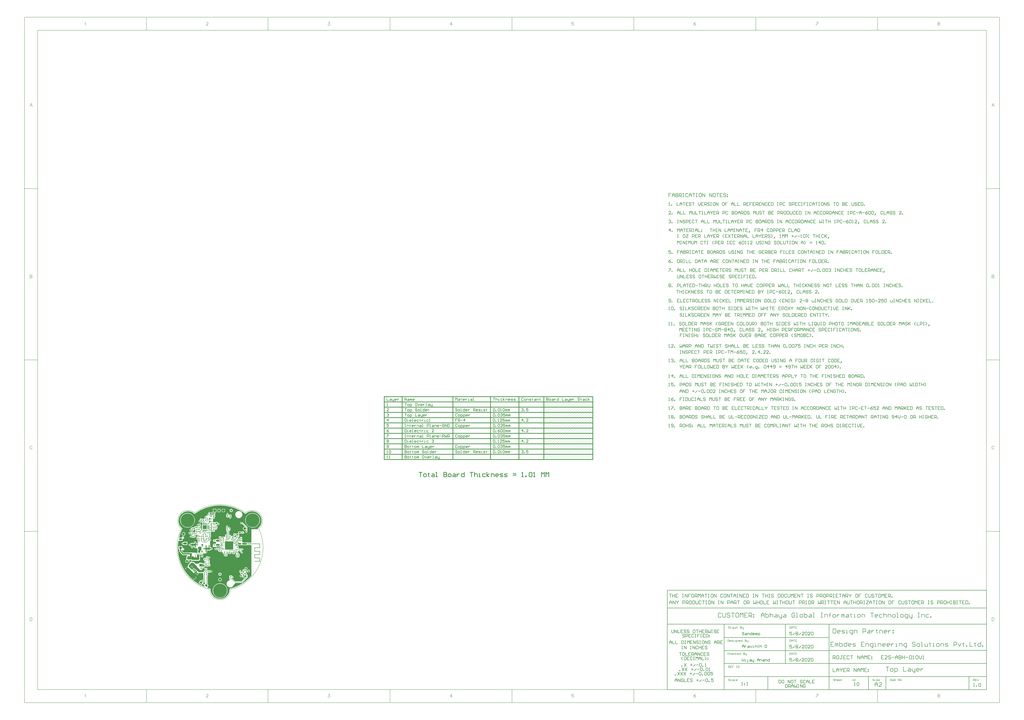
<source format=gtl>
G04 Layer_Physical_Order=1*
G04 Layer_Color=255*
%FSLAX44Y44*%
%MOMM*%
G71*
G01*
G75*
%ADD10C,1.0000*%
%ADD11C,1.0160*%
%ADD12R,0.7500X1.4500*%
%ADD13R,0.6200X0.6200*%
%ADD14R,0.6200X0.6200*%
%ADD15R,1.4500X0.7500*%
%ADD16R,0.2000X0.8000*%
%ADD17O,0.2000X0.8000*%
%ADD18R,1.7000X0.8300*%
%ADD19R,0.8000X0.8000*%
%ADD20R,1.9000X1.1000*%
%ADD21O,0.9500X0.8500*%
%ADD22R,0.9500X0.8500*%
%ADD23O,0.6000X1.2000*%
%ADD24R,0.6000X1.2000*%
%ADD25R,0.5200X0.5200*%
%ADD26R,0.5200X0.5200*%
G04:AMPARAMS|DCode=27|XSize=1.5mm|YSize=1.55mm|CornerRadius=0mm|HoleSize=0mm|Usage=FLASHONLY|Rotation=309.000|XOffset=0mm|YOffset=0mm|HoleType=Round|Shape=Rectangle|*
%AMROTATEDRECTD27*
4,1,4,-1.0743,0.0951,0.1303,1.0706,1.0743,-0.0951,-0.1303,-1.0706,-1.0743,0.0951,0.0*
%
%ADD27ROTATEDRECTD27*%

G04:AMPARAMS|DCode=28|XSize=0.4mm|YSize=1.35mm|CornerRadius=0mm|HoleSize=0mm|Usage=FLASHONLY|Rotation=309.000|XOffset=0mm|YOffset=0mm|HoleType=Round|Shape=Rectangle|*
%AMROTATEDRECTD28*
4,1,4,-0.6504,-0.2694,0.3987,0.5802,0.6504,0.2694,-0.3987,-0.5802,-0.6504,-0.2694,0.0*
%
%ADD28ROTATEDRECTD28*%

%ADD29C,0.8000*%
G04:AMPARAMS|DCode=30|XSize=1.5mm|YSize=1mm|CornerRadius=0mm|HoleSize=0mm|Usage=FLASHONLY|Rotation=330.000|XOffset=0mm|YOffset=0mm|HoleType=Round|Shape=Rectangle|*
%AMROTATEDRECTD30*
4,1,4,-0.8995,-0.0580,-0.3995,0.8080,0.8995,0.0580,0.3995,-0.8080,-0.8995,-0.0580,0.0*
%
%ADD30ROTATEDRECTD30*%

G04:AMPARAMS|DCode=31|XSize=1mm|YSize=0.9mm|CornerRadius=0mm|HoleSize=0mm|Usage=FLASHONLY|Rotation=330.000|XOffset=0mm|YOffset=0mm|HoleType=Round|Shape=Rectangle|*
%AMROTATEDRECTD31*
4,1,4,-0.6580,-0.1397,-0.2080,0.6397,0.6580,0.1397,0.2080,-0.6397,-0.6580,-0.1397,0.0*
%
%ADD31ROTATEDRECTD31*%

%ADD32R,2.3000X2.3000*%
%ADD33O,1.0000X0.3000*%
%ADD34O,0.3000X1.0000*%
%ADD35R,0.3000X1.0000*%
%ADD36R,4.8300X4.8300*%
%ADD37C,0.2750*%
%ADD38R,1.6000X1.2000*%
%ADD39C,0.2540*%
%ADD40C,0.1524*%
%ADD41C,0.2286*%
%ADD42C,0.2032*%
%ADD43C,0.1450*%
%ADD44C,1.0160*%
%ADD45C,0.1016*%
%ADD46C,0.5080*%
%ADD47C,0.6350*%
%ADD48C,0.2500*%
%ADD49C,0.8890*%
%ADD50C,0.1270*%
G04:AMPARAMS|DCode=51|XSize=1.2mm|YSize=1.55mm|CornerRadius=0mm|HoleSize=0mm|Usage=FLASHONLY|Rotation=129.000|XOffset=0mm|YOffset=0mm|HoleType=Round|Shape=Rectangle|*
%AMROTATEDRECTD51*
4,1,4,0.9799,0.0214,-0.2247,-0.9540,-0.9799,-0.0214,0.2247,0.9540,0.9799,0.0214,0.0*
%
%ADD51ROTATEDRECTD51*%

G04:AMPARAMS|DCode=52|XSize=1.2mm|YSize=1.55mm|CornerRadius=0mm|HoleSize=0mm|Usage=FLASHONLY|Rotation=309.000|XOffset=0mm|YOffset=0mm|HoleType=Round|Shape=Rectangle|*
%AMROTATEDRECTD52*
4,1,4,-0.9799,-0.0214,0.2247,0.9540,0.9799,0.0214,-0.2247,-0.9540,-0.9799,-0.0214,0.0*
%
%ADD52ROTATEDRECTD52*%

%ADD53C,0.3810*%
%ADD54C,0.0254*%
%ADD55C,0.1778*%
%ADD56C,8.0000*%
%ADD57C,1.5200*%
%ADD58C,1.5000*%
%ADD59R,1.5000X1.5000*%
%ADD60C,1.2000*%
%ADD61R,1.2000X1.2000*%
G04:AMPARAMS|DCode=62|XSize=1.55mm|YSize=1mm|CornerRadius=0mm|HoleSize=0mm|Usage=FLASHONLY|Rotation=39.000|XOffset=0mm|YOffset=0mm|HoleType=Round|Shape=Round|*
%AMOVALD62*
21,1,0.5500,1.0000,0.0000,0.0000,39.0*
1,1,1.0000,-0.2137,-0.1731*
1,1,1.0000,0.2137,0.1731*
%
%ADD62OVALD62*%

G04:AMPARAMS|DCode=63|XSize=1.25mm|YSize=0.95mm|CornerRadius=0mm|HoleSize=0mm|Usage=FLASHONLY|Rotation=309.000|XOffset=0mm|YOffset=0mm|HoleType=Round|Shape=Round|*
%AMOVALD63*
21,1,0.3000,0.9500,0.0000,0.0000,309.0*
1,1,0.9500,-0.0944,0.1166*
1,1,0.9500,0.0944,-0.1166*
%
%ADD63OVALD63*%

%ADD64C,0.6096*%
%ADD65C,0.5000*%
%ADD66C,0.5080*%
%ADD67C,0.4572*%
G36*
X14795Y244587D02*
X29536Y243248D01*
X44169Y241021D01*
X58640Y237914D01*
X72899Y233939D01*
X86890Y229111D01*
X100565Y223447D01*
X113873Y216967D01*
X126765Y209696D01*
X139195Y201659D01*
X144365Y197855D01*
X144436Y197953D01*
X145451Y197275D01*
X147433Y196881D01*
X149415Y197275D01*
X150717Y198145D01*
X150771Y198081D01*
X152566Y199656D01*
X158539Y203646D01*
X164981Y206823D01*
X171782Y209132D01*
X178827Y210533D01*
X185994Y211003D01*
X193161Y210533D01*
X200206Y209132D01*
X207007Y206823D01*
X213449Y203646D01*
X219421Y199656D01*
X224821Y194920D01*
X229557Y189520D01*
X233548Y183548D01*
X236725Y177106D01*
X239033Y170304D01*
X240435Y163260D01*
X240904Y156092D01*
X240435Y148925D01*
X239033Y141881D01*
X236725Y135079D01*
X233548Y128637D01*
X229557Y122665D01*
X224821Y117265D01*
X221165Y114058D01*
X221165Y114058D01*
X220834Y113739D01*
X220422Y113123D01*
X219711Y112059D01*
X219317Y110077D01*
X219690Y108204D01*
X219665Y108003D01*
X219109Y106934D01*
X182170D01*
X182170Y29875D01*
X180900Y28991D01*
X180098Y29151D01*
X173898D01*
X172411Y28855D01*
X171151Y28013D01*
X171103Y27940D01*
X169108D01*
X169057Y28017D01*
X167797Y28859D01*
X166310Y29155D01*
X160110D01*
X158710Y28876D01*
X157310Y29155D01*
X156380D01*
X156085Y29381D01*
X154077Y30213D01*
X151922Y30496D01*
X142336D01*
X142260Y30506D01*
X132110D01*
X130891Y30346D01*
X129797Y31483D01*
X129784Y36098D01*
X129560D01*
X128625Y37368D01*
X128763Y38060D01*
Y44260D01*
X128467Y45747D01*
X127625Y47007D01*
X127255Y47254D01*
Y48782D01*
X127625Y49029D01*
X128467Y50289D01*
X128763Y51776D01*
Y57976D01*
X128467Y59463D01*
X127625Y60723D01*
X126365Y61565D01*
X124878Y61861D01*
X118678D01*
X117191Y61565D01*
X115931Y60723D01*
X115089Y59463D01*
X114793Y57976D01*
Y55033D01*
X112562Y52802D01*
X103355D01*
X103039Y53219D01*
X102773Y54016D01*
X110230Y61474D01*
X111241Y62986D01*
X111596Y64770D01*
Y78587D01*
X113707Y80698D01*
X118934D01*
X119925Y80895D01*
X120765Y81457D01*
X121327Y82297D01*
X121442Y82876D01*
X126132D01*
X126741Y81965D01*
X128001Y81123D01*
X129488Y80827D01*
X135688D01*
X137175Y81123D01*
X138435Y81965D01*
X139277Y83225D01*
X139573Y84712D01*
Y90912D01*
X139277Y92399D01*
X138435Y93659D01*
X137175Y94501D01*
X135688Y94797D01*
X129488D01*
X128001Y94501D01*
X126741Y93659D01*
X125949Y92474D01*
X121387D01*
X121327Y92779D01*
X120765Y93619D01*
X119925Y94181D01*
X118934Y94378D01*
X109434D01*
X108443Y94181D01*
X107603Y93619D01*
X107041Y92779D01*
X106844Y91788D01*
Y90686D01*
X105946Y89788D01*
X105664D01*
Y85840D01*
X103638Y83814D01*
X102666Y82360D01*
X101957Y82653D01*
X100184Y82887D01*
X99184D01*
X97411Y82653D01*
X95760Y81969D01*
X94341Y80881D01*
X94202Y80700D01*
X90795D01*
X90763Y80859D01*
X89921Y82119D01*
X88661Y82961D01*
X87174Y83257D01*
X80974D01*
X79487Y82961D01*
X78227Y82119D01*
X77385Y80859D01*
X77089Y79372D01*
Y73172D01*
X77385Y71685D01*
X78227Y70425D01*
X79487Y69583D01*
X80974Y69287D01*
X87174D01*
X88661Y69583D01*
X89921Y70425D01*
X90556Y71376D01*
X94202D01*
X94341Y71195D01*
X95022Y70673D01*
Y66035D01*
X88301Y59314D01*
X87131Y59939D01*
X87486Y61722D01*
X87052Y63902D01*
X85817Y65751D01*
X83968Y66986D01*
X81788Y67420D01*
X79608Y66986D01*
X79482Y66901D01*
X77799D01*
X77475Y67387D01*
X76215Y68229D01*
X74728Y68525D01*
X68528D01*
X67041Y68229D01*
X65781Y67387D01*
X65191Y66503D01*
X63921Y66888D01*
Y69986D01*
X63625Y71473D01*
X62783Y72733D01*
X61523Y73575D01*
X60036Y73871D01*
X54864D01*
X53594Y75040D01*
X53594Y83832D01*
X52750D01*
Y94175D01*
X58414Y99839D01*
X59425Y101352D01*
X59780Y103136D01*
Y110456D01*
X60382Y111358D01*
X60816Y113538D01*
X60382Y115718D01*
X59147Y117567D01*
X57298Y118802D01*
X55118Y119235D01*
X52938Y118802D01*
X51089Y117567D01*
X49941Y115848D01*
X49851Y115843D01*
X48671Y116312D01*
X48375Y117799D01*
X47533Y119059D01*
X47234Y119258D01*
X46912Y120953D01*
X46950Y121010D01*
X47383Y123190D01*
X46950Y125370D01*
X45715Y127219D01*
X43866Y128454D01*
X41686Y128888D01*
X39506Y128454D01*
X37657Y127219D01*
X36422Y125370D01*
X35989Y123190D01*
X36422Y121010D01*
X36460Y120953D01*
X36138Y119258D01*
X35839Y119059D01*
X34997Y117799D01*
X34701Y116312D01*
Y110112D01*
X34980Y108712D01*
X34701Y107312D01*
Y101112D01*
X34997Y99625D01*
X35839Y98365D01*
X37024Y97573D01*
Y94712D01*
X37379Y92928D01*
X38390Y91416D01*
X39362Y90443D01*
Y76653D01*
X33506D01*
X32019Y76357D01*
X30759Y75515D01*
X29917Y74255D01*
X29621Y72768D01*
Y66568D01*
X29917Y65081D01*
X30011Y64941D01*
X29412Y63821D01*
X27051D01*
Y63144D01*
X26381Y62801D01*
X25781Y62649D01*
X24653Y63403D01*
X23166Y63699D01*
X16966D01*
X15479Y63403D01*
X14219Y62561D01*
X13895Y62076D01*
X11958D01*
X11832Y62160D01*
X9652Y62593D01*
X8255Y62316D01*
X7358Y62343D01*
X6811Y63225D01*
X6689Y63841D01*
X5847Y65101D01*
X4587Y65943D01*
X3100Y66239D01*
X-3100D01*
X-4587Y65943D01*
X-5847Y65101D01*
X-6689Y63841D01*
X-6985Y62354D01*
Y56154D01*
X-6689Y54667D01*
X-5847Y53407D01*
X-4587Y52565D01*
X-3671Y52383D01*
X-3296Y51822D01*
X-2619Y51145D01*
X-2657Y50863D01*
X-4076Y49851D01*
X-4216Y49879D01*
X-23216D01*
X-24703Y49583D01*
X-25963Y48741D01*
X-26805Y47481D01*
X-26854Y47233D01*
X-28248Y46737D01*
X-28941Y47201D01*
X-30428Y47497D01*
X-36628D01*
X-38115Y47201D01*
X-39375Y46359D01*
X-40217Y45099D01*
X-40513Y43612D01*
Y37412D01*
X-40217Y35925D01*
X-39375Y34665D01*
X-38115Y33823D01*
X-36628Y33527D01*
X-30428D01*
X-28941Y33823D01*
X-28254Y34282D01*
X-26860Y33783D01*
X-26805Y33507D01*
X-25963Y32247D01*
X-24703Y31405D01*
X-23319Y31130D01*
Y24858D01*
X-24703Y24583D01*
X-25963Y23741D01*
X-26805Y22481D01*
X-26830Y22353D01*
X-27204Y22139D01*
X-28214Y21907D01*
X-29195Y22563D01*
X-30682Y22859D01*
X-36882D01*
X-38369Y22563D01*
X-39629Y21721D01*
X-40471Y20461D01*
X-40767Y18974D01*
Y13455D01*
X-42164D01*
X-42164Y2032D01*
X-19050Y2032D01*
X-19050Y6109D01*
X-4216D01*
X-3810Y6190D01*
X-2540Y5148D01*
Y2286D01*
X16072Y2286D01*
X16072Y749D01*
X15174Y-149D01*
X6406D01*
X6406Y-149D01*
X4432Y-542D01*
X2758Y-1660D01*
X1603Y-1451D01*
X553Y-749D01*
X-934Y-453D01*
X-7134D01*
X-8621Y-749D01*
X-9881Y-1591D01*
X-10340Y-2279D01*
X-11819D01*
X-12157Y-1773D01*
X-13417Y-931D01*
X-14904Y-635D01*
X-21104D01*
X-22591Y-931D01*
X-23851Y-1773D01*
X-24069Y-2100D01*
X-25465Y-2299D01*
X-25760Y-2102D01*
X-27940Y-1669D01*
X-30120Y-2102D01*
X-31969Y-3337D01*
X-33204Y-5186D01*
X-33637Y-7366D01*
X-33204Y-9546D01*
X-31969Y-11395D01*
X-30120Y-12630D01*
X-27940Y-13063D01*
X-26613Y-12800D01*
X-24297D01*
X-23851Y-13467D01*
X-22591Y-14309D01*
X-21104Y-14605D01*
X-14904D01*
X-13417Y-14309D01*
X-12289Y-13555D01*
X-11690Y-13706D01*
X-11019Y-14049D01*
Y-19538D01*
X-10723Y-21025D01*
X-9881Y-22285D01*
X-8621Y-23127D01*
X-7134Y-23423D01*
X-3846D01*
X-2737Y-24164D01*
X-854Y-24539D01*
X1448D01*
X2067Y-25465D01*
X3327Y-26307D01*
X4814Y-26603D01*
X11014D01*
X12501Y-26307D01*
X13629Y-25553D01*
X14229Y-25705D01*
X14899Y-26048D01*
Y-35814D01*
X28575D01*
Y-38478D01*
X28643Y-38819D01*
X28381Y-39138D01*
X27515Y-39655D01*
X25644Y-39283D01*
X23662Y-39677D01*
X21981Y-40799D01*
X20859Y-42480D01*
X20464Y-44462D01*
X20859Y-46444D01*
X21981Y-48124D01*
X23662Y-49247D01*
X25644Y-49641D01*
X27626Y-49247D01*
X27785Y-49141D01*
X29020Y-49188D01*
X29713Y-50225D01*
X30973Y-51067D01*
X32460Y-51363D01*
X38660D01*
X40147Y-51067D01*
X41407Y-50225D01*
X42249Y-48965D01*
X42545Y-47478D01*
Y-41278D01*
X42266Y-39878D01*
X42545Y-38478D01*
Y-36799D01*
X43526Y-35994D01*
X44450Y-36177D01*
X46630Y-35744D01*
X46756Y-35659D01*
X48825D01*
X49311Y-36387D01*
X50571Y-37229D01*
X52058Y-37525D01*
X58258D01*
X59745Y-37229D01*
X61005Y-36387D01*
X61847Y-35127D01*
X62143Y-33640D01*
Y-27440D01*
X61989Y-26670D01*
X62888Y-25400D01*
X65283Y-25400D01*
X65675Y-26670D01*
X64586Y-28300D01*
X64152Y-30480D01*
X64586Y-32660D01*
X65821Y-34509D01*
X67670Y-35744D01*
X69850Y-36177D01*
X72030Y-35744D01*
X72156Y-35659D01*
X73751D01*
X74406Y-36641D01*
X75667Y-37483D01*
X77153Y-37779D01*
X83353D01*
X84840Y-37483D01*
X86100Y-36641D01*
X86942Y-35381D01*
X87238Y-33894D01*
Y-27694D01*
X87127Y-27138D01*
X88127Y-25868D01*
X91171D01*
Y-29250D01*
X91467Y-30737D01*
X92309Y-31997D01*
X93569Y-32839D01*
X93700Y-32865D01*
X93849Y-33616D01*
X94418Y-34467D01*
X94418Y-34467D01*
X93804Y-35833D01*
X93051Y-35983D01*
X91791Y-36825D01*
X90949Y-38085D01*
X90653Y-39572D01*
Y-45772D01*
X90949Y-47259D01*
X91791Y-48519D01*
X92611Y-49066D01*
Y-51034D01*
X92526Y-51160D01*
X92093Y-53340D01*
X92526Y-55520D01*
X93761Y-57369D01*
X95610Y-58604D01*
X97790Y-59037D01*
X99970Y-58604D01*
X101819Y-57369D01*
X102960Y-55661D01*
X102976D01*
X104656Y-56783D01*
X106638Y-57178D01*
X108620Y-56783D01*
X110301Y-55661D01*
X111423Y-53980D01*
X111818Y-51998D01*
X111423Y-50016D01*
X111966Y-48865D01*
X112485Y-48519D01*
X113327Y-47259D01*
X113623Y-45772D01*
Y-39572D01*
X113327Y-38085D01*
X112485Y-36825D01*
X111225Y-35983D01*
X110896Y-35918D01*
X109934Y-34478D01*
X107612Y-32156D01*
X106100Y-31145D01*
X105997Y-31125D01*
X105701Y-30886D01*
X105062Y-29644D01*
X105141Y-29250D01*
Y-23050D01*
X104845Y-21563D01*
X104802Y-21499D01*
X105480Y-20229D01*
X111793D01*
X121446Y-29881D01*
X121707Y-31192D01*
X122830Y-32873D01*
X124510Y-33995D01*
X126492Y-34390D01*
X128474Y-33995D01*
X130154Y-32873D01*
X131277Y-31192D01*
X131671Y-29210D01*
X131277Y-27228D01*
X131260Y-27202D01*
X131038Y-26086D01*
X129971Y-24489D01*
X121884Y-16402D01*
X122370Y-15229D01*
X128628D01*
X129930Y-15488D01*
X131912Y-15093D01*
X133593Y-13971D01*
X134715Y-12290D01*
X135110Y-10308D01*
X134715Y-8326D01*
X133593Y-6646D01*
X131912Y-5523D01*
X129930Y-5128D01*
X128628Y-5387D01*
X107912D01*
X107233Y-4117D01*
X107599Y-3571D01*
X107895Y-2084D01*
Y4116D01*
X107599Y5603D01*
X106757Y6863D01*
X105497Y7705D01*
X105384Y7727D01*
X105217Y8570D01*
X104206Y10082D01*
X101302Y12986D01*
X99790Y13997D01*
X98006Y14352D01*
X90200D01*
Y18182D01*
X99152D01*
X99269Y17595D01*
X100111Y16335D01*
X101371Y15493D01*
X102858Y15197D01*
X103774D01*
X104071Y14969D01*
X106079Y14138D01*
X108234Y13854D01*
X117886D01*
X120041Y14138D01*
X122049Y14969D01*
X122344Y15195D01*
X123352D01*
X124839Y15491D01*
X124866Y15510D01*
X125639Y15509D01*
X125665Y15491D01*
X127152Y15195D01*
X127652D01*
X127947Y14969D01*
X129955Y14138D01*
X132110Y13854D01*
X142194D01*
X142270Y13844D01*
X151922D01*
X154077Y14128D01*
X156085Y14959D01*
X156380Y15185D01*
X157310D01*
X158710Y15464D01*
X160110Y15185D01*
X166310D01*
X167783Y15478D01*
X172421Y15475D01*
X173898Y15181D01*
X180098D01*
X180865Y15334D01*
X182136Y14454D01*
X182170Y-163068D01*
X182170Y-163068D01*
X182170D01*
X181703Y-164158D01*
X173196Y-173196D01*
X162423Y-183337D01*
X151057Y-192810D01*
X139139Y-201578D01*
X126715Y-209611D01*
X113827Y-216880D01*
X100525Y-223357D01*
X86855Y-229019D01*
X72869Y-233845D01*
X58773Y-237775D01*
X58773Y-237775D01*
X58015Y-237941D01*
X57628Y-238199D01*
X56334Y-239064D01*
X55211Y-240744D01*
X54817Y-242726D01*
X54906Y-243174D01*
X54460Y-249981D01*
X53059Y-257026D01*
X50750Y-263827D01*
X47573Y-270269D01*
X43583Y-276241D01*
X38847Y-281641D01*
X33447Y-286377D01*
X27475Y-290368D01*
X21033Y-293545D01*
X14231Y-295853D01*
X7186Y-297255D01*
X19Y-297724D01*
X-7148Y-297255D01*
X-14193Y-295853D01*
X-20994Y-293545D01*
X-27436Y-290368D01*
X-33408Y-286377D01*
X-38808Y-281641D01*
X-43544Y-276241D01*
X-47535Y-270269D01*
X-50712Y-263827D01*
X-53020Y-257026D01*
X-54422Y-249981D01*
X-54868Y-243163D01*
X-54801Y-242826D01*
X-55195Y-240844D01*
X-56318Y-239163D01*
X-57612Y-238299D01*
X-57999Y-238040D01*
X-58757Y-237875D01*
X-58758Y-237875D01*
X-72875Y-233939D01*
X-74322Y-233440D01*
X-74409Y-232066D01*
X-74008Y-231869D01*
X-73009Y-230729D01*
X-68009Y-222069D01*
X-67522Y-220634D01*
X-67621Y-219121D01*
X-68291Y-217762D01*
X-69431Y-216763D01*
X-71863Y-215358D01*
X-71782Y-214952D01*
Y-160907D01*
X-71115Y-160461D01*
X-70273Y-159201D01*
X-69977Y-157714D01*
Y-151514D01*
X-70256Y-150114D01*
X-69977Y-148714D01*
Y-145022D01*
X-69846Y-144915D01*
X-64646D01*
X-63246Y-144636D01*
X-61846Y-144915D01*
X-56646D01*
X-55160Y-144619D01*
X-53899Y-143777D01*
X-53234Y-143694D01*
X-51054Y-144128D01*
X-48874Y-143694D01*
X-47025Y-142459D01*
X-45790Y-140610D01*
X-45356Y-138430D01*
X-45790Y-136250D01*
X-47025Y-134401D01*
X-48874Y-133166D01*
X-51054Y-132732D01*
X-53234Y-133166D01*
X-53899Y-133083D01*
X-55160Y-132241D01*
X-56646Y-131945D01*
X-61846D01*
X-63246Y-132224D01*
X-64646Y-131945D01*
X-69846D01*
X-71333Y-132241D01*
X-72482Y-133009D01*
X-73246Y-132515D01*
X-73510Y-132285D01*
Y-129067D01*
X-73138Y-127196D01*
Y-121196D01*
X-73511Y-119319D01*
X-74574Y-117728D01*
X-76165Y-116665D01*
X-78042Y-116292D01*
X-79919Y-116665D01*
X-80042Y-116747D01*
X-80165Y-116665D01*
X-82042Y-116292D01*
X-83919Y-116665D01*
X-84042Y-116747D01*
X-84165Y-116665D01*
X-86042Y-116292D01*
X-87591Y-116600D01*
X-89042Y-116311D01*
X-90076D01*
X-90245Y-116142D01*
X-90529Y-115717D01*
X-90953Y-115434D01*
X-91314Y-115073D01*
X-91785Y-114878D01*
X-91874Y-114819D01*
X-91925Y-114654D01*
X-91938Y-113635D01*
X-91874Y-113407D01*
X-91816Y-113368D01*
X-91344Y-113173D01*
X-90984Y-112812D01*
X-90559Y-112529D01*
X-90276Y-112105D01*
X-89954Y-111783D01*
X-88165Y-111427D01*
X-88042Y-111345D01*
X-87919Y-111427D01*
X-86042Y-111800D01*
X-84165Y-111427D01*
X-84042Y-111345D01*
X-83919Y-111427D01*
X-82042Y-111800D01*
X-80165Y-111427D01*
X-80042Y-111345D01*
X-79919Y-111427D01*
X-78042Y-111800D01*
X-76165Y-111427D01*
X-76042Y-111345D01*
X-75919Y-111427D01*
X-74042Y-111800D01*
X-72165Y-111427D01*
X-70574Y-110364D01*
X-69511Y-108773D01*
X-69500Y-108719D01*
X-68265Y-108326D01*
X-67833Y-108615D01*
X-66346Y-108911D01*
X-60146D01*
X-58659Y-108615D01*
X-57399Y-107773D01*
X-56557Y-106512D01*
X-56261Y-105026D01*
Y-98826D01*
X-56557Y-97339D01*
X-57399Y-96079D01*
X-58659Y-95237D01*
X-59983Y-94974D01*
X-59745Y-93778D01*
Y-87578D01*
X-60041Y-86091D01*
X-60883Y-84831D01*
X-61593Y-84357D01*
Y-82902D01*
X-60883Y-82428D01*
X-60041Y-81168D01*
X-59745Y-79681D01*
Y-73481D01*
X-60041Y-71994D01*
X-60883Y-70734D01*
X-62143Y-69892D01*
X-63630Y-69596D01*
X-68199D01*
Y-63884D01*
X-67549Y-63092D01*
X-65298D01*
X-65172Y-63176D01*
X-62992Y-63609D01*
X-60812Y-63176D01*
X-58963Y-61941D01*
X-57728Y-60092D01*
X-57295Y-57912D01*
X-57728Y-55732D01*
X-58963Y-53883D01*
X-60812Y-52648D01*
X-62992Y-52214D01*
X-65172Y-52648D01*
X-65298Y-52733D01*
X-68939D01*
X-69337Y-52137D01*
X-70597Y-51295D01*
X-72084Y-50999D01*
X-78284D01*
X-79771Y-51295D01*
X-81031Y-52137D01*
X-81873Y-53397D01*
X-82169Y-54884D01*
Y-60935D01*
X-82280Y-61020D01*
X-83561Y-61137D01*
X-84821Y-60295D01*
X-86308Y-59999D01*
X-92508D01*
X-93995Y-60295D01*
X-95255Y-61137D01*
X-96097Y-62397D01*
X-96393Y-63884D01*
Y-70084D01*
X-96097Y-71571D01*
X-95255Y-72831D01*
X-93995Y-73673D01*
X-93715Y-73729D01*
X-93715Y-73730D01*
X-92704Y-75242D01*
X-90832Y-77115D01*
Y-94107D01*
X-92102Y-94233D01*
X-92371Y-92877D01*
X-93213Y-91617D01*
X-94473Y-90775D01*
X-95960Y-90479D01*
X-98559D01*
X-99060Y-90380D01*
X-101424D01*
X-101466Y-90317D01*
X-101890Y-90034D01*
X-102250Y-89673D01*
X-102722Y-89478D01*
X-103146Y-89195D01*
X-103646Y-89095D01*
X-104117Y-88900D01*
X-104628D01*
X-105128Y-88800D01*
X-119188D01*
X-121170Y-89195D01*
X-122850Y-90317D01*
X-123805Y-91272D01*
X-124927Y-92952D01*
X-124980Y-93218D01*
X-139847Y-93218D01*
Y-94500D01*
X-141021Y-94986D01*
X-151023Y-84984D01*
X-151024Y-84984D01*
X-152704Y-83861D01*
X-154686Y-83467D01*
X-164054Y-83467D01*
X-164681Y-82197D01*
X-163988Y-80525D01*
X-163946Y-80200D01*
X-180672D01*
X-180629Y-80525D01*
X-179768Y-82602D01*
X-178399Y-84386D01*
X-176616Y-85755D01*
X-174538Y-86616D01*
X-174320Y-86644D01*
X-173912Y-87847D01*
X-185273Y-99207D01*
X-186395Y-100888D01*
X-186789Y-102870D01*
Y-111063D01*
X-186915Y-111282D01*
X-187579Y-111854D01*
X-187980Y-112031D01*
X-189352Y-111702D01*
X-191336Y-111754D01*
X-193240Y-112318D01*
X-194933Y-113355D01*
X-195589Y-113887D01*
X-190803Y-119797D01*
X-186017Y-125707D01*
X-185361Y-125175D01*
X-183994Y-123735D01*
X-183047Y-121990D01*
X-182583Y-120060D01*
X-182594Y-119643D01*
X-181338Y-119103D01*
X-173335Y-127106D01*
X-173335Y-127107D01*
X-172212Y-127857D01*
Y-129286D01*
X-152527Y-148971D01*
X-147701Y-144145D01*
X-146812Y-145034D01*
X-139180Y-137402D01*
X-137697Y-137090D01*
X-133898Y-140889D01*
X-134410Y-142173D01*
X-135636Y-142205D01*
X-137474Y-142749D01*
X-132061Y-149434D01*
X-126648Y-156119D01*
X-125733Y-154434D01*
X-125285Y-152567D01*
X-125335Y-150648D01*
X-125880Y-148808D01*
X-126037Y-148552D01*
X-125244Y-147415D01*
X-125222Y-147420D01*
X-97917Y-147420D01*
Y-148968D01*
X-97638Y-150368D01*
X-97917Y-151768D01*
Y-157968D01*
X-97621Y-159455D01*
X-96779Y-160715D01*
X-96111Y-161161D01*
Y-190246D01*
X-95717Y-192228D01*
X-94594Y-193909D01*
X-94333Y-194169D01*
Y-196217D01*
X-94597Y-197378D01*
X-96110Y-197477D01*
X-97469Y-198148D01*
X-98172Y-198950D01*
X-99709Y-199292D01*
X-99742Y-199263D01*
X-100873Y-198609D01*
X-101194Y-197381D01*
X-100516Y-196239D01*
X-99857Y-195799D01*
X-98622Y-193950D01*
X-98188Y-191770D01*
X-98622Y-189590D01*
X-99857Y-187741D01*
X-101706Y-186506D01*
X-103886Y-186073D01*
X-106066Y-186506D01*
X-107915Y-187741D01*
X-109150Y-189590D01*
X-109419Y-190943D01*
X-110628Y-192978D01*
X-112732Y-191763D01*
X-114168Y-191275D01*
X-115680Y-191374D01*
X-117039Y-192045D01*
X-118039Y-193184D01*
X-123039Y-201845D01*
X-123526Y-203280D01*
X-123427Y-204792D01*
X-122757Y-206152D01*
X-121617Y-207151D01*
X-121617Y-207151D01*
X-108627Y-214651D01*
X-107191Y-215138D01*
X-105679Y-215039D01*
X-104319Y-214369D01*
X-103320Y-213229D01*
X-102902Y-212505D01*
X-101919Y-212343D01*
X-101412Y-212465D01*
X-92886Y-217388D01*
X-92757Y-217432D01*
X-92310Y-218620D01*
X-92728Y-219345D01*
X-93215Y-220780D01*
X-93116Y-222292D01*
X-92446Y-223652D01*
X-91306Y-224651D01*
X-84458Y-228605D01*
X-84985Y-229760D01*
X-86867Y-229111D01*
X-100542Y-223447D01*
X-113850Y-216967D01*
X-126742Y-209696D01*
X-139172Y-201659D01*
X-151094Y-192887D01*
X-162464Y-183411D01*
X-173242Y-173265D01*
X-183387Y-162488D01*
X-192863Y-151117D01*
X-201636Y-139195D01*
X-209672Y-126765D01*
X-216944Y-113873D01*
X-223423Y-100565D01*
X-229088Y-86890D01*
X-233916Y-72899D01*
X-237890Y-58640D01*
X-240997Y-44169D01*
X-243224Y-29536D01*
X-244564Y-14795D01*
X-245011Y0D01*
X-244564Y14795D01*
X-243224Y29536D01*
X-241606Y40167D01*
X-240933Y40428D01*
X-240263Y40550D01*
X-239133Y39795D01*
X-237646Y39499D01*
X-221646D01*
X-220159Y39795D01*
X-218899Y40637D01*
X-218057Y41897D01*
X-217761Y43384D01*
Y50575D01*
X-216780Y51381D01*
X-216151Y51256D01*
X-215141D01*
X-213385Y51605D01*
X-212451Y51992D01*
X-210963Y52986D01*
X-210963Y52986D01*
X-210248Y53701D01*
X-210248Y53701D01*
X-209254Y55189D01*
X-208867Y56123D01*
X-208518Y57879D01*
Y58134D01*
X-208468Y58384D01*
X-208518Y58634D01*
Y58889D01*
X-208867Y60645D01*
X-209254Y61579D01*
X-210248Y63067D01*
X-210248Y63067D01*
X-210963Y63782D01*
X-210963Y63782D01*
X-212451Y64776D01*
X-213385Y65163D01*
X-215141Y65512D01*
X-216151D01*
X-217907Y65163D01*
X-218841Y64776D01*
X-220329Y63782D01*
X-220329Y63782D01*
X-221044Y63067D01*
X-221044Y63067D01*
X-222038Y61579D01*
X-222425Y60645D01*
X-222699Y59269D01*
X-236397D01*
X-237361Y60539D01*
X-233916Y72899D01*
X-229088Y86890D01*
X-223423Y100565D01*
X-219894Y107814D01*
X-219894D01*
X-219783Y108123D01*
X-219614Y108972D01*
X-219389Y110105D01*
X-219783Y112088D01*
X-220496Y113155D01*
X-220906Y113768D01*
X-221253Y114084D01*
X-221253Y114084D01*
X-224846Y117235D01*
X-229582Y122636D01*
X-233573Y128608D01*
X-236749Y135050D01*
X-239058Y141851D01*
X-240459Y148896D01*
X-240929Y156063D01*
X-240459Y163230D01*
X-239058Y170275D01*
X-236749Y177076D01*
X-233573Y183518D01*
X-229582Y189491D01*
X-224846Y194891D01*
X-219446Y199627D01*
X-213474Y203617D01*
X-207032Y206794D01*
X-200230Y209103D01*
X-193186Y210504D01*
X-186019Y210974D01*
X-178851Y210504D01*
X-171807Y209103D01*
X-165005Y206794D01*
X-158563Y203617D01*
X-152591Y199627D01*
X-150798Y198054D01*
X-150744Y198118D01*
X-149442Y197248D01*
X-147460Y196854D01*
X-145478Y197248D01*
X-144444Y197939D01*
X-144377Y197847D01*
X-139195Y201659D01*
X-126765Y209696D01*
X-113873Y216967D01*
X-100565Y223447D01*
X-86890Y229111D01*
X-72899Y233939D01*
X-58640Y237914D01*
X-44169Y241021D01*
X-29536Y243248D01*
X-14795Y244587D01*
X0Y245034D01*
X14795Y244587D01*
D02*
G37*
G36*
X-154686Y-88646D02*
X-134112Y-109220D01*
X-134112Y-112014D01*
X-116332Y-129794D01*
X-115760D01*
X-115757Y-129799D01*
X-114496Y-130641D01*
X-113010Y-130937D01*
X-106810D01*
X-105323Y-130641D01*
X-104063Y-129799D01*
X-103221Y-128539D01*
X-102925Y-127052D01*
Y-120852D01*
X-103023Y-120362D01*
X-102217Y-119380D01*
X-94191D01*
X-94131Y-119683D01*
X-93289Y-120943D01*
X-92029Y-121785D01*
X-90946Y-122000D01*
Y-127196D01*
X-90704Y-128416D01*
Y-136170D01*
X-93417Y-138883D01*
X-94032D01*
X-95519Y-139179D01*
X-96779Y-140021D01*
X-97621Y-141281D01*
X-97812Y-142240D01*
X-125222Y-142240D01*
X-149404Y-118059D01*
X-154003Y-118253D01*
X-164567Y-126968D01*
X-168554Y-122981D01*
X-169672Y-123444D01*
X-181610Y-111506D01*
Y-102870D01*
X-167386Y-88646D01*
X-154686Y-88646D01*
D02*
G37*
G36*
X-104907Y-94311D02*
X-104750Y-94416D01*
Y-95559D01*
X-99060D01*
Y-97464D01*
X-97155D01*
Y-103154D01*
X-95960D01*
X-94969Y-102957D01*
X-94921Y-102925D01*
X-93651Y-103604D01*
Y-106896D01*
X-93529Y-107509D01*
X-94131Y-108409D01*
X-94222Y-108867D01*
X-99060D01*
X-101042Y-109261D01*
X-102122Y-109982D01*
X-117348Y-109982D01*
X-120142Y-107188D01*
X-120142Y-94934D01*
X-119188Y-93980D01*
X-105128D01*
X-104907Y-94311D01*
D02*
G37*
%LPC*%
G36*
X-198550Y-116284D02*
X-199207Y-116816D01*
X-200574Y-118256D01*
X-201521Y-120001D01*
X-201984Y-121931D01*
X-201932Y-123916D01*
X-201369Y-125820D01*
X-201335Y-125874D01*
X-194963Y-120714D01*
X-198550Y-116284D01*
D02*
G37*
G36*
X151408Y-113439D02*
X150397D01*
X148446Y-113827D01*
X147513Y-114214D01*
X145859Y-115319D01*
X145679Y-115500D01*
X145466Y-115641D01*
X145325Y-115853D01*
X145144Y-116034D01*
X144039Y-117688D01*
X143653Y-118621D01*
X143265Y-120572D01*
Y-121583D01*
X143653Y-123533D01*
X143726Y-123710D01*
X143000Y-125087D01*
X142578Y-125143D01*
X140678Y-125930D01*
X140172Y-126318D01*
X139045Y-126131D01*
X137364Y-125009D01*
X135382Y-124614D01*
X133400Y-125009D01*
X131720Y-126131D01*
X130597Y-127812D01*
X130203Y-129794D01*
X130597Y-131776D01*
X130716Y-131954D01*
Y-135663D01*
X130066Y-136162D01*
X128814Y-137793D01*
X128027Y-139693D01*
X127759Y-141732D01*
X126875Y-142642D01*
X125579Y-142676D01*
X122015Y-139112D01*
Y-136684D01*
X122274Y-135382D01*
X121879Y-133400D01*
X120757Y-131720D01*
X119076Y-130597D01*
X117094Y-130203D01*
X115112Y-130597D01*
X113432Y-131720D01*
X112309Y-133400D01*
X111915Y-135382D01*
X112174Y-136684D01*
Y-141150D01*
X112548Y-143033D01*
X113615Y-144630D01*
X118885Y-149900D01*
X118779Y-150712D01*
X119047Y-152751D01*
X119834Y-154651D01*
X120475Y-155486D01*
X119948Y-156885D01*
X119710Y-156933D01*
X118776Y-157319D01*
X117122Y-158425D01*
X116942Y-158605D01*
X116730Y-158747D01*
X116588Y-158959D01*
X116408Y-159139D01*
X115302Y-160793D01*
X114916Y-161726D01*
X114528Y-163678D01*
Y-164688D01*
X114916Y-166639D01*
X115302Y-167572D01*
X116408Y-169226D01*
X117122Y-169941D01*
X118776Y-171046D01*
X119710Y-171433D01*
X121660Y-171821D01*
X122671D01*
X124622Y-171433D01*
X125555Y-171046D01*
X127209Y-169941D01*
X127390Y-169760D01*
X127602Y-169619D01*
X127743Y-169407D01*
X127924Y-169226D01*
X129029Y-167572D01*
X129186Y-167192D01*
X130456Y-167445D01*
Y-169144D01*
X130372Y-169270D01*
X129938Y-171450D01*
X130372Y-173630D01*
X131607Y-175479D01*
X133456Y-176714D01*
X135636Y-177148D01*
X137816Y-176714D01*
X139665Y-175479D01*
X140900Y-173630D01*
X141334Y-171450D01*
X140900Y-169270D01*
X140815Y-169144D01*
Y-165562D01*
X141206Y-165263D01*
X142458Y-163631D01*
X143245Y-161731D01*
X143513Y-159692D01*
X143498Y-159572D01*
X144495Y-158574D01*
X144616Y-158590D01*
X145428Y-158483D01*
X151290Y-164344D01*
Y-167692D01*
X123242Y-195739D01*
X86438D01*
X67691Y-176992D01*
Y-175703D01*
X68961Y-175337D01*
X69489Y-176129D01*
X71170Y-177251D01*
X73152Y-177645D01*
X75134Y-177251D01*
X76814Y-176129D01*
X77937Y-174448D01*
X78331Y-172466D01*
X77937Y-170484D01*
X76814Y-168804D01*
X75711Y-168066D01*
X72131Y-164487D01*
X70535Y-163420D01*
X68652Y-163045D01*
X67172D01*
X66553Y-162119D01*
X65293Y-161277D01*
X63806Y-160981D01*
X57606D01*
X56119Y-161277D01*
X54859Y-162119D01*
X54017Y-163379D01*
X53721Y-164866D01*
Y-171066D01*
X54000Y-172466D01*
X53721Y-173866D01*
Y-180066D01*
X54017Y-181553D01*
X54859Y-182813D01*
X55131Y-183084D01*
Y-190452D01*
X51235Y-191634D01*
X47645Y-193553D01*
X44497Y-196136D01*
X41915Y-199282D01*
X39996Y-202873D01*
X38814Y-206769D01*
X38415Y-210820D01*
X38814Y-214871D01*
X39996Y-218767D01*
X41915Y-222358D01*
X44497Y-225504D01*
X47645Y-228087D01*
X51235Y-230006D01*
X55131Y-231188D01*
X59182Y-231587D01*
X63233Y-231188D01*
X67129Y-230006D01*
X70719Y-228087D01*
X73867Y-225504D01*
X76449Y-222358D01*
X78368Y-218767D01*
X78598Y-218008D01*
X78941Y-216880D01*
X78941D01*
X87376Y-208445D01*
Y-205581D01*
X125281D01*
X127164Y-205206D01*
X128760Y-204139D01*
X159689Y-173210D01*
X160756Y-171614D01*
X161131Y-169730D01*
Y-162306D01*
X160756Y-160423D01*
X159689Y-158827D01*
X152387Y-151524D01*
X152494Y-150712D01*
X152413Y-150100D01*
X160781Y-141732D01*
X160781Y-141732D01*
X161826Y-142273D01*
X161881Y-142309D01*
X162815Y-142696D01*
X164766Y-143084D01*
X165776D01*
X167727Y-142696D01*
X168661Y-142309D01*
X170315Y-141204D01*
X170495Y-141024D01*
X170707Y-140882D01*
X170849Y-140670D01*
X171029Y-140489D01*
X172134Y-138835D01*
X172521Y-137902D01*
X172909Y-135951D01*
Y-134941D01*
X172521Y-132990D01*
X172134Y-132056D01*
X171029Y-130402D01*
X170315Y-129688D01*
X168661Y-128583D01*
X167727Y-128196D01*
X165776Y-127808D01*
X164766D01*
X162815Y-128196D01*
X161881Y-128583D01*
X160227Y-129688D01*
X160047Y-129868D01*
X159835Y-130010D01*
X159693Y-130222D01*
X159513Y-130402D01*
X158408Y-132056D01*
X158021Y-132990D01*
X157633Y-134941D01*
Y-135951D01*
X157841Y-136996D01*
X156670Y-137621D01*
X152413Y-133364D01*
X152494Y-132752D01*
X152225Y-130713D01*
X151894Y-129913D01*
X152669Y-128464D01*
X153359Y-128327D01*
X154292Y-127941D01*
X155946Y-126835D01*
X156126Y-126655D01*
X156339Y-126513D01*
X156480Y-126301D01*
X156661Y-126121D01*
X157766Y-124467D01*
X158152Y-123533D01*
X158540Y-121583D01*
Y-120572D01*
X158152Y-118621D01*
X157766Y-117688D01*
X156661Y-116034D01*
X155946Y-115319D01*
X154292Y-114214D01*
X153359Y-113827D01*
X151408Y-113439D01*
D02*
G37*
G36*
X-148513Y-178075D02*
X-154885Y-183235D01*
X-154839Y-183279D01*
X-153094Y-184226D01*
X-151163Y-184690D01*
X-149179Y-184638D01*
X-147275Y-184074D01*
X-145582Y-183037D01*
X-144926Y-182505D01*
X-148513Y-178075D01*
D02*
G37*
G36*
X0Y-207369D02*
X-5565Y-207733D01*
X-11034Y-208821D01*
X-16314Y-210614D01*
X-21316Y-213080D01*
X-25952Y-216178D01*
X-30145Y-219855D01*
X-33822Y-224048D01*
X-36920Y-228684D01*
X-39386Y-233686D01*
X-41179Y-238966D01*
X-42267Y-244436D01*
X-42631Y-250000D01*
X-42267Y-255564D01*
X-41179Y-261034D01*
X-39386Y-266314D01*
X-36920Y-271316D01*
X-33822Y-275952D01*
X-30145Y-280145D01*
X-25952Y-283822D01*
X-21316Y-286920D01*
X-16314Y-289386D01*
X-11034Y-291179D01*
X-5565Y-292267D01*
X0Y-292631D01*
X5565Y-292267D01*
X11034Y-291179D01*
X16314Y-289386D01*
X21316Y-286920D01*
X25952Y-283822D01*
X30145Y-280145D01*
X33822Y-275952D01*
X36920Y-271316D01*
X39386Y-266314D01*
X41179Y-261034D01*
X42267Y-255564D01*
X42631Y-250000D01*
X42267Y-244436D01*
X41179Y-238966D01*
X39386Y-233686D01*
X36920Y-228684D01*
X33822Y-224048D01*
X30145Y-219855D01*
X25952Y-216178D01*
X21316Y-213080D01*
X16314Y-210614D01*
X11034Y-208821D01*
X5565Y-207733D01*
X0Y-207369D01*
D02*
G37*
G36*
Y-175700D02*
X-2647Y-176049D01*
X-5114Y-177071D01*
X-7232Y-178696D01*
X-8857Y-180814D01*
X-9879Y-183281D01*
X-10228Y-185928D01*
X-9879Y-188575D01*
X-8857Y-191042D01*
X-7232Y-193160D01*
X-5114Y-194785D01*
X-2647Y-195807D01*
X0Y-196155D01*
X2647Y-195807D01*
X5114Y-194785D01*
X7232Y-193160D01*
X8857Y-191042D01*
X9879Y-188575D01*
X10228Y-185928D01*
X9879Y-183281D01*
X8857Y-180814D01*
X7232Y-178696D01*
X5114Y-177071D01*
X2647Y-176049D01*
X0Y-175700D01*
D02*
G37*
G36*
X-133823Y-153312D02*
X-138015Y-156707D01*
X-136919Y-157747D01*
X-135233Y-158663D01*
X-133366Y-159111D01*
X-131447Y-159061D01*
X-129609Y-158517D01*
X-133823Y-153312D01*
D02*
G37*
G36*
X-254Y-145337D02*
X-2608Y-145647D01*
X-4801Y-146556D01*
X-6685Y-148001D01*
X-8130Y-149885D01*
X-9039Y-152078D01*
X-9349Y-154432D01*
X-9039Y-156786D01*
X-8130Y-158979D01*
X-6685Y-160863D01*
X-4801Y-162308D01*
X-2608Y-163217D01*
X-254Y-163527D01*
X2100Y-163217D01*
X4293Y-162308D01*
X6177Y-160863D01*
X7622Y-158979D01*
X8531Y-156786D01*
X8841Y-154432D01*
X8531Y-152078D01*
X7622Y-149885D01*
X6177Y-148001D01*
X4293Y-146556D01*
X2100Y-145647D01*
X-254Y-145337D01*
D02*
G37*
G36*
X-145299Y-166102D02*
X-147284Y-166154D01*
X-149187Y-166718D01*
X-150880Y-167755D01*
X-151537Y-168287D01*
X-147950Y-172717D01*
X-141578Y-167557D01*
X-141624Y-167513D01*
X-143369Y-166565D01*
X-145299Y-166102D01*
D02*
G37*
G36*
X-140435Y-145147D02*
X-141350Y-146832D01*
X-141798Y-148699D01*
X-141748Y-150618D01*
X-141203Y-152458D01*
X-140413Y-153746D01*
X-136221Y-150351D01*
X-140435Y-145147D01*
D02*
G37*
G36*
X-192565Y-123675D02*
X-198937Y-128835D01*
X-198891Y-128879D01*
X-197146Y-129826D01*
X-195216Y-130290D01*
X-193231Y-130238D01*
X-191328Y-129674D01*
X-189635Y-128637D01*
X-188978Y-128105D01*
X-192565Y-123675D01*
D02*
G37*
G36*
X-154498Y-170685D02*
X-155154Y-171216D01*
X-156521Y-172656D01*
X-157468Y-174401D01*
X-157932Y-176332D01*
X-157880Y-178316D01*
X-157316Y-180220D01*
X-157283Y-180274D01*
X-150911Y-175114D01*
X-154498Y-170685D01*
D02*
G37*
G36*
X-139180Y-170518D02*
X-145552Y-175678D01*
X-141965Y-180107D01*
X-141308Y-179576D01*
X-139942Y-178136D01*
X-138994Y-176391D01*
X-138531Y-174460D01*
X-138583Y-172476D01*
X-139147Y-170572D01*
X-139180Y-170518D01*
D02*
G37*
G36*
X-23742Y225736D02*
X-38742D01*
X-39733Y225539D01*
X-40573Y224977D01*
X-41135Y224137D01*
X-41332Y223146D01*
Y208146D01*
X-41135Y207155D01*
X-40573Y206315D01*
X-39733Y205753D01*
X-38742Y205556D01*
X-23742D01*
X-22751Y205753D01*
X-21911Y206315D01*
X-21349Y207155D01*
X-21152Y208146D01*
Y223146D01*
X-21349Y224137D01*
X-21911Y224977D01*
X-22751Y225539D01*
X-23742Y225736D01*
D02*
G37*
G36*
X17653Y213741D02*
X9682D01*
X9776Y213025D01*
X10788Y210583D01*
X12397Y208485D01*
X14495Y206876D01*
X16937Y205864D01*
X17653Y205770D01*
Y213741D01*
D02*
G37*
G36*
X-47172Y207374D02*
X-49352Y206940D01*
X-51201Y205705D01*
X-52436Y203856D01*
X-52870Y201676D01*
X-52436Y199496D01*
X-51201Y197647D01*
X-49352Y196412D01*
X-47172Y195979D01*
X-44992Y196412D01*
X-43143Y197647D01*
X-41908Y199496D01*
X-41474Y201676D01*
X-41908Y203856D01*
X-43143Y205705D01*
X-44992Y206940D01*
X-47172Y207374D01*
D02*
G37*
G36*
X-5842Y225773D02*
X-8463Y225427D01*
X-10905Y224416D01*
X-13003Y222807D01*
X-14612Y220709D01*
X-15624Y218267D01*
X-15969Y215646D01*
X-15624Y213025D01*
X-14612Y210583D01*
X-13003Y208485D01*
X-10905Y206876D01*
X-8463Y205864D01*
X-5842Y205519D01*
X-3221Y205864D01*
X-779Y206876D01*
X1319Y208485D01*
X2928Y210583D01*
X3939Y213025D01*
X4285Y215646D01*
X3939Y218267D01*
X2928Y220709D01*
X1319Y222807D01*
X-779Y224416D01*
X-3221Y225427D01*
X-5842Y225773D01*
D02*
G37*
G36*
X17653Y225522D02*
X16937Y225427D01*
X14495Y224416D01*
X12397Y222807D01*
X10788Y220709D01*
X9776Y218267D01*
X9682Y217551D01*
X17653D01*
Y225522D01*
D02*
G37*
G36*
X21463D02*
Y217551D01*
X29434D01*
X29339Y218267D01*
X28328Y220709D01*
X26719Y222807D01*
X24621Y224416D01*
X22179Y225427D01*
X21463Y225522D01*
D02*
G37*
G36*
X29434Y213741D02*
X21463D01*
Y205770D01*
X22179Y205864D01*
X24621Y206876D01*
X26719Y208485D01*
X28328Y210583D01*
X29339Y213025D01*
X29434Y213741D01*
D02*
G37*
G36*
X65024Y224995D02*
X62670Y224685D01*
X60477Y223776D01*
X58593Y222331D01*
X57148Y220447D01*
X56239Y218254D01*
X55929Y215900D01*
X56239Y213546D01*
X57148Y211353D01*
X58593Y209469D01*
X60477Y208024D01*
X62670Y207115D01*
X65024Y206805D01*
X67378Y207115D01*
X69571Y208024D01*
X71455Y209469D01*
X72900Y211353D01*
X73809Y213546D01*
X74119Y215900D01*
X73809Y218254D01*
X72900Y220447D01*
X71455Y222331D01*
X69571Y223776D01*
X67378Y224685D01*
X65024Y224995D01*
D02*
G37*
G36*
X-189000Y201631D02*
X-194565Y201267D01*
X-200034Y200179D01*
X-205314Y198386D01*
X-210316Y195920D01*
X-214952Y192822D01*
X-219145Y189145D01*
X-222822Y184952D01*
X-225920Y180316D01*
X-228386Y175314D01*
X-230179Y170034D01*
X-231267Y164564D01*
X-231631Y159000D01*
X-231267Y153435D01*
X-230179Y147966D01*
X-228386Y142686D01*
X-225920Y137684D01*
X-222822Y133048D01*
X-219145Y128855D01*
X-214952Y125178D01*
X-210316Y122080D01*
X-205314Y119614D01*
X-200034Y117821D01*
X-194565Y116733D01*
X-189000Y116369D01*
X-183435Y116733D01*
X-177966Y117821D01*
X-172686Y119614D01*
X-167684Y122080D01*
X-163048Y125178D01*
X-158855Y128855D01*
X-155178Y133048D01*
X-152080Y137684D01*
X-149614Y142686D01*
X-147821Y147966D01*
X-146734Y153435D01*
X-146369Y159000D01*
X-146734Y164564D01*
X-147821Y170034D01*
X-149614Y175314D01*
X-152080Y180316D01*
X-155178Y184952D01*
X-158855Y189145D01*
X-163048Y192822D01*
X-167684Y195920D01*
X-172686Y198386D01*
X-177966Y200179D01*
X-183435Y201267D01*
X-189000Y201631D01*
D02*
G37*
G36*
X189000D02*
X183435Y201267D01*
X177966Y200179D01*
X172686Y198386D01*
X167684Y195920D01*
X163048Y192822D01*
X158855Y189145D01*
X155178Y184952D01*
X152080Y180316D01*
X149614Y175314D01*
X147821Y170034D01*
X146733Y164564D01*
X146369Y159000D01*
X146733Y153435D01*
X147821Y147966D01*
X149614Y142686D01*
X152080Y137684D01*
X155178Y133048D01*
X158855Y128855D01*
X163048Y125178D01*
X167684Y122080D01*
X172686Y119614D01*
X177966Y117821D01*
X183435Y116733D01*
X189000Y116369D01*
X194564Y116733D01*
X200034Y117821D01*
X205314Y119614D01*
X210316Y122080D01*
X214952Y125178D01*
X219145Y128855D01*
X222822Y133048D01*
X225920Y137684D01*
X228386Y142686D01*
X230179Y147966D01*
X231266Y153435D01*
X231631Y159000D01*
X231266Y164564D01*
X230179Y170034D01*
X228386Y175314D01*
X225920Y180316D01*
X222822Y184952D01*
X219145Y189145D01*
X214952Y192822D01*
X210316Y195920D01*
X205314Y198386D01*
X200034Y200179D01*
X194564Y201267D01*
X189000Y201631D01*
D02*
G37*
G36*
X-193646Y34269D02*
X-209646D01*
X-211133Y33973D01*
X-212393Y33131D01*
X-213235Y31871D01*
X-213487Y30604D01*
X-216662D01*
X-219140Y30112D01*
X-221240Y28708D01*
X-222644Y26608D01*
X-223136Y24130D01*
X-222644Y21652D01*
X-221240Y19552D01*
X-219140Y18148D01*
X-216662Y17656D01*
X-213386D01*
X-213235Y16897D01*
X-212393Y15637D01*
X-211133Y14795D01*
X-209646Y14499D01*
X-193646D01*
X-192159Y14795D01*
X-190899Y15637D01*
X-190057Y16897D01*
X-189761Y18384D01*
Y30384D01*
X-190057Y31871D01*
X-190899Y33131D01*
X-192159Y33973D01*
X-193646Y34269D01*
D02*
G37*
G36*
X-212344Y90238D02*
X-214991Y89889D01*
X-217458Y88867D01*
X-219576Y87242D01*
X-221201Y85124D01*
X-222223Y82657D01*
X-222572Y80010D01*
X-222223Y77363D01*
X-221201Y74896D01*
X-219576Y72778D01*
X-217458Y71153D01*
X-214991Y70131D01*
X-212344Y69783D01*
X-209697Y70131D01*
X-207230Y71153D01*
X-205112Y72778D01*
X-203487Y74896D01*
X-202465Y77363D01*
X-202117Y80010D01*
X-202465Y82657D01*
X-203487Y85124D01*
X-205112Y87242D01*
X-207230Y88867D01*
X-209697Y89889D01*
X-212344Y90238D01*
D02*
G37*
G36*
X108966Y212791D02*
X104915Y212392D01*
X101019Y211210D01*
X97429Y209291D01*
X94282Y206709D01*
X91699Y203561D01*
X89780Y199971D01*
X88598Y196075D01*
X88199Y192024D01*
X88598Y187973D01*
X89780Y184077D01*
X91699Y180487D01*
X94282Y177339D01*
X97429Y174757D01*
X101019Y172838D01*
X104915Y171656D01*
X108966Y171257D01*
X113017Y171656D01*
X116913Y172838D01*
X120504Y174757D01*
X123651Y177339D01*
X126233Y180487D01*
X128152Y184077D01*
X129334Y187973D01*
X129733Y192024D01*
X129334Y196075D01*
X128152Y199971D01*
X126233Y203561D01*
X123651Y206709D01*
X120504Y209291D01*
X116913Y211210D01*
X113017Y212392D01*
X108966Y212791D01*
D02*
G37*
G36*
X-61722Y207628D02*
X-63902Y207194D01*
X-65751Y205959D01*
X-66986Y204110D01*
X-67420Y201930D01*
X-66986Y199750D01*
X-66900Y199621D01*
X-67498Y198501D01*
X-68450D01*
X-69937Y198205D01*
X-71197Y197363D01*
X-72039Y196103D01*
X-72335Y194616D01*
Y188416D01*
X-72237Y187926D01*
X-73043Y186944D01*
X-80010D01*
Y184827D01*
X-81280Y183956D01*
X-82804Y184259D01*
X-84984Y183826D01*
X-86833Y182591D01*
X-88068Y180742D01*
X-88502Y178562D01*
X-88068Y176382D01*
X-88651Y175447D01*
X-89493Y174186D01*
X-89789Y172700D01*
Y167029D01*
X-90460Y166686D01*
X-91059Y166535D01*
X-92187Y167289D01*
X-93674Y167585D01*
X-99874D01*
X-101361Y167289D01*
X-102436Y166571D01*
X-103129Y167034D01*
X-103873Y167182D01*
X-104643Y168335D01*
X-105903Y169177D01*
X-107390Y169473D01*
X-113590D01*
X-115077Y169177D01*
X-116337Y168335D01*
X-117179Y167075D01*
X-117475Y165588D01*
Y160182D01*
X-118584Y159162D01*
X-118719Y159135D01*
X-119888Y159368D01*
X-122068Y158934D01*
X-123917Y157699D01*
X-125152Y155850D01*
X-125585Y153670D01*
X-125152Y151490D01*
X-123917Y149641D01*
X-122068Y148406D01*
X-119888Y147972D01*
X-117708Y148406D01*
X-116537Y147941D01*
X-116337Y147641D01*
X-115077Y146799D01*
X-113590Y146503D01*
X-107390D01*
X-105903Y146799D01*
X-104966Y147425D01*
X-103826Y146285D01*
Y137118D01*
X-103431Y135136D01*
X-102765Y134139D01*
Y133618D01*
X-102735Y133465D01*
X-103540Y132483D01*
X-106017D01*
Y129574D01*
X-106999Y128768D01*
X-107146Y128798D01*
X-111343D01*
X-112148Y129779D01*
X-112141Y129814D01*
Y136014D01*
X-112437Y137501D01*
X-113279Y138761D01*
X-114539Y139603D01*
X-116026Y139899D01*
X-122226D01*
X-123713Y139603D01*
X-124973Y138761D01*
X-125009Y138707D01*
X-126137Y138178D01*
X-128317Y138611D01*
X-130497Y138178D01*
X-132346Y136943D01*
X-133581Y135094D01*
X-134014Y132914D01*
X-133581Y130734D01*
X-132346Y128885D01*
X-130497Y127650D01*
X-128317Y127217D01*
X-126137Y127650D01*
X-125009Y127121D01*
X-124973Y127067D01*
X-123994Y126413D01*
X-123911Y125997D01*
X-123237Y124987D01*
X-123916Y123717D01*
X-130935D01*
X-131313Y124283D01*
X-132573Y125125D01*
X-134060Y125421D01*
X-140260D01*
X-141747Y125125D01*
X-143007Y124283D01*
X-143453Y123616D01*
X-145470D01*
X-147452Y123221D01*
X-149132Y122098D01*
X-151873Y119359D01*
X-152995Y117678D01*
X-153052Y117395D01*
X-154057Y116723D01*
X-155439Y116940D01*
X-156449Y117615D01*
X-157936Y117911D01*
X-164136D01*
X-165623Y117615D01*
X-166883Y116773D01*
X-167725Y115513D01*
X-168021Y114026D01*
Y107826D01*
X-168671Y107034D01*
X-169398D01*
X-169524Y107118D01*
X-171704Y107551D01*
X-173884Y107118D01*
X-175733Y105883D01*
X-176968Y104034D01*
X-177402Y101854D01*
X-176968Y99674D01*
X-175733Y97825D01*
X-173884Y96590D01*
X-171704Y96157D01*
X-169524Y96590D01*
X-169398Y96674D01*
X-167281D01*
X-166883Y96079D01*
X-165623Y95237D01*
X-164136Y94941D01*
X-157936D01*
X-156449Y95237D01*
X-155189Y96079D01*
X-154347Y97339D01*
X-154051Y98826D01*
Y103678D01*
X-152931Y104277D01*
X-152797Y104187D01*
X-151310Y103891D01*
X-145110D01*
X-144763Y103961D01*
X-143535Y103838D01*
X-143336Y103048D01*
X-143197Y102347D01*
X-142429Y101197D01*
X-142665Y100844D01*
X-142900Y99662D01*
X-142945Y99653D01*
X-144205Y98811D01*
X-145047Y97551D01*
X-145343Y96064D01*
Y89864D01*
X-145077Y88528D01*
X-145439Y87939D01*
X-145922Y87401D01*
X-146434Y87503D01*
X-149926D01*
X-150343Y87920D01*
X-151856Y88930D01*
X-153639Y89285D01*
X-154213D01*
X-155005Y90470D01*
X-156265Y91312D01*
X-157752Y91608D01*
X-163951D01*
X-165352Y91330D01*
X-166752Y91608D01*
X-172952D01*
X-174438Y91312D01*
X-175698Y90470D01*
X-176004Y90012D01*
X-177790Y90367D01*
X-179970Y89934D01*
X-181819Y88699D01*
X-183054Y86850D01*
X-183487Y84670D01*
X-183054Y82490D01*
X-181819Y80641D01*
X-179970Y79406D01*
X-177790Y78973D01*
X-176059Y79317D01*
X-175698Y78777D01*
X-174438Y77934D01*
X-172952Y77639D01*
X-166752D01*
X-166684Y77652D01*
X-166183Y77075D01*
X-165848Y76524D01*
X-166215Y74676D01*
X-165821Y72694D01*
X-164836Y71220D01*
X-165069Y70445D01*
X-165392Y69949D01*
X-167367D01*
X-168254Y70542D01*
X-170434Y70975D01*
X-172614Y70542D01*
X-174463Y69307D01*
X-175698Y67458D01*
X-176131Y65278D01*
X-175698Y63098D01*
X-174463Y61249D01*
X-172614Y60014D01*
X-170434Y59580D01*
X-170155Y59636D01*
X-169926Y59591D01*
X-164717D01*
X-164271Y58923D01*
X-163011Y58081D01*
X-161524Y57785D01*
X-155324D01*
X-153924Y58064D01*
X-152524Y57785D01*
X-146324D01*
X-144837Y58081D01*
X-143577Y58923D01*
X-142735Y60183D01*
X-142439Y61670D01*
Y67870D01*
X-142735Y69357D01*
X-143577Y70617D01*
X-144837Y71459D01*
X-144873Y71466D01*
Y72779D01*
X-143891Y73584D01*
X-143634Y73533D01*
X-137434D01*
X-135947Y73829D01*
X-134871Y74548D01*
X-134758Y74516D01*
X-133604Y74168D01*
X-133604Y74168D01*
X-133604Y74168D01*
X-122916Y74168D01*
X-122791Y72898D01*
X-123641Y72729D01*
X-124901Y71887D01*
X-125517Y70965D01*
X-128504D01*
X-128630Y71050D01*
X-130810Y71483D01*
X-132990Y71050D01*
X-134839Y69815D01*
X-136074Y67966D01*
X-136508Y65786D01*
X-136074Y63606D01*
X-134839Y61757D01*
X-133733Y61018D01*
X-134001Y59670D01*
X-135530Y59366D01*
X-137379Y58131D01*
X-138614Y56282D01*
X-139047Y54102D01*
X-138614Y51922D01*
X-137379Y50073D01*
X-135530Y48838D01*
X-133350Y48404D01*
X-131170Y48838D01*
X-131060Y48911D01*
X-130206Y48478D01*
X-129921Y48130D01*
Y42418D01*
X-130556D01*
X-130556Y23790D01*
X-131826Y22730D01*
X-136527D01*
Y23506D01*
X-136823Y24993D01*
X-137665Y26253D01*
X-137688Y26268D01*
Y29354D01*
X-138180Y31832D01*
X-139584Y33932D01*
X-141684Y35336D01*
X-144162Y35828D01*
X-146640Y35336D01*
X-148740Y33932D01*
X-150144Y31832D01*
X-150636Y29354D01*
Y26268D01*
X-150659Y26253D01*
X-151347Y25223D01*
X-154977D01*
X-155665Y26253D01*
X-156925Y27095D01*
X-158412Y27391D01*
X-165912D01*
X-167399Y27095D01*
X-168659Y26253D01*
X-169501Y24993D01*
X-169797Y23506D01*
Y22730D01*
X-175260D01*
X-177738Y22238D01*
X-179838Y20834D01*
X-181242Y18734D01*
X-181734Y16256D01*
X-181242Y13778D01*
X-179838Y11678D01*
X-177738Y10274D01*
X-175260Y9782D01*
X-169797D01*
Y9006D01*
X-169501Y7519D01*
X-168659Y6259D01*
X-168636Y6244D01*
Y3048D01*
X-168144Y570D01*
X-166740Y-1530D01*
X-164640Y-2934D01*
X-162162Y-3426D01*
X-159684Y-2934D01*
X-157584Y-1530D01*
X-156180Y570D01*
X-155688Y3048D01*
Y6244D01*
X-155665Y6259D01*
X-154977Y7289D01*
X-151347D01*
X-150659Y6259D01*
X-150636Y6244D01*
Y3158D01*
X-150144Y680D01*
X-148740Y-1420D01*
X-146640Y-2824D01*
X-144162Y-3316D01*
X-142646Y-3015D01*
X-141986Y-3556D01*
Y-3556D01*
X-132722D01*
X-131621Y-4531D01*
X-131771Y-5282D01*
Y-11482D01*
X-131475Y-12969D01*
X-130633Y-14229D01*
X-129965Y-14675D01*
Y-16687D01*
X-130154Y-16934D01*
X-130841Y-18590D01*
X-131075Y-20368D01*
Y-26368D01*
X-130841Y-28146D01*
X-130334Y-29369D01*
X-130977Y-30640D01*
X-137922D01*
X-139805Y-31014D01*
X-140462Y-31453D01*
X-141732Y-30774D01*
X-141732Y-29210D01*
X-161155Y-29210D01*
X-161443Y-29017D01*
X-162930Y-28721D01*
X-177430D01*
X-178917Y-29017D01*
X-179356Y-29311D01*
X-211424D01*
X-222601Y-18134D01*
Y-14255D01*
X-221331Y-13869D01*
X-221044Y-14299D01*
X-221044Y-14299D01*
X-220329Y-15014D01*
X-220329Y-15014D01*
X-218841Y-16008D01*
X-217907Y-16395D01*
X-216151Y-16744D01*
X-215141D01*
X-213385Y-16395D01*
X-212451Y-16008D01*
X-210963Y-15014D01*
X-210963Y-15014D01*
X-210248Y-14299D01*
X-210248Y-14299D01*
X-209254Y-12811D01*
X-208867Y-11877D01*
X-208518Y-10121D01*
Y-9866D01*
X-208468Y-9616D01*
X-208518Y-9366D01*
Y-9111D01*
X-208867Y-7355D01*
X-209254Y-6421D01*
X-210248Y-4933D01*
X-210248Y-4933D01*
X-210963Y-4218D01*
X-210963Y-4218D01*
X-212451Y-3224D01*
X-213385Y-2837D01*
X-215141Y-2488D01*
X-216151D01*
X-216780Y-2613D01*
X-217761Y-1807D01*
Y5384D01*
X-218057Y6871D01*
X-218899Y8131D01*
X-220159Y8973D01*
X-221646Y9269D01*
X-237646D01*
X-239133Y8973D01*
X-240393Y8131D01*
X-241235Y6871D01*
X-241531Y5384D01*
Y-6616D01*
X-241235Y-8103D01*
X-240393Y-9363D01*
X-239133Y-10205D01*
X-237646Y-10501D01*
X-236691D01*
Y-21052D01*
X-236451Y-22875D01*
X-235747Y-24575D01*
X-234628Y-26034D01*
X-219324Y-41338D01*
X-217865Y-42457D01*
X-216165Y-43161D01*
X-214342Y-43401D01*
X-188985D01*
X-188599Y-44576D01*
X-188617Y-44671D01*
X-190243Y-45757D01*
X-194163Y-49678D01*
X-195285Y-51358D01*
X-195679Y-53340D01*
Y-66040D01*
X-195285Y-68022D01*
X-195009Y-68436D01*
X-195688Y-69706D01*
X-198309D01*
X-199300Y-69903D01*
X-200140Y-70464D01*
X-200701Y-71304D01*
X-200898Y-72295D01*
Y-84295D01*
X-200701Y-85286D01*
X-200140Y-86127D01*
X-199300Y-86688D01*
X-198309Y-86885D01*
X-186309D01*
X-185318Y-86688D01*
X-184477Y-86127D01*
X-183916Y-85286D01*
X-183719Y-84295D01*
Y-73759D01*
X-181048D01*
X-180200Y-75030D01*
X-180629Y-76066D01*
X-180672Y-76390D01*
X-163200D01*
X-162714Y-76016D01*
X-161290Y-76300D01*
X-123942D01*
X-121960Y-75905D01*
X-120280Y-74783D01*
X-117651Y-72154D01*
X-117368Y-71730D01*
X-117007Y-71369D01*
X-116812Y-70898D01*
X-116528Y-70474D01*
X-116429Y-69973D01*
X-116233Y-69502D01*
Y-68992D01*
X-116134Y-68492D01*
X-116233Y-67991D01*
Y-67481D01*
X-116429Y-67010D01*
X-116528Y-66509D01*
X-116644Y-66336D01*
X-116690Y-66105D01*
Y-60925D01*
X-116644Y-60694D01*
X-116373Y-60288D01*
X-116273Y-59788D01*
X-116078Y-59317D01*
Y-58806D01*
X-115978Y-58306D01*
Y-51587D01*
X-116215Y-50398D01*
X-116395Y-49029D01*
Y-43707D01*
X-116227Y-42427D01*
X-116230Y-42368D01*
X-116213Y-42312D01*
X-116262Y-41751D01*
X-115433Y-40480D01*
X-112524D01*
X-112007Y-41255D01*
X-111862Y-41751D01*
X-112075Y-43368D01*
Y-49368D01*
X-111841Y-51146D01*
X-111154Y-52802D01*
X-110063Y-54225D01*
X-108640Y-55317D01*
X-106984Y-56003D01*
X-105206Y-56237D01*
X-103428Y-56003D01*
X-101772Y-55317D01*
X-100349Y-54225D01*
X-99257Y-52802D01*
X-98571Y-51146D01*
X-98337Y-49368D01*
Y-43368D01*
X-98571Y-41590D01*
X-99257Y-39934D01*
X-100285Y-38594D01*
Y-37288D01*
X-100578Y-35815D01*
X-99824Y-34544D01*
X-82804Y-34533D01*
Y-31544D01*
X-81544Y-30499D01*
X-81544D01*
X-81402Y-30528D01*
X-78924Y-30035D01*
X-76824Y-28631D01*
X-75420Y-26531D01*
X-74928Y-24053D01*
Y-16285D01*
X-74905Y-16270D01*
X-74217Y-15240D01*
X-70587D01*
X-69899Y-16270D01*
X-68639Y-17112D01*
X-67152Y-17408D01*
X-59652D01*
X-58165Y-17112D01*
X-56905Y-16270D01*
X-56063Y-15010D01*
X-55767Y-13523D01*
Y-12748D01*
X-50304D01*
X-47826Y-12255D01*
X-45726Y-10851D01*
X-44322Y-8751D01*
X-43829Y-6273D01*
X-44322Y-3796D01*
X-45726Y-1695D01*
X-47826Y-292D01*
X-50304Y201D01*
X-55767D01*
Y977D01*
X-56063Y2463D01*
X-56905Y3724D01*
X-56927Y3739D01*
Y11507D01*
X-57150Y12625D01*
X-57150Y39274D01*
X-56460Y39841D01*
X-54280Y40274D01*
X-52431Y41509D01*
X-51196Y43358D01*
X-50763Y45538D01*
X-51196Y47718D01*
X-52431Y49567D01*
X-54280Y50802D01*
X-56460Y51235D01*
X-57327Y51063D01*
X-57530Y51125D01*
X-58547Y52115D01*
Y54564D01*
X-56973Y56139D01*
X-56177Y57329D01*
X-55865Y57391D01*
X-54605Y58233D01*
X-53763Y59493D01*
X-53467Y60980D01*
Y67180D01*
X-53746Y68580D01*
X-53467Y69980D01*
Y76180D01*
X-53763Y77667D01*
X-54605Y78927D01*
X-54447Y80349D01*
X-53835Y81265D01*
X-53539Y82752D01*
Y88952D01*
X-53835Y90439D01*
X-54677Y91699D01*
X-55613Y92324D01*
X-55905Y93792D01*
X-54709Y94287D01*
X-54623Y94158D01*
X-53363Y93316D01*
X-51876Y93020D01*
X-46676D01*
X-45189Y93316D01*
X-44698Y93644D01*
X-43016Y93413D01*
X-42931Y93285D01*
X-41671Y92443D01*
X-40184Y92147D01*
X-33984D01*
X-32497Y92443D01*
X-31237Y93285D01*
X-30395Y94545D01*
X-30099Y96032D01*
Y102232D01*
X-30150Y102489D01*
X-29345Y103470D01*
X-24456D01*
X-22672Y103825D01*
X-21160Y104836D01*
X-19128Y106868D01*
X-18117Y108380D01*
X-17762Y110164D01*
Y112233D01*
X-16577Y113025D01*
X-15735Y114285D01*
X-15439Y115772D01*
Y121972D01*
X-15735Y123459D01*
X-16577Y124719D01*
X-17762Y125511D01*
Y130120D01*
X-18117Y131904D01*
X-17760Y133083D01*
X-16853Y133459D01*
X-15416Y134561D01*
X-15150Y134596D01*
X-14118Y134419D01*
X-13857Y134281D01*
X-12919Y132877D01*
X-11070Y131642D01*
X-8890Y131208D01*
X-6710Y131642D01*
X-4861Y132877D01*
X-3626Y134726D01*
X-3192Y136906D01*
X-3626Y139086D01*
X-4861Y140935D01*
X-6710Y142170D01*
X-7773Y142381D01*
X-9912Y144520D01*
X-11424Y145531D01*
X-13208Y145886D01*
X-13707D01*
X-14996Y147564D01*
X-16853Y148989D01*
X-19015Y149885D01*
X-21336Y150191D01*
X-23657Y149885D01*
X-25819Y148989D01*
X-27676Y147564D01*
X-28286Y146770D01*
X-29848Y146821D01*
X-29967Y146999D01*
X-31227Y147841D01*
X-32714Y148137D01*
X-38914D01*
X-39878Y147945D01*
X-41148Y148753D01*
Y167611D01*
X-39878Y168290D01*
X-39010Y167710D01*
X-36830Y167276D01*
X-34650Y167710D01*
X-32801Y168945D01*
X-31566Y170794D01*
X-31133Y172974D01*
X-31566Y175154D01*
X-31229Y176410D01*
X-31161Y176423D01*
X-29901Y177265D01*
X-29059Y178525D01*
X-28763Y180012D01*
Y188012D01*
X-29059Y189499D01*
X-29901Y190759D01*
X-31160Y191600D01*
X-31161Y191607D01*
X-31158Y192895D01*
X-30078Y193110D01*
X-28229Y194345D01*
X-26994Y196194D01*
X-26560Y198374D01*
X-26994Y200554D01*
X-28229Y202403D01*
X-30078Y203638D01*
X-32258Y204072D01*
X-34438Y203638D01*
X-36287Y202403D01*
X-37522Y200554D01*
X-37956Y198374D01*
X-37522Y196194D01*
X-36287Y194345D01*
X-34523Y193167D01*
X-34510Y193074D01*
X-35255Y191897D01*
X-40648D01*
X-42135Y191601D01*
X-43395Y190759D01*
X-43513Y190582D01*
X-44783D01*
X-44901Y190759D01*
X-46161Y191601D01*
X-47648Y191897D01*
X-55648D01*
X-57135Y191601D01*
X-58365Y192306D01*
Y194616D01*
X-58661Y196103D01*
X-59193Y196899D01*
X-57693Y197901D01*
X-56458Y199750D01*
X-56024Y201930D01*
X-56458Y204110D01*
X-57693Y205959D01*
X-59542Y207194D01*
X-61722Y207628D01*
D02*
G37*
G36*
X121509Y148383D02*
X119329Y147949D01*
X117480Y146714D01*
X116245Y144866D01*
X115812Y142686D01*
X116245Y140505D01*
X117480Y138657D01*
X119329Y137422D01*
X121509Y136988D01*
X123689Y137422D01*
X124591Y138024D01*
X127925D01*
X143627Y122323D01*
X143065Y121184D01*
X142748Y121226D01*
X140101Y120877D01*
X137634Y119855D01*
X135516Y118230D01*
X133890Y116112D01*
X132869Y113645D01*
X132520Y110998D01*
X132869Y108351D01*
X133890Y105884D01*
X135516Y103766D01*
X137634Y102141D01*
X140101Y101119D01*
X142748Y100771D01*
X145395Y101119D01*
X147718Y102081D01*
X148797Y101679D01*
X148988Y101585D01*
Y95126D01*
X148152Y93874D01*
X147718Y91694D01*
X148152Y89514D01*
X149387Y87665D01*
X151236Y86430D01*
X153416Y85997D01*
X155596Y86430D01*
X157445Y87665D01*
X158680Y89514D01*
X159114Y91694D01*
X158680Y93874D01*
X158311Y94426D01*
Y118892D01*
X157956Y120676D01*
X156946Y122188D01*
X133153Y145982D01*
X131640Y146992D01*
X129856Y147347D01*
X124591D01*
X123689Y147949D01*
X121509Y148383D01*
D02*
G37*
G36*
X43688Y201786D02*
X41508Y201352D01*
X39659Y200117D01*
X38424Y198268D01*
X37991Y196088D01*
X38424Y193908D01*
X39029Y193003D01*
X38764Y191740D01*
X38067Y191601D01*
X36807Y190759D01*
X35965Y189499D01*
X35669Y188012D01*
Y180012D01*
X35965Y178526D01*
X36807Y177265D01*
X38067Y176423D01*
X39554Y176127D01*
X47554D01*
X49041Y176423D01*
X50301Y177265D01*
X50419Y177442D01*
X51689D01*
X51807Y177265D01*
X52573Y176754D01*
X53156Y175662D01*
X52723Y173482D01*
X53156Y171302D01*
X54391Y169453D01*
X56240Y168218D01*
X58420Y167785D01*
X60600Y168218D01*
X62449Y169453D01*
X63684Y171302D01*
X64117Y173482D01*
X63684Y175662D01*
X64401Y176664D01*
X65301Y177265D01*
X66143Y178526D01*
X66439Y180012D01*
Y188012D01*
X66143Y189499D01*
X65301Y190759D01*
X64041Y191601D01*
X62554Y191897D01*
X54554D01*
X53067Y191601D01*
X51807Y190759D01*
X51689Y190582D01*
X50419D01*
X50301Y190759D01*
X49041Y191601D01*
X48312Y191746D01*
Y192950D01*
X48952Y193908D01*
X49385Y196088D01*
X48952Y198268D01*
X47717Y200117D01*
X45868Y201352D01*
X43688Y201786D01*
D02*
G37*
%LPD*%
G36*
X-109220Y4572D02*
X-108204Y3556D01*
X-108204Y-13462D01*
X-115062Y-20320D01*
X-115062Y-27940D01*
X-117348Y-30226D01*
X-124224D01*
X-125154Y-29369D01*
X-125314Y-28568D01*
X-125412Y-27756D01*
X-125510Y-27583D01*
X-125549Y-27387D01*
X-125794Y-26794D01*
X-125895Y-26028D01*
Y-20707D01*
X-125794Y-19942D01*
X-125409Y-19012D01*
X-125180Y-18669D01*
X-125114Y-18334D01*
X-124962Y-18028D01*
X-124918Y-17352D01*
X-124786Y-16687D01*
Y-14675D01*
X-124886Y-14174D01*
Y-13664D01*
X-125081Y-13193D01*
X-125180Y-12693D01*
X-125464Y-12268D01*
X-125659Y-11797D01*
X-126019Y-11437D01*
X-126303Y-11012D01*
X-126591Y-10820D01*
Y-5792D01*
X-126541Y-5541D01*
X-126541Y-4876D01*
X-126451Y-4216D01*
X-126541Y-3874D01*
Y-3520D01*
X-126796Y-2905D01*
X-126965Y-2262D01*
X-127179Y-1980D01*
X-127315Y-1653D01*
X-127762Y-1206D01*
Y3302D01*
X-126492Y4572D01*
X-109220Y4572D01*
D02*
G37*
G36*
X-121454Y-41435D02*
X-121362Y-41751D01*
X-121575Y-43368D01*
Y-49368D01*
X-121341Y-51146D01*
X-121158Y-51587D01*
Y-58306D01*
X-121574Y-58928D01*
X-121870Y-60415D01*
Y-66615D01*
X-121574Y-68102D01*
X-121313Y-68492D01*
X-123942Y-71120D01*
X-161290D01*
X-163830Y-68580D01*
X-187960D01*
X-190500Y-66040D01*
Y-53340D01*
X-186580Y-49420D01*
X-179147D01*
Y-51556D01*
X-178841Y-53877D01*
X-177945Y-56039D01*
X-176520Y-57896D01*
X-174663Y-59321D01*
X-172501Y-60217D01*
X-170180Y-60523D01*
X-167859Y-60217D01*
X-165697Y-59321D01*
X-163840Y-57896D01*
X-162415Y-56039D01*
X-161519Y-53877D01*
X-161213Y-51556D01*
Y-49420D01*
X-156320D01*
X-149860Y-55880D01*
X-148994D01*
X-148603Y-56465D01*
X-147343Y-57307D01*
X-145856Y-57603D01*
X-140656D01*
X-139169Y-57307D01*
X-137909Y-56465D01*
X-137518Y-55880D01*
X-135636D01*
X-133858Y-54102D01*
Y-40640D01*
X-133699Y-40480D01*
X-122149D01*
X-121454Y-41435D01*
D02*
G37*
%LPC*%
G36*
X-165337Y-104763D02*
X-167621Y-104973D01*
X-169651Y-106041D01*
X-171118Y-107805D01*
X-171798Y-109995D01*
X-171588Y-112280D01*
X-170520Y-114310D01*
X-168633Y-116641D01*
X-166869Y-118108D01*
X-164678Y-118788D01*
X-162394Y-118578D01*
X-160364Y-117510D01*
X-158897Y-115746D01*
X-158217Y-113556D01*
X-158427Y-111272D01*
X-159495Y-109242D01*
X-161383Y-106910D01*
X-163146Y-105443D01*
X-165337Y-104763D01*
D02*
G37*
G36*
X-100965Y-99369D02*
X-104750D01*
Y-100564D01*
X-104553Y-101555D01*
X-103991Y-102395D01*
X-103151Y-102957D01*
X-102160Y-103154D01*
X-100965D01*
Y-99369D01*
D02*
G37*
%LPD*%
D10*
X-254Y-154432D02*
D03*
X65024Y215900D02*
D03*
X122166Y-164183D02*
D03*
X150903Y-121077D02*
D03*
X165271Y-135446D02*
D03*
D11*
X-21336Y141224D02*
D03*
X-58928Y152400D02*
D03*
X-59690Y167132D02*
D03*
X-77724Y-39878D02*
D03*
X-102870Y16764D02*
D03*
X156464Y-69088D02*
D03*
D12*
X-63402Y-6273D02*
D03*
X-81402D02*
D03*
X-162162Y16256D02*
D03*
X-144162D02*
D03*
D13*
X130778Y41160D02*
D03*
X121778D02*
D03*
X-149424Y64770D02*
D03*
X-158424D02*
D03*
X-65350Y191516D02*
D03*
X-74350D02*
D03*
X130252Y22180D02*
D03*
X120252D02*
D03*
X98156Y-26150D02*
D03*
X107156D02*
D03*
X-69524Y85852D02*
D03*
X-60524D02*
D03*
X-66730Y-76581D02*
D03*
X-57730Y-76581D02*
D03*
X-57730Y-90678D02*
D03*
X-66730Y-90678D02*
D03*
X106638Y-42672D02*
D03*
X97638D02*
D03*
X-22424Y118872D02*
D03*
X-31424D02*
D03*
X-136508Y106934D02*
D03*
X-127508D02*
D03*
X-138358Y92964D02*
D03*
X-129358D02*
D03*
X-110054Y66040D02*
D03*
X-119054D02*
D03*
X-140534Y80518D02*
D03*
X-149534D02*
D03*
X-123885Y-63515D02*
D03*
X-114885Y-63515D02*
D03*
X-109910Y-123952D02*
D03*
X-100910D02*
D03*
X100910Y1016D02*
D03*
X109910D02*
D03*
X130778Y54876D02*
D03*
X121778D02*
D03*
X-169852Y84623D02*
D03*
X-160851Y84623D02*
D03*
X163210Y22170D02*
D03*
X154210D02*
D03*
X-124786Y-8382D02*
D03*
X-133786Y-8382D02*
D03*
D14*
X60706Y-167966D02*
D03*
Y-176966D02*
D03*
X-110490Y153488D02*
D03*
Y162488D02*
D03*
X41686Y104212D02*
D03*
Y113212D02*
D03*
X35560Y-35378D02*
D03*
Y-44378D02*
D03*
X-89408Y-66984D02*
D03*
Y-57984D02*
D03*
X-76962Y-145614D02*
D03*
Y-154614D02*
D03*
X-90932Y-145868D02*
D03*
Y-154868D02*
D03*
X-75184Y-57984D02*
D03*
Y-66984D02*
D03*
X-4034Y-7438D02*
D03*
Y-16438D02*
D03*
X-49530Y132152D02*
D03*
Y141152D02*
D03*
X-82804Y169600D02*
D03*
Y160600D02*
D03*
X-96774Y160600D02*
D03*
Y169600D02*
D03*
X-37084Y99132D02*
D03*
Y108132D02*
D03*
X-65532Y45538D02*
D03*
Y54538D02*
D03*
X-60452Y64080D02*
D03*
Y73080D02*
D03*
X-80518Y45538D02*
D03*
Y54538D02*
D03*
X-148210Y101876D02*
D03*
Y110876D02*
D03*
X-83820Y66620D02*
D03*
Y75620D02*
D03*
X-161036Y110926D02*
D03*
Y101926D02*
D03*
X-94488Y45538D02*
D03*
Y54538D02*
D03*
X-98552Y66112D02*
D03*
Y75112D02*
D03*
X-108966Y45284D02*
D03*
Y54284D02*
D03*
X-122936Y54030D02*
D03*
Y45030D02*
D03*
X176998Y22166D02*
D03*
X176998Y31166D02*
D03*
X-63246Y-101926D02*
D03*
Y-110926D02*
D03*
X-99060Y-88464D02*
D03*
Y-97464D02*
D03*
X55158Y-30540D02*
D03*
Y-39540D02*
D03*
X80253Y-30794D02*
D03*
Y-39794D02*
D03*
X7914Y-19618D02*
D03*
Y-28618D02*
D03*
X-18004Y-7620D02*
D03*
Y-16620D02*
D03*
X142270Y22170D02*
D03*
Y31170D02*
D03*
X105958Y22182D02*
D03*
Y31182D02*
D03*
X-33782Y15874D02*
D03*
Y24874D02*
D03*
X-33528Y40512D02*
D03*
Y49512D02*
D03*
X84074Y76272D02*
D03*
X84074Y85272D02*
D03*
X132588Y87812D02*
D03*
Y78812D02*
D03*
X71628Y61540D02*
D03*
Y70540D02*
D03*
X20066Y56714D02*
D03*
Y65714D02*
D03*
X36606Y69668D02*
D03*
Y78668D02*
D03*
X56936Y75886D02*
D03*
Y66886D02*
D03*
X-35814Y132152D02*
D03*
Y141152D02*
D03*
X-119126Y132914D02*
D03*
Y141914D02*
D03*
X-137160Y118436D02*
D03*
Y127436D02*
D03*
X-117094Y94416D02*
D03*
Y85416D02*
D03*
X0Y59254D02*
D03*
Y68254D02*
D03*
D15*
X-170180Y-54356D02*
D03*
Y-36356D02*
D03*
D16*
X-90042Y-124196D02*
D03*
D17*
X-86042D02*
D03*
X-82042D02*
D03*
X-78042D02*
D03*
X-74042D02*
D03*
X-90042Y-103896D02*
D03*
X-86042D02*
D03*
X-82042D02*
D03*
X-78042D02*
D03*
X-74042D02*
D03*
D18*
X-82042Y-114046D02*
D03*
D19*
X-51648Y184012D02*
D03*
X-36648D02*
D03*
X43554Y184012D02*
D03*
X58554D02*
D03*
D20*
X-13716Y15494D02*
D03*
Y40494D02*
D03*
D21*
X99684Y76038D02*
D03*
Y87538D02*
D03*
X114184Y76038D02*
D03*
D22*
Y87538D02*
D03*
D23*
X-105206Y-46368D02*
D03*
X-124206Y-23368D02*
D03*
X-105206D02*
D03*
X-114706Y-46368D02*
D03*
D24*
X-124206D02*
D03*
D25*
X-143256Y-51118D02*
D03*
Y-59118D02*
D03*
X-49530Y115507D02*
D03*
Y123507D02*
D03*
X-49276Y99505D02*
D03*
Y107505D02*
D03*
D26*
X-59246Y-138430D02*
D03*
X-67246D02*
D03*
D27*
X-163964Y-155967D02*
D03*
X-176551Y-140424D02*
D03*
D28*
X-141093Y-141307D02*
D03*
X-145184Y-136256D02*
D03*
X-149275Y-131204D02*
D03*
X-153365Y-126153D02*
D03*
X-157456Y-121101D02*
D03*
D29*
X153596Y-141732D02*
D03*
X144616Y-150712D02*
D03*
X135636Y-159692D02*
D03*
X144616Y-132752D02*
D03*
X135636Y-141732D02*
D03*
X126656Y-150712D02*
D03*
D30*
X-110680Y-203207D02*
D03*
X-80368Y-220707D02*
D03*
D31*
X-93024Y-207627D02*
D03*
D32*
X-88646Y118618D02*
D03*
D33*
X-107146Y108618D02*
D03*
Y113618D02*
D03*
Y118618D02*
D03*
Y123618D02*
D03*
Y128618D02*
D03*
X-70146D02*
D03*
Y123618D02*
D03*
Y118618D02*
D03*
Y113618D02*
D03*
Y108618D02*
D03*
D34*
X-98646Y137118D02*
D03*
X-93646D02*
D03*
X-88646D02*
D03*
X-83646D02*
D03*
X-78646D02*
D03*
Y100118D02*
D03*
X-83646D02*
D03*
X-88646D02*
D03*
X-93646D02*
D03*
D35*
X-98646D02*
D03*
D36*
X52770Y12190D02*
D03*
D37*
X80270Y-20310D02*
D03*
X75270D02*
D03*
X70270D02*
D03*
X65270D02*
D03*
X60270D02*
D03*
X55270D02*
D03*
X50270D02*
D03*
X45270D02*
D03*
X40270D02*
D03*
X35270D02*
D03*
X30270D02*
D03*
X25270D02*
D03*
X85270Y-15310D02*
D03*
X72770D02*
D03*
X67770D02*
D03*
X62770D02*
D03*
X57770D02*
D03*
X52770D02*
D03*
X47770D02*
D03*
X42770D02*
D03*
X32770D02*
D03*
X25270Y-12810D02*
D03*
X85270Y-10310D02*
D03*
X80270Y-7810D02*
D03*
X25270D02*
D03*
X85270Y-5310D02*
D03*
X20270D02*
D03*
X80270Y-2810D02*
D03*
X85270Y-310D02*
D03*
X20270D02*
D03*
X80270Y2190D02*
D03*
X25270D02*
D03*
X85270Y4690D02*
D03*
X20270D02*
D03*
X80270Y7190D02*
D03*
X25270D02*
D03*
X85270Y9690D02*
D03*
X20270D02*
D03*
X25270Y12190D02*
D03*
X85270Y14690D02*
D03*
X20270D02*
D03*
X25270Y17190D02*
D03*
X85270Y19690D02*
D03*
X20270D02*
D03*
X80270Y22190D02*
D03*
X25270D02*
D03*
X20270Y24690D02*
D03*
X80270Y27190D02*
D03*
X25270D02*
D03*
X85270Y29690D02*
D03*
X25270Y32190D02*
D03*
X20270Y34690D02*
D03*
X80270Y32190D02*
D03*
X85270Y39690D02*
D03*
X67770D02*
D03*
X62770D02*
D03*
X57770D02*
D03*
X52770D02*
D03*
X47770D02*
D03*
X42770D02*
D03*
X37770D02*
D03*
X32770D02*
D03*
X27770D02*
D03*
X20270D02*
D03*
X80270Y44690D02*
D03*
X70270D02*
D03*
X65270D02*
D03*
X60270D02*
D03*
X55270D02*
D03*
X50270D02*
D03*
X45270D02*
D03*
X40270D02*
D03*
X75270D02*
D03*
D38*
X-229646Y49384D02*
D03*
Y-616D02*
D03*
X-201646Y24384D02*
D03*
D39*
X142633Y30807D02*
X148590Y36765D01*
X142260Y30435D02*
X142633Y30807D01*
X142260Y30435D02*
X143005D01*
X138176Y41402D02*
Y41402D01*
X67770Y27190D02*
X80270D01*
X-141093Y-141307D02*
X-132654Y-149746D01*
X80089Y-20485D02*
X80253Y-20649D01*
X55266Y-30432D02*
Y-20308D01*
X11176Y19998D02*
Y21336D01*
X-5774Y3048D02*
X11176Y19998D01*
X-43434Y3048D02*
X-5774D01*
X-124786Y-8382D02*
X-114554D01*
X-124786Y-8382D02*
X-124786Y-8382D01*
X-124786Y-22788D02*
Y-8382D01*
Y-22788D02*
X-124206Y-23368D01*
X132338Y53848D02*
X140716D01*
X131310Y54876D02*
X132338Y53848D01*
X119380Y1016D02*
X119634Y762D01*
X109910Y1016D02*
X119380D01*
X132588Y78812D02*
X140534D01*
X83820Y85526D02*
Y93980D01*
Y85526D02*
X84074Y85272D01*
X-43942Y24892D02*
X-33800D01*
X-33782Y24874D01*
X91348Y87538D02*
X99684D01*
X89082Y85272D02*
X91348Y87538D01*
X84074Y85272D02*
X89082D01*
X129814Y76038D02*
X132588Y78812D01*
X114184Y76038D02*
X129814D01*
X71628Y57914D02*
X76620Y52922D01*
Y47662D02*
Y52922D01*
X-7366Y75184D02*
X-436Y68254D01*
X0D01*
X-17780Y58928D02*
Y60452D01*
Y58928D02*
X-13208Y54356D01*
X-7190D01*
X6096Y41070D01*
Y40894D02*
Y41070D01*
X-33528Y49512D02*
Y56696D01*
X-128317Y132914D02*
X-119126D01*
X-161036Y110926D02*
X-148260D01*
X-148210Y110876D01*
X-137160Y118436D02*
X-137058Y118538D01*
X-82804Y169600D02*
Y178562D01*
X-141093Y-141307D02*
X-141093D01*
X-133541Y-150633D02*
X-132654Y-149746D01*
X-148231Y-175396D02*
Y-171700D01*
X-163964Y-155967D02*
X-148231Y-171700D01*
X-192284Y-124691D02*
X-176551Y-140424D01*
X-192284Y-124691D02*
Y-120996D01*
X156464Y-80010D02*
Y-69088D01*
X-89408Y-57984D02*
Y-49022D01*
X-103124Y6096D02*
X-102870Y6350D01*
Y16764D01*
X-122936Y37338D02*
Y45030D01*
X-130810Y65786D02*
X-119308D01*
X-119054Y66040D01*
X-36830Y172974D02*
Y183830D01*
X-36648Y184012D01*
X-114765Y123618D02*
X-107146D01*
X-119126Y127979D02*
X-114765Y123618D01*
X-119126Y127979D02*
Y132914D01*
Y141914D02*
X-111646D01*
X-107146Y128698D02*
Y137414D01*
X-111646Y141914D02*
X-107146Y137414D01*
X-128524Y149534D02*
X-120904Y141914D01*
X135636Y-171450D02*
Y-159693D01*
X135636Y-159692D01*
X97790Y-53340D02*
Y-42824D01*
X97638Y-42672D02*
X97790Y-42824D01*
X20066Y65714D02*
Y74168D01*
X9652Y56896D02*
X19884D01*
X20066Y56714D01*
X20270Y56510D01*
Y39690D02*
Y56510D01*
X58420Y173482D02*
Y183878D01*
X58554Y184012D01*
X71810Y61722D02*
X81788D01*
X71628Y61540D02*
X71810Y61722D01*
X71628Y57914D02*
Y61540D01*
X76542Y47584D02*
X76620Y47506D01*
X76542Y47584D02*
X76620Y47662D01*
X75270Y44690D02*
Y46156D01*
X76620Y47506D01*
X71628Y70540D02*
Y78740D01*
X44450Y-30480D02*
X55098D01*
X69850D02*
X79939D01*
X80253Y-30794D01*
X55158Y-30540D02*
X55266Y-30432D01*
X-27686Y-7620D02*
X-18004D01*
X-27940Y-7366D02*
X-27686Y-7620D01*
X-109402Y-97464D02*
X-99060D01*
X-114885Y-63515D02*
X-105942D01*
X-114706Y-63082D02*
Y-46368D01*
X-110680Y-203207D02*
X-103886Y-191770D01*
X-92628Y-103896D02*
X-90742D01*
X-99060Y-97464D02*
X-92628Y-103896D01*
X-75112Y-57912D02*
X-62992D01*
X-75184Y-57984D02*
X-75112Y-57912D01*
X-119888Y153670D02*
X-110672D01*
X-110490Y153488D01*
X-98646Y137118D02*
Y148430D01*
X-103704Y153488D02*
X-98646Y148430D01*
X-110490Y153488D02*
X-103704D01*
X-170434Y65278D02*
X-169926Y64770D01*
X-158424D01*
X138176Y41402D02*
X139192D01*
X131528D02*
X138176D01*
X129762Y54114D02*
X129774Y54102D01*
X129762Y40652D02*
X130512Y41402D01*
X129762Y54622D02*
X130294D01*
X130004Y41402D02*
X130512D01*
X129774Y54102D02*
X130294Y54622D01*
X129762Y41160D02*
X130004Y41402D01*
X-148336Y93726D02*
Y101750D01*
X-148210Y101876D01*
X-171704Y101854D02*
X-161108D01*
X-161036Y101926D01*
X-146050Y127508D02*
X-137232D01*
X-137160Y127436D01*
X36606Y78668D02*
Y87122D01*
X142633Y30807D02*
X143005Y30435D01*
X142270Y31170D02*
X142633Y30807D01*
X-143874Y-8382D02*
X-133786D01*
X107168Y-26162D02*
X115346D01*
X107156Y-26150D02*
X107168Y-26162D01*
X-57730Y-90678D02*
X-48006D01*
X230096Y-80D02*
Y22098D01*
X200660Y-80D02*
X230096D01*
Y-78820D02*
Y-60024D01*
X200406D02*
X230096D01*
X200406D02*
Y-40466D01*
X230096D01*
Y-20654D01*
X200660D02*
X230096D01*
X200454Y-78820D02*
X230096D01*
X200660Y-20654D02*
Y-80D01*
X153596Y-141732D02*
X160473Y-148608D01*
X-63246Y-110926D02*
X-63246Y-110926D01*
X-53522D01*
X-57730Y-76581D02*
X-48006D01*
X-99060Y-114046D02*
X-82042D01*
X-99060Y-88464D02*
Y-78994D01*
X-96774Y169600D02*
Y178054D01*
X56926Y75896D02*
Y84074D01*
X80253Y-39794D02*
X80294Y-39835D01*
Y-48260D02*
Y-39835D01*
X55148Y-39550D02*
X55158Y-39540D01*
X55148Y-48260D02*
Y-39550D01*
X25176Y-20398D02*
X25266Y-20308D01*
X25176Y-28956D02*
Y-20398D01*
X7904Y-28628D02*
X7914Y-28618D01*
X7904Y-39624D02*
Y-28628D01*
X-18004Y-25908D02*
Y-16874D01*
X-73470Y-124196D02*
X-64318D01*
X176998Y31166D02*
Y40382D01*
X52770Y12190D02*
X58770Y18190D01*
X163214Y22166D02*
X176998D01*
X177066Y22098D02*
X230096D01*
X176998Y22166D02*
X177066Y22098D01*
X58770Y18190D02*
X67770Y27190D01*
X80253Y-30794D02*
Y-20649D01*
X-81716Y198882D02*
X-74350Y191516D01*
X-81788Y198882D02*
X-81716D01*
X-100666Y-124196D02*
X-90614D01*
X-100910Y-123952D02*
X-100838Y-124024D01*
Y-135382D02*
Y-124024D01*
X-100666Y-124196D01*
X-59246Y-138430D02*
X-51054D01*
X-145470Y118436D02*
X-137160D01*
X-148210Y110876D02*
Y115696D01*
X-145470Y118436D01*
X-137058Y118538D02*
X-107146D01*
X-76962Y-214952D02*
Y-154614D01*
X-93024Y-207627D02*
X-89154Y-200282D01*
X-90932Y-190246D02*
Y-154868D01*
Y-190246D02*
X-89154Y-192024D01*
Y-200282D02*
Y-192024D01*
X-109910Y-123952D02*
X-109728Y-123770D01*
Y-116332D01*
X-80368Y-218359D02*
X-76962Y-214952D01*
X-80368Y-220707D02*
Y-218359D01*
X-77724Y-39878D02*
X-76962Y-39116D01*
X-63754D01*
X3867787Y-693902D02*
X3884714D01*
X3876251D01*
Y-719294D01*
X3897410D02*
X3905874D01*
X3910106Y-715062D01*
Y-706598D01*
X3905874Y-702366D01*
X3897410D01*
X3893178Y-706598D01*
Y-715062D01*
X3897410Y-719294D01*
X3918570Y-727758D02*
Y-702366D01*
X3931266D01*
X3935498Y-706598D01*
Y-715062D01*
X3931266Y-719294D01*
X3918570D01*
X3969354Y-693902D02*
Y-719294D01*
X3986282D01*
X3998978Y-702366D02*
X4007441D01*
X4011674Y-706598D01*
Y-719294D01*
X3998978D01*
X3994745Y-715062D01*
X3998978Y-710830D01*
X4011674D01*
X4020137Y-702366D02*
Y-715062D01*
X4024370Y-719294D01*
X4037065D01*
Y-723526D01*
X4032833Y-727758D01*
X4028601D01*
X4037065Y-719294D02*
Y-702366D01*
X4058225Y-719294D02*
X4049761D01*
X4045529Y-715062D01*
Y-706598D01*
X4049761Y-702366D01*
X4058225D01*
X4062457Y-706598D01*
Y-710830D01*
X4045529D01*
X4070921Y-702366D02*
Y-719294D01*
Y-710830D01*
X4075153Y-706598D01*
X4079385Y-702366D01*
X4083617D01*
X2605840Y802894D02*
X2611765D01*
X2608802D01*
Y820668D01*
X2605840Y817706D01*
X2620652Y820668D02*
X2632502D01*
Y817706D01*
X2620652Y805856D01*
Y802894D01*
X2638426D02*
Y805856D01*
X2641389D01*
Y802894D01*
X2638426D01*
X2671012Y820668D02*
Y802894D01*
X2679899D01*
X2682862Y805856D01*
Y808819D01*
X2679899Y811781D01*
X2671012D01*
X2679899D01*
X2682862Y814743D01*
Y817706D01*
X2679899Y820668D01*
X2671012D01*
X2688787Y802894D02*
Y814743D01*
X2694711Y820668D01*
X2700636Y814743D01*
Y802894D01*
Y811781D01*
X2688787D01*
X2706561Y802894D02*
Y820668D01*
X2715448D01*
X2718410Y817706D01*
Y811781D01*
X2715448Y808819D01*
X2706561D01*
X2712485D02*
X2718410Y802894D01*
X2736184Y820668D02*
X2724335D01*
Y802894D01*
X2736184D01*
X2724335Y811781D02*
X2730260D01*
X2759884Y820668D02*
Y802894D01*
X2768771D01*
X2771733Y805856D01*
Y808819D01*
X2768771Y811781D01*
X2759884D01*
X2768771D01*
X2771733Y814743D01*
Y817706D01*
X2768771Y820668D01*
X2759884D01*
X2786545D02*
X2780620D01*
X2777658Y817706D01*
Y805856D01*
X2780620Y802894D01*
X2786545D01*
X2789507Y805856D01*
Y817706D01*
X2786545Y820668D01*
X2795432Y802894D02*
Y814743D01*
X2801357Y820668D01*
X2807281Y814743D01*
Y802894D01*
Y811781D01*
X2795432D01*
X2813206Y802894D02*
Y820668D01*
X2822094D01*
X2825056Y817706D01*
Y811781D01*
X2822094Y808819D01*
X2813206D01*
X2819131D02*
X2825056Y802894D01*
X2830981Y820668D02*
Y802894D01*
X2839868D01*
X2842830Y805856D01*
Y817706D01*
X2839868Y820668D01*
X2830981D01*
X2866529D02*
X2878379D01*
X2872454D01*
Y802894D01*
X2893191Y820668D02*
X2887266D01*
X2884303Y817706D01*
Y805856D01*
X2887266Y802894D01*
X2893191D01*
X2896153Y805856D01*
Y817706D01*
X2893191Y820668D01*
X2919852D02*
Y802894D01*
X2928739D01*
X2931701Y805856D01*
Y808819D01*
X2928739Y811781D01*
X2919852D01*
X2928739D01*
X2931701Y814743D01*
Y817706D01*
X2928739Y820668D01*
X2919852D01*
X2949476D02*
X2937626D01*
Y802894D01*
X2949476D01*
X2937626Y811781D02*
X2943551D01*
X2985024Y820668D02*
X2973175D01*
Y802894D01*
X2985024D01*
X2973175Y811781D02*
X2979099D01*
X2990949Y820668D02*
Y802894D01*
X3002798D01*
X3020573Y820668D02*
X3008723D01*
Y802894D01*
X3020573D01*
X3008723Y811781D02*
X3014648D01*
X3038347Y817706D02*
X3035385Y820668D01*
X3029460D01*
X3026497Y817706D01*
Y805856D01*
X3029460Y802894D01*
X3035385D01*
X3038347Y805856D01*
X3044272Y820668D02*
X3056121D01*
X3050197D01*
Y802894D01*
X3062046D02*
Y820668D01*
X3070933D01*
X3073896Y817706D01*
Y811781D01*
X3070933Y808819D01*
X3062046D01*
X3067971D02*
X3073896Y802894D01*
X3079820Y820668D02*
X3085745D01*
X3082783D01*
Y802894D01*
X3079820D01*
X3085745D01*
X3106482Y817706D02*
X3103519Y820668D01*
X3097595D01*
X3094632Y817706D01*
Y805856D01*
X3097595Y802894D01*
X3103519D01*
X3106482Y805856D01*
X3112406Y802894D02*
Y814743D01*
X3118331Y820668D01*
X3124256Y814743D01*
Y802894D01*
Y811781D01*
X3112406D01*
X3130181Y820668D02*
Y802894D01*
X3142030D01*
X3147955Y820668D02*
Y802894D01*
X3159804D01*
X3165729Y820668D02*
Y817706D01*
X3171654Y811781D01*
X3177579Y817706D01*
Y820668D01*
X3171654Y811781D02*
Y802894D01*
X3201278Y820668D02*
X3213127D01*
X3207202D01*
Y802894D01*
X3230901Y820668D02*
X3219052D01*
Y802894D01*
X3230901D01*
X3219052Y811781D02*
X3224977D01*
X3248676Y817706D02*
X3245713Y820668D01*
X3239789D01*
X3236826Y817706D01*
Y814743D01*
X3239789Y811781D01*
X3245713D01*
X3248676Y808819D01*
Y805856D01*
X3245713Y802894D01*
X3239789D01*
X3236826Y805856D01*
X3254601Y820668D02*
X3266450D01*
X3260525D01*
Y802894D01*
X3284224Y820668D02*
X3272375D01*
Y802894D01*
X3284224D01*
X3272375Y811781D02*
X3278300D01*
X3290149Y820668D02*
Y802894D01*
X3299036D01*
X3301999Y805856D01*
Y817706D01*
X3299036Y820668D01*
X3290149D01*
X3325698D02*
X3331622D01*
X3328660D01*
Y802894D01*
X3325698D01*
X3331622D01*
X3340509D02*
Y820668D01*
X3352359Y802894D01*
Y820668D01*
X3376058Y802894D02*
Y814743D01*
X3381983Y820668D01*
X3387907Y814743D01*
Y802894D01*
Y811781D01*
X3376058D01*
X3405682Y817706D02*
X3402719Y820668D01*
X3396794D01*
X3393832Y817706D01*
Y805856D01*
X3396794Y802894D01*
X3402719D01*
X3405682Y805856D01*
X3423456Y817706D02*
X3420493Y820668D01*
X3414569D01*
X3411606Y817706D01*
Y805856D01*
X3414569Y802894D01*
X3420493D01*
X3423456Y805856D01*
X3438268Y820668D02*
X3432343D01*
X3429381Y817706D01*
Y805856D01*
X3432343Y802894D01*
X3438268D01*
X3441230Y805856D01*
Y817706D01*
X3438268Y820668D01*
X3447155Y802894D02*
Y820668D01*
X3456042D01*
X3459005Y817706D01*
Y811781D01*
X3456042Y808819D01*
X3447155D01*
X3453080D02*
X3459005Y802894D01*
X3464929Y820668D02*
Y802894D01*
X3473816D01*
X3476779Y805856D01*
Y817706D01*
X3473816Y820668D01*
X3464929D01*
X3482704Y802894D02*
Y814743D01*
X3488628Y820668D01*
X3494553Y814743D01*
Y802894D01*
Y811781D01*
X3482704D01*
X3500478Y802894D02*
Y820668D01*
X3512327Y802894D01*
Y820668D01*
X3530102Y817706D02*
X3527139Y820668D01*
X3521214D01*
X3518252Y817706D01*
Y805856D01*
X3521214Y802894D01*
X3527139D01*
X3530102Y805856D01*
X3547876Y820668D02*
X3536026D01*
Y802894D01*
X3547876D01*
X3536026Y811781D02*
X3541951D01*
X3571575Y820668D02*
Y802894D01*
X3577499Y808819D01*
X3583424Y802894D01*
Y820668D01*
X3589349D02*
X3595274D01*
X3592311D01*
Y802894D01*
X3589349D01*
X3595274D01*
X3604161Y820668D02*
X3616010D01*
X3610085D01*
Y802894D01*
X3621935Y820668D02*
Y802894D01*
Y811781D01*
X3633785D01*
Y820668D01*
Y802894D01*
X3657484Y820668D02*
X3663409D01*
X3660446D01*
Y802894D01*
X3657484D01*
X3663409D01*
X3672296D02*
Y820668D01*
X3681183D01*
X3684145Y817706D01*
Y811781D01*
X3681183Y808819D01*
X3672296D01*
X3701919Y817706D02*
X3698957Y820668D01*
X3693032D01*
X3690070Y817706D01*
Y805856D01*
X3693032Y802894D01*
X3698957D01*
X3701919Y805856D01*
X3707844Y811781D02*
X3719694D01*
X3737468Y820668D02*
X3725618D01*
Y802894D01*
X3737468D01*
X3725618Y811781D02*
X3731543D01*
X3743393Y820668D02*
X3755242D01*
X3749317D01*
Y802894D01*
X3761167Y811781D02*
X3773016D01*
X3790791Y820668D02*
X3784866Y817706D01*
X3778941Y811781D01*
Y805856D01*
X3781903Y802894D01*
X3787828D01*
X3790791Y805856D01*
Y808819D01*
X3787828Y811781D01*
X3778941D01*
X3808565Y820668D02*
X3796715D01*
Y811781D01*
X3802640Y814743D01*
X3805602D01*
X3808565Y811781D01*
Y805856D01*
X3805602Y802894D01*
X3799678D01*
X3796715Y805856D01*
X3826339Y802894D02*
X3814490D01*
X3826339Y814743D01*
Y817706D01*
X3823377Y820668D01*
X3817452D01*
X3814490Y817706D01*
X3850038Y802894D02*
Y814743D01*
X3855963Y820668D01*
X3861888Y814743D01*
Y802894D01*
Y811781D01*
X3850038D01*
X3867812Y802894D02*
Y820668D01*
X3879662Y802894D01*
Y820668D01*
X3885587D02*
Y802894D01*
X3894474D01*
X3897436Y805856D01*
Y817706D01*
X3894474Y820668D01*
X3885587D01*
X3921135Y802894D02*
Y820668D01*
X3927060Y814743D01*
X3932985Y820668D01*
Y802894D01*
X3938909D02*
Y814743D01*
X3944834Y820668D01*
X3950759Y814743D01*
Y802894D01*
Y811781D01*
X3938909D01*
X3956684Y802894D02*
Y820668D01*
X3965571D01*
X3968533Y817706D01*
Y811781D01*
X3965571Y808819D01*
X3956684D01*
X3962609D02*
X3968533Y802894D01*
X3974458Y820668D02*
Y802894D01*
Y808819D01*
X3986307Y820668D01*
X3977420Y811781D01*
X3986307Y802894D01*
X4004082Y820668D02*
X3992232D01*
Y802894D01*
X4004082D01*
X3992232Y811781D02*
X3998157D01*
X4010006Y820668D02*
Y802894D01*
X4018894D01*
X4021856Y805856D01*
Y817706D01*
X4018894Y820668D01*
X4010006D01*
X4045555Y802894D02*
Y814743D01*
X4051480Y820668D01*
X4057404Y814743D01*
Y802894D01*
Y811781D01*
X4045555D01*
X4075179Y817706D02*
X4072216Y820668D01*
X4066292D01*
X4063329Y817706D01*
Y814743D01*
X4066292Y811781D01*
X4072216D01*
X4075179Y808819D01*
Y805856D01*
X4072216Y802894D01*
X4066292D01*
X4063329Y805856D01*
X4098878Y820668D02*
X4110727D01*
X4104803D01*
Y802894D01*
X4128502Y820668D02*
X4116652D01*
Y802894D01*
X4128502D01*
X4116652Y811781D02*
X4122577D01*
X4146276Y817706D02*
X4143313Y820668D01*
X4137389D01*
X4134426Y817706D01*
Y814743D01*
X4137389Y811781D01*
X4143313D01*
X4146276Y808819D01*
Y805856D01*
X4143313Y802894D01*
X4137389D01*
X4134426Y805856D01*
X4152201Y820668D02*
X4164050D01*
X4158125D01*
Y802894D01*
X4181824Y820668D02*
X4169975D01*
Y802894D01*
X4181824D01*
X4169975Y811781D02*
X4175900D01*
X4187749Y820668D02*
Y802894D01*
X4196636D01*
X4199599Y805856D01*
Y817706D01*
X4196636Y820668D01*
X4187749D01*
X4205523Y802894D02*
Y805856D01*
X4208486D01*
Y802894D01*
X4205523D01*
X2605840Y854964D02*
X2611765D01*
X2608802D01*
Y872738D01*
X2605840Y869776D01*
X2632502Y872738D02*
X2626577Y869776D01*
X2620652Y863851D01*
Y857926D01*
X2623614Y854964D01*
X2629539D01*
X2632502Y857926D01*
Y860889D01*
X2629539Y863851D01*
X2620652D01*
X2638426Y854964D02*
Y857926D01*
X2641389D01*
Y854964D01*
X2638426D01*
X2682862Y872738D02*
X2671012D01*
Y863851D01*
X2676937D01*
X2671012D01*
Y854964D01*
X2688787Y872738D02*
X2694711D01*
X2691749D01*
Y854964D01*
X2688787D01*
X2694711D01*
X2703598Y872738D02*
Y854964D01*
X2712485D01*
X2715448Y857926D01*
Y869776D01*
X2712485Y872738D01*
X2703598D01*
X2721373D02*
Y857926D01*
X2724335Y854964D01*
X2730260D01*
X2733222Y857926D01*
Y872738D01*
X2750996Y869776D02*
X2748034Y872738D01*
X2742109D01*
X2739147Y869776D01*
Y857926D01*
X2742109Y854964D01*
X2748034D01*
X2750996Y857926D01*
X2756921Y872738D02*
X2762846D01*
X2759884D01*
Y854964D01*
X2756921D01*
X2762846D01*
X2771733D02*
Y866814D01*
X2777658Y872738D01*
X2783582Y866814D01*
Y854964D01*
Y863851D01*
X2771733D01*
X2789507Y872738D02*
Y854964D01*
X2801357D01*
X2819131Y869776D02*
X2816169Y872738D01*
X2810244D01*
X2807281Y869776D01*
Y866814D01*
X2810244Y863851D01*
X2816169D01*
X2819131Y860889D01*
Y857926D01*
X2816169Y854964D01*
X2810244D01*
X2807281Y857926D01*
X2842830Y854964D02*
Y872738D01*
X2848755Y866814D01*
X2854680Y872738D01*
Y854964D01*
X2860604Y872738D02*
Y857926D01*
X2863567Y854964D01*
X2869492D01*
X2872454Y857926D01*
Y872738D01*
X2890228Y869776D02*
X2887266Y872738D01*
X2881341D01*
X2878379Y869776D01*
Y866814D01*
X2881341Y863851D01*
X2887266D01*
X2890228Y860889D01*
Y857926D01*
X2887266Y854964D01*
X2881341D01*
X2878379Y857926D01*
X2896153Y872738D02*
X2908002D01*
X2902078D01*
Y854964D01*
X2931701Y872738D02*
Y854964D01*
X2940588D01*
X2943551Y857926D01*
Y860889D01*
X2940588Y863851D01*
X2931701D01*
X2940588D01*
X2943551Y866814D01*
Y869776D01*
X2940588Y872738D01*
X2931701D01*
X2961325D02*
X2949476D01*
Y854964D01*
X2961325D01*
X2949476Y863851D02*
X2955400D01*
X2996874Y872738D02*
X2985024D01*
Y863851D01*
X2990949D01*
X2985024D01*
Y854964D01*
X3002798D02*
Y872738D01*
X3011685D01*
X3014648Y869776D01*
Y863851D01*
X3011685Y860889D01*
X3002798D01*
X3008723D02*
X3014648Y854964D01*
X3032422Y872738D02*
X3020573D01*
Y854964D01*
X3032422D01*
X3020573Y863851D02*
X3026497D01*
X3050197Y872738D02*
X3038347D01*
Y854964D01*
X3050197D01*
X3038347Y863851D02*
X3044272D01*
X3082783Y872738D02*
X3076858D01*
X3073896Y869776D01*
Y857926D01*
X3076858Y854964D01*
X3082783D01*
X3085745Y857926D01*
Y869776D01*
X3082783Y872738D01*
X3103519D02*
X3091670D01*
Y863851D01*
X3097595D01*
X3091670D01*
Y854964D01*
X3127218D02*
Y866814D01*
X3133143Y872738D01*
X3139068Y866814D01*
Y854964D01*
Y863851D01*
X3127218D01*
X3144992Y854964D02*
Y872738D01*
X3156842Y854964D01*
Y872738D01*
X3162767D02*
Y869776D01*
X3168691Y863851D01*
X3174616Y869776D01*
Y872738D01*
X3168691Y863851D02*
Y854964D01*
X3198315D02*
Y872738D01*
X3204240Y866814D01*
X3210165Y872738D01*
Y854964D01*
X3216089D02*
Y866814D01*
X3222014Y872738D01*
X3227939Y866814D01*
Y854964D01*
Y863851D01*
X3216089D01*
X3233864Y854964D02*
Y872738D01*
X3242751D01*
X3245713Y869776D01*
Y863851D01*
X3242751Y860889D01*
X3233864D01*
X3239789D02*
X3245713Y854964D01*
X3251638Y872738D02*
Y854964D01*
Y860889D01*
X3263488Y872738D01*
X3254601Y863851D01*
X3263488Y854964D01*
X3269412Y872738D02*
X3275337D01*
X3272375D01*
Y854964D01*
X3269412D01*
X3275337D01*
X3284224D02*
Y872738D01*
X3296074Y854964D01*
Y872738D01*
X3313848Y869776D02*
X3310886Y872738D01*
X3304961D01*
X3301999Y869776D01*
Y857926D01*
X3304961Y854964D01*
X3310886D01*
X3313848Y857926D01*
Y863851D01*
X3307923D01*
X3331622Y869776D02*
X3328660Y872738D01*
X3322735D01*
X3319773Y869776D01*
Y866814D01*
X3322735Y863851D01*
X3328660D01*
X3331622Y860889D01*
Y857926D01*
X3328660Y854964D01*
X3322735D01*
X3319773Y857926D01*
X3337547Y854964D02*
Y857926D01*
X3340509D01*
Y854964D01*
X3337547D01*
X2671626Y901446D02*
Y913296D01*
X2677551Y919220D01*
X2683476Y913296D01*
Y901446D01*
Y910333D01*
X2671626D01*
X2689400Y901446D02*
Y919220D01*
X2701250Y901446D01*
Y919220D01*
X2707174D02*
Y901446D01*
X2716062D01*
X2719024Y904408D01*
Y916258D01*
X2716062Y919220D01*
X2707174D01*
X2742723Y910333D02*
X2754572D01*
X2748648Y916258D02*
Y904408D01*
X2760497Y901446D02*
X2772347Y913296D01*
X2778271Y910333D02*
X2790121D01*
X2796046Y916258D02*
X2799008Y919220D01*
X2804933D01*
X2807895Y916258D01*
Y904408D01*
X2804933Y901446D01*
X2799008D01*
X2796046Y904408D01*
Y916258D01*
X2813820Y901446D02*
Y904408D01*
X2816783D01*
Y901446D01*
X2813820D01*
X2828632Y916258D02*
X2831594Y919220D01*
X2837519D01*
X2840481Y916258D01*
Y904408D01*
X2837519Y901446D01*
X2831594D01*
X2828632Y904408D01*
Y916258D01*
X2846406D02*
X2849369Y919220D01*
X2855293D01*
X2858256Y916258D01*
Y904408D01*
X2855293Y901446D01*
X2849369D01*
X2846406Y904408D01*
Y916258D01*
X2876030Y901446D02*
X2864181D01*
X2876030Y913296D01*
Y916258D01*
X2873068Y919220D01*
X2867143D01*
X2864181Y916258D01*
X2899729Y919220D02*
X2905654D01*
X2902691D01*
Y901446D01*
X2899729D01*
X2905654D01*
X2914541D02*
Y919220D01*
X2926390Y901446D01*
Y919220D01*
X2944165Y916258D02*
X2941202Y919220D01*
X2935277D01*
X2932315Y916258D01*
Y904408D01*
X2935277Y901446D01*
X2941202D01*
X2944165Y904408D01*
X2950089Y919220D02*
Y901446D01*
Y910333D01*
X2961939D01*
Y919220D01*
Y901446D01*
X2979713Y919220D02*
X2967863D01*
Y901446D01*
X2979713D01*
X2967863Y910333D02*
X2973788D01*
X2997487Y916258D02*
X2994525Y919220D01*
X2988600D01*
X2985638Y916258D01*
Y913296D01*
X2988600Y910333D01*
X2994525D01*
X2997487Y907371D01*
Y904408D01*
X2994525Y901446D01*
X2988600D01*
X2985638Y904408D01*
X3030074Y919220D02*
X3024149D01*
X3021187Y916258D01*
Y904408D01*
X3024149Y901446D01*
X3030074D01*
X3033036Y904408D01*
Y916258D01*
X3030074Y919220D01*
X3050810D02*
X3038961D01*
Y910333D01*
X3044885D01*
X3038961D01*
Y901446D01*
X3074509Y919220D02*
X3086359D01*
X3080434D01*
Y901446D01*
X3092284Y919220D02*
Y901446D01*
Y910333D01*
X3104133D01*
Y919220D01*
Y901446D01*
X3121907Y919220D02*
X3110058D01*
Y901446D01*
X3121907D01*
X3110058Y910333D02*
X3115982D01*
X3145606Y901446D02*
Y919220D01*
X3151531Y913296D01*
X3157456Y919220D01*
Y901446D01*
X3163380D02*
Y913296D01*
X3169305Y919220D01*
X3175230Y913296D01*
Y901446D01*
Y910333D01*
X3163380D01*
X3193004Y919220D02*
X3187079D01*
X3190042D01*
Y904408D01*
X3187079Y901446D01*
X3184117D01*
X3181155Y904408D01*
X3207816Y919220D02*
X3201891D01*
X3198929Y916258D01*
Y904408D01*
X3201891Y901446D01*
X3207816D01*
X3210779Y904408D01*
Y916258D01*
X3207816Y919220D01*
X3216703Y901446D02*
Y919220D01*
X3225591D01*
X3228553Y916258D01*
Y910333D01*
X3225591Y907371D01*
X3216703D01*
X3222628D02*
X3228553Y901446D01*
X3252252Y919220D02*
Y901446D01*
X3261139D01*
X3264101Y904408D01*
Y916258D01*
X3261139Y919220D01*
X3252252D01*
X3270026D02*
X3275951D01*
X3272988D01*
Y901446D01*
X3270026D01*
X3275951D01*
X3284838D02*
Y919220D01*
X3290763Y913296D01*
X3296687Y919220D01*
Y901446D01*
X3314462Y919220D02*
X3302612D01*
Y901446D01*
X3314462D01*
X3302612Y910333D02*
X3308537D01*
X3320386Y901446D02*
Y919220D01*
X3332236Y901446D01*
Y919220D01*
X3350010Y916258D02*
X3347048Y919220D01*
X3341123D01*
X3338161Y916258D01*
Y913296D01*
X3341123Y910333D01*
X3347048D01*
X3350010Y907371D01*
Y904408D01*
X3347048Y901446D01*
X3341123D01*
X3338161Y904408D01*
X3355935Y919220D02*
X3361860D01*
X3358897D01*
Y901446D01*
X3355935D01*
X3361860D01*
X3379634Y919220D02*
X3373709D01*
X3370747Y916258D01*
Y904408D01*
X3373709Y901446D01*
X3379634D01*
X3382596Y904408D01*
Y916258D01*
X3379634Y919220D01*
X3388521Y901446D02*
Y919220D01*
X3400370Y901446D01*
Y919220D01*
X3429995Y901446D02*
X3424070Y907371D01*
Y913296D01*
X3429995Y919220D01*
X3438882Y901446D02*
Y919220D01*
X3447769D01*
X3450731Y916258D01*
Y910333D01*
X3447769Y907371D01*
X3438882D01*
X3456656Y901446D02*
Y913296D01*
X3462581Y919220D01*
X3468505Y913296D01*
Y901446D01*
Y910333D01*
X3456656D01*
X3474430Y919220D02*
Y901446D01*
X3483317D01*
X3486280Y904408D01*
Y916258D01*
X3483317Y919220D01*
X3474430D01*
X3509979D02*
Y901446D01*
X3521828D01*
X3539602Y919220D02*
X3527753D01*
Y901446D01*
X3539602D01*
X3527753Y910333D02*
X3533678D01*
X3545527Y901446D02*
Y919220D01*
X3557377Y901446D01*
Y919220D01*
X3575151Y916258D02*
X3572188Y919220D01*
X3566264D01*
X3563301Y916258D01*
Y904408D01*
X3566264Y901446D01*
X3572188D01*
X3575151Y904408D01*
Y910333D01*
X3569226D01*
X3581076Y919220D02*
X3592925D01*
X3587000D01*
Y901446D01*
X3598850Y919220D02*
Y901446D01*
Y910333D01*
X3610699D01*
Y919220D01*
Y901446D01*
X3616624D02*
X3622549Y907371D01*
Y913296D01*
X3616624Y919220D01*
X3631436Y901446D02*
Y904408D01*
X3634398D01*
Y901446D01*
X3631436D01*
X2605840Y940054D02*
X2611765D01*
X2608802D01*
Y957828D01*
X2605840Y954866D01*
X2632502Y957828D02*
X2620652D01*
Y948941D01*
X2626577Y951904D01*
X2629539D01*
X2632502Y948941D01*
Y943016D01*
X2629539Y940054D01*
X2623614D01*
X2620652Y943016D01*
X2638426Y940054D02*
Y943016D01*
X2641389D01*
Y940054D01*
X2638426D01*
X2671012D02*
Y957828D01*
X2679899D01*
X2682862Y954866D01*
Y948941D01*
X2679899Y945979D01*
X2671012D01*
X2688787Y940054D02*
Y951904D01*
X2694711Y957828D01*
X2700636Y951904D01*
Y940054D01*
Y948941D01*
X2688787D01*
X2706561Y957828D02*
Y940054D01*
X2715448D01*
X2718410Y943016D01*
Y954866D01*
X2715448Y957828D01*
X2706561D01*
X2736184Y954866D02*
X2733222Y957828D01*
X2727297D01*
X2724335Y954866D01*
Y951904D01*
X2727297Y948941D01*
X2733222D01*
X2736184Y945979D01*
Y943016D01*
X2733222Y940054D01*
X2727297D01*
X2724335Y943016D01*
X2759884Y940054D02*
Y957828D01*
X2765808Y951904D01*
X2771733Y957828D01*
Y940054D01*
X2777658Y957828D02*
Y943016D01*
X2780620Y940054D01*
X2786545D01*
X2789507Y943016D01*
Y957828D01*
X2807281Y954866D02*
X2804319Y957828D01*
X2798394D01*
X2795432Y954866D01*
Y951904D01*
X2798394Y948941D01*
X2804319D01*
X2807281Y945979D01*
Y943016D01*
X2804319Y940054D01*
X2798394D01*
X2795432Y943016D01*
X2813206Y957828D02*
X2825056D01*
X2819131D01*
Y940054D01*
X2848755Y957828D02*
Y940054D01*
X2857642D01*
X2860604Y943016D01*
Y945979D01*
X2857642Y948941D01*
X2848755D01*
X2857642D01*
X2860604Y951904D01*
Y954866D01*
X2857642Y957828D01*
X2848755D01*
X2878379D02*
X2866529D01*
Y940054D01*
X2878379D01*
X2866529Y948941D02*
X2872454D01*
X2913927Y957828D02*
X2902078D01*
Y948941D01*
X2908002D01*
X2902078D01*
Y940054D01*
X2919852Y957828D02*
X2925777D01*
X2922814D01*
Y940054D01*
X2919852D01*
X2925777D01*
X2934664D02*
Y957828D01*
X2946513Y940054D01*
Y957828D01*
X2952438D02*
X2958363D01*
X2955400D01*
Y940054D01*
X2952438D01*
X2958363D01*
X2979099Y954866D02*
X2976137Y957828D01*
X2970212D01*
X2967250Y954866D01*
Y951904D01*
X2970212Y948941D01*
X2976137D01*
X2979099Y945979D01*
Y943016D01*
X2976137Y940054D01*
X2970212D01*
X2967250Y943016D01*
X2985024Y957828D02*
Y940054D01*
Y948941D01*
X2996874D01*
Y957828D01*
Y940054D01*
X3014648Y957828D02*
X3002798D01*
Y940054D01*
X3014648D01*
X3002798Y948941D02*
X3008723D01*
X3020573Y957828D02*
Y940054D01*
X3029460D01*
X3032422Y943016D01*
Y954866D01*
X3029460Y957828D01*
X3020573D01*
X3056121D02*
X3067971D01*
X3062046D01*
Y940054D01*
X3082783Y957828D02*
X3076858D01*
X3073896Y954866D01*
Y943016D01*
X3076858Y940054D01*
X3082783D01*
X3085745Y943016D01*
Y954866D01*
X3082783Y957828D01*
X3109444D02*
Y940054D01*
X3115369Y945979D01*
X3121294Y940054D01*
Y957828D01*
X3127218D02*
X3133143D01*
X3130181D01*
Y940054D01*
X3127218D01*
X3133143D01*
X3142030Y957828D02*
X3153880D01*
X3147955D01*
Y940054D01*
X3159804Y957828D02*
Y940054D01*
Y948941D01*
X3171654D01*
Y957828D01*
Y940054D01*
X3177579Y957828D02*
X3183503D01*
X3180541D01*
Y940054D01*
X3177579D01*
X3183503D01*
X3192390D02*
Y957828D01*
X3204240Y940054D01*
Y957828D01*
X3227939Y948941D02*
X3239789D01*
X3233864Y954866D02*
Y943016D01*
X3245713Y940054D02*
X3257563Y951904D01*
X3263488Y948941D02*
X3275337D01*
X3281262Y954866D02*
X3284224Y957828D01*
X3290149D01*
X3293111Y954866D01*
Y943016D01*
X3290149Y940054D01*
X3284224D01*
X3281262Y943016D01*
Y954866D01*
X3299036Y940054D02*
Y943016D01*
X3301999D01*
Y940054D01*
X3299036D01*
X3313848Y954866D02*
X3316810Y957828D01*
X3322735D01*
X3325698Y954866D01*
Y943016D01*
X3322735Y940054D01*
X3316810D01*
X3313848Y943016D01*
Y954866D01*
X3331622D02*
X3334585Y957828D01*
X3340509D01*
X3343472Y954866D01*
Y943016D01*
X3340509Y940054D01*
X3334585D01*
X3331622Y943016D01*
Y954866D01*
X3349396Y940054D02*
X3355321D01*
X3352359D01*
Y957828D01*
X3349396Y954866D01*
X3376058Y957828D02*
X3364208D01*
Y948941D01*
X3370133Y951904D01*
X3373095D01*
X3376058Y948941D01*
Y943016D01*
X3373095Y940054D01*
X3367171D01*
X3364208Y943016D01*
X3399757Y957828D02*
X3405682D01*
X3402719D01*
Y940054D01*
X3399757D01*
X3405682D01*
X3414569D02*
Y957828D01*
X3426418Y940054D01*
Y957828D01*
X3444193Y954866D02*
X3441230Y957828D01*
X3435305D01*
X3432343Y954866D01*
Y943016D01*
X3435305Y940054D01*
X3441230D01*
X3444193Y943016D01*
X3450117Y957828D02*
Y940054D01*
Y948941D01*
X3461967D01*
Y957828D01*
Y940054D01*
X3479741Y957828D02*
X3467892D01*
Y940054D01*
X3479741D01*
X3467892Y948941D02*
X3473816D01*
X3497515Y954866D02*
X3494553Y957828D01*
X3488628D01*
X3485666Y954866D01*
Y951904D01*
X3488628Y948941D01*
X3494553D01*
X3497515Y945979D01*
Y943016D01*
X3494553Y940054D01*
X3488628D01*
X3485666Y943016D01*
X3530102Y957828D02*
X3524177D01*
X3521214Y954866D01*
Y943016D01*
X3524177Y940054D01*
X3530102D01*
X3533064Y943016D01*
Y954866D01*
X3530102Y957828D01*
X3550838D02*
X3538989D01*
Y948941D01*
X3544913D01*
X3538989D01*
Y940054D01*
X3574537Y957828D02*
X3586387D01*
X3580462D01*
Y940054D01*
X3592311Y957828D02*
Y940054D01*
Y948941D01*
X3604161D01*
Y957828D01*
Y940054D01*
X3621935Y957828D02*
X3610085D01*
Y940054D01*
X3621935D01*
X3610085Y948941D02*
X3616010D01*
X3645634Y940054D02*
Y957828D01*
X3651559Y951904D01*
X3657484Y957828D01*
Y940054D01*
X3663409Y957828D02*
X3669333D01*
X3666371D01*
Y940054D01*
X3663409D01*
X3669333D01*
X3678220D02*
Y957828D01*
X3690070Y940054D01*
Y957828D01*
X3704882D02*
X3698957D01*
X3695995Y954866D01*
Y943016D01*
X3698957Y940054D01*
X3704882D01*
X3707844Y943016D01*
Y954866D01*
X3704882Y957828D01*
X3713769Y940054D02*
Y957828D01*
X3722656D01*
X3725618Y954866D01*
Y948941D01*
X3722656Y945979D01*
X3713769D01*
X3719694D02*
X3725618Y940054D01*
X3749317Y957828D02*
Y940054D01*
X3758205D01*
X3761167Y943016D01*
Y954866D01*
X3758205Y957828D01*
X3749317D01*
X3767092D02*
X3773016D01*
X3770054D01*
Y940054D01*
X3767092D01*
X3773016D01*
X3781903D02*
Y957828D01*
X3787828Y951904D01*
X3793753Y957828D01*
Y940054D01*
X3811527Y957828D02*
X3799678D01*
Y940054D01*
X3811527D01*
X3799678Y948941D02*
X3805602D01*
X3817452Y940054D02*
Y957828D01*
X3829301Y940054D01*
Y957828D01*
X3847076Y954866D02*
X3844113Y957828D01*
X3838188D01*
X3835226Y954866D01*
Y951904D01*
X3838188Y948941D01*
X3844113D01*
X3847076Y945979D01*
Y943016D01*
X3844113Y940054D01*
X3838188D01*
X3835226Y943016D01*
X3853000Y957828D02*
X3858925D01*
X3855963D01*
Y940054D01*
X3853000D01*
X3858925D01*
X3876700Y957828D02*
X3870775D01*
X3867812Y954866D01*
Y943016D01*
X3870775Y940054D01*
X3876700D01*
X3879662Y943016D01*
Y954866D01*
X3876700Y957828D01*
X3885587Y940054D02*
Y957828D01*
X3897436Y940054D01*
Y957828D01*
X3927060Y940054D02*
X3921135Y945979D01*
Y951904D01*
X3927060Y957828D01*
X3935947Y940054D02*
Y957828D01*
X3944834D01*
X3947797Y954866D01*
Y948941D01*
X3944834Y945979D01*
X3935947D01*
X3953721Y940054D02*
Y951904D01*
X3959646Y957828D01*
X3965571Y951904D01*
Y940054D01*
Y948941D01*
X3953721D01*
X3971496Y957828D02*
Y940054D01*
X3980383D01*
X3983345Y943016D01*
Y954866D01*
X3980383Y957828D01*
X3971496D01*
X4007044D02*
Y940054D01*
X4012969Y945979D01*
X4018894Y940054D01*
Y957828D01*
X4024818D02*
X4030743D01*
X4027781D01*
Y940054D01*
X4024818D01*
X4030743D01*
X4039630Y957828D02*
Y940054D01*
X4048517D01*
X4051480Y943016D01*
Y954866D01*
X4048517Y957828D01*
X4039630D01*
X4057404D02*
X4069254D01*
X4063329D01*
Y940054D01*
X4075179Y957828D02*
Y940054D01*
Y948941D01*
X4087028D01*
Y957828D01*
Y940054D01*
X4092953D02*
X4098878Y945979D01*
Y951904D01*
X4092953Y957828D01*
X2605840Y989584D02*
X2611765D01*
X2608802D01*
Y1007358D01*
X2605840Y1004396D01*
X2629539Y989584D02*
Y1007358D01*
X2620652Y998471D01*
X2632502D01*
X2638426Y989584D02*
Y992546D01*
X2641389D01*
Y989584D01*
X2638426D01*
X2671012D02*
Y1001433D01*
X2676937Y1007358D01*
X2682862Y1001433D01*
Y989584D01*
Y998471D01*
X2671012D01*
X2688787Y1007358D02*
Y989584D01*
X2700636D01*
X2706561Y1007358D02*
Y989584D01*
X2718410D01*
X2742109Y1007358D02*
Y989584D01*
X2750996D01*
X2753959Y992546D01*
Y1004396D01*
X2750996Y1007358D01*
X2742109D01*
X2759884D02*
X2765808D01*
X2762846D01*
Y989584D01*
X2759884D01*
X2765808D01*
X2774695D02*
Y1007358D01*
X2780620Y1001433D01*
X2786545Y1007358D01*
Y989584D01*
X2804319Y1007358D02*
X2792470D01*
Y989584D01*
X2804319D01*
X2792470Y998471D02*
X2798394D01*
X2810244Y989584D02*
Y1007358D01*
X2822094Y989584D01*
Y1007358D01*
X2839868Y1004396D02*
X2836905Y1007358D01*
X2830981D01*
X2828018Y1004396D01*
Y1001433D01*
X2830981Y998471D01*
X2836905D01*
X2839868Y995509D01*
Y992546D01*
X2836905Y989584D01*
X2830981D01*
X2828018Y992546D01*
X2845793Y1007358D02*
X2851717D01*
X2848755D01*
Y989584D01*
X2845793D01*
X2851717D01*
X2869492Y1007358D02*
X2863567D01*
X2860604Y1004396D01*
Y992546D01*
X2863567Y989584D01*
X2869492D01*
X2872454Y992546D01*
Y1004396D01*
X2869492Y1007358D01*
X2878379Y989584D02*
Y1007358D01*
X2890228Y989584D01*
Y1007358D01*
X2908002Y1004396D02*
X2905040Y1007358D01*
X2899115D01*
X2896153Y1004396D01*
Y1001433D01*
X2899115Y998471D01*
X2905040D01*
X2908002Y995509D01*
Y992546D01*
X2905040Y989584D01*
X2899115D01*
X2896153Y992546D01*
X2931701Y989584D02*
Y1001433D01*
X2937626Y1007358D01*
X2943551Y1001433D01*
Y989584D01*
Y998471D01*
X2931701D01*
X2949476Y989584D02*
Y1007358D01*
X2961325Y989584D01*
Y1007358D01*
X2967250D02*
Y989584D01*
X2976137D01*
X2979099Y992546D01*
Y1004396D01*
X2976137Y1007358D01*
X2967250D01*
X3002798D02*
Y989584D01*
Y998471D01*
X3014648D01*
Y1007358D01*
Y989584D01*
X3029460Y1007358D02*
X3023535D01*
X3020573Y1004396D01*
Y992546D01*
X3023535Y989584D01*
X3029460D01*
X3032422Y992546D01*
Y1004396D01*
X3029460Y1007358D01*
X3038347D02*
Y989584D01*
X3050197D01*
X3067971Y1007358D02*
X3056121D01*
Y989584D01*
X3067971D01*
X3056121Y998471D02*
X3062046D01*
X3091670Y1007358D02*
Y989584D01*
X3100557D01*
X3103519Y992546D01*
Y1004396D01*
X3100557Y1007358D01*
X3091670D01*
X3109444D02*
X3115369D01*
X3112406D01*
Y989584D01*
X3109444D01*
X3115369D01*
X3124256D02*
Y1001433D01*
X3130181Y1007358D01*
X3136105Y1001433D01*
Y989584D01*
Y998471D01*
X3124256D01*
X3142030Y989584D02*
Y1007358D01*
X3147955Y1001433D01*
X3153880Y1007358D01*
Y989584D01*
X3171654Y1007358D02*
X3159804D01*
Y989584D01*
X3171654D01*
X3159804Y998471D02*
X3165729D01*
X3177579Y1007358D02*
X3189428D01*
X3183503D01*
Y989584D01*
X3207202Y1007358D02*
X3195353D01*
Y989584D01*
X3207202D01*
X3195353Y998471D02*
X3201278D01*
X3213127Y989584D02*
Y1007358D01*
X3222014D01*
X3224977Y1004396D01*
Y998471D01*
X3222014Y995509D01*
X3213127D01*
X3219052D02*
X3224977Y989584D01*
X3242751Y1004396D02*
X3239789Y1007358D01*
X3233864D01*
X3230901Y1004396D01*
Y1001433D01*
X3233864Y998471D01*
X3239789D01*
X3242751Y995509D01*
Y992546D01*
X3239789Y989584D01*
X3233864D01*
X3230901Y992546D01*
X3266450Y989584D02*
Y1001433D01*
X3272375Y1007358D01*
X3278300Y1001433D01*
Y989584D01*
Y998471D01*
X3266450D01*
X3284224Y989584D02*
Y1007358D01*
X3293111D01*
X3296074Y1004396D01*
Y998471D01*
X3293111Y995509D01*
X3284224D01*
X3301999Y989584D02*
Y1007358D01*
X3310886D01*
X3313848Y1004396D01*
Y998471D01*
X3310886Y995509D01*
X3301999D01*
X3319773Y1007358D02*
Y989584D01*
X3331622D01*
X3337547Y1007358D02*
Y1004396D01*
X3343472Y998471D01*
X3349396Y1004396D01*
Y1007358D01*
X3343472Y998471D02*
Y989584D01*
X3373095Y1007358D02*
X3384945D01*
X3379020D01*
Y989584D01*
X3399757Y1007358D02*
X3393832D01*
X3390870Y1004396D01*
Y992546D01*
X3393832Y989584D01*
X3399757D01*
X3402719Y992546D01*
Y1004396D01*
X3399757Y1007358D01*
X3426418D02*
X3438268D01*
X3432343D01*
Y989584D01*
X3444193Y1007358D02*
Y989584D01*
Y998471D01*
X3456042D01*
Y1007358D01*
Y989584D01*
X3473816Y1007358D02*
X3461967D01*
Y989584D01*
X3473816D01*
X3461967Y998471D02*
X3467892D01*
X3509365Y1007358D02*
X3497515D01*
Y998471D01*
X3503440D01*
X3497515D01*
Y989584D01*
X3515290Y1007358D02*
X3521214D01*
X3518252D01*
Y989584D01*
X3515290D01*
X3521214D01*
X3530102D02*
Y1007358D01*
X3541951Y989584D01*
Y1007358D01*
X3547876D02*
X3553800D01*
X3550838D01*
Y989584D01*
X3547876D01*
X3553800D01*
X3574537Y1004396D02*
X3571575Y1007358D01*
X3565650D01*
X3562688Y1004396D01*
Y1001433D01*
X3565650Y998471D01*
X3571575D01*
X3574537Y995509D01*
Y992546D01*
X3571575Y989584D01*
X3565650D01*
X3562688Y992546D01*
X3580462Y1007358D02*
Y989584D01*
Y998471D01*
X3592311D01*
Y1007358D01*
Y989584D01*
X3610085Y1007358D02*
X3598236D01*
Y989584D01*
X3610085D01*
X3598236Y998471D02*
X3604161D01*
X3616010Y1007358D02*
Y989584D01*
X3624897D01*
X3627860Y992546D01*
Y1004396D01*
X3624897Y1007358D01*
X3616010D01*
X3651559D02*
Y989584D01*
X3660446D01*
X3663409Y992546D01*
Y995509D01*
X3660446Y998471D01*
X3651559D01*
X3660446D01*
X3663409Y1001433D01*
Y1004396D01*
X3660446Y1007358D01*
X3651559D01*
X3678220D02*
X3672296D01*
X3669333Y1004396D01*
Y992546D01*
X3672296Y989584D01*
X3678220D01*
X3681183Y992546D01*
Y1004396D01*
X3678220Y1007358D01*
X3687108Y989584D02*
Y1001433D01*
X3693032Y1007358D01*
X3698957Y1001433D01*
Y989584D01*
Y998471D01*
X3687108D01*
X3704882Y989584D02*
Y1007358D01*
X3713769D01*
X3716731Y1004396D01*
Y998471D01*
X3713769Y995509D01*
X3704882D01*
X3710806D02*
X3716731Y989584D01*
X3722656Y1007358D02*
Y989584D01*
X3731543D01*
X3734506Y992546D01*
Y1004396D01*
X3731543Y1007358D01*
X3722656D01*
X3740430Y989584D02*
Y992546D01*
X3743393D01*
Y989584D01*
X3740430D01*
X2670864Y1061460D02*
Y1058498D01*
X2676789Y1052573D01*
X2682714Y1058498D01*
Y1061460D01*
X2676789Y1052573D02*
Y1043686D01*
X2700488Y1061460D02*
X2688638D01*
Y1043686D01*
X2700488D01*
X2688638Y1052573D02*
X2694563D01*
X2706412Y1043686D02*
Y1055536D01*
X2712337Y1061460D01*
X2718262Y1055536D01*
Y1043686D01*
Y1052573D01*
X2706412D01*
X2724187Y1043686D02*
Y1061460D01*
X2733074D01*
X2736036Y1058498D01*
Y1052573D01*
X2733074Y1049611D01*
X2724187D01*
X2730111D02*
X2736036Y1043686D01*
X2771585Y1061460D02*
X2759735D01*
Y1052573D01*
X2765660D01*
X2759735D01*
Y1043686D01*
X2786397Y1061460D02*
X2780472D01*
X2777509Y1058498D01*
Y1046648D01*
X2780472Y1043686D01*
X2786397D01*
X2789359Y1046648D01*
Y1058498D01*
X2786397Y1061460D01*
X2795284D02*
Y1043686D01*
X2807133D01*
X2813058Y1061460D02*
Y1043686D01*
X2824908D01*
X2839720Y1061460D02*
X2833795D01*
X2830832Y1058498D01*
Y1046648D01*
X2833795Y1043686D01*
X2839720D01*
X2842682Y1046648D01*
Y1058498D01*
X2839720Y1061460D01*
X2848607D02*
Y1043686D01*
X2854531Y1049611D01*
X2860456Y1043686D01*
Y1061460D01*
X2878230D02*
X2866381D01*
Y1043686D01*
X2878230D01*
X2866381Y1052573D02*
X2872306D01*
X2884155Y1061460D02*
Y1043686D01*
X2893042D01*
X2896005Y1046648D01*
Y1058498D01*
X2893042Y1061460D01*
X2884155D01*
X2919704D02*
Y1043686D01*
X2928591D01*
X2931553Y1046648D01*
Y1049611D01*
X2928591Y1052573D01*
X2919704D01*
X2928591D01*
X2931553Y1055536D01*
Y1058498D01*
X2928591Y1061460D01*
X2919704D01*
X2937478D02*
Y1058498D01*
X2943403Y1052573D01*
X2949327Y1058498D01*
Y1061460D01*
X2943403Y1052573D02*
Y1043686D01*
X2973026Y1061460D02*
Y1043686D01*
X2978951Y1049611D01*
X2984876Y1043686D01*
Y1061460D01*
X3002650D02*
X2990800D01*
Y1043686D01*
X3002650D01*
X2990800Y1052573D02*
X2996725D01*
X3020424Y1061460D02*
X3008575D01*
Y1043686D01*
X3020424D01*
X3008575Y1052573D02*
X3014500D01*
X3026349Y1061460D02*
Y1043686D01*
Y1049611D01*
X3038199Y1061460D01*
X3029312Y1052573D01*
X3038199Y1043686D01*
X3067822D02*
X3061898Y1049611D01*
Y1055536D01*
X3067822Y1061460D01*
X3085597Y1043686D02*
X3079672D01*
X3076710Y1046648D01*
Y1052573D01*
X3079672Y1055536D01*
X3085597D01*
X3088559Y1052573D01*
Y1049611D01*
X3076710D01*
X3094484Y1043686D02*
Y1046648D01*
X3097446D01*
Y1043686D01*
X3094484D01*
X3115221Y1037761D02*
X3118183D01*
X3121145Y1040724D01*
Y1055536D01*
X3112258D01*
X3109296Y1052573D01*
Y1046648D01*
X3112258Y1043686D01*
X3121145D01*
X3127070D02*
Y1046648D01*
X3130032D01*
Y1043686D01*
X3127070D01*
X3159656Y1058498D02*
X3162618Y1061460D01*
X3168543D01*
X3171506Y1058498D01*
Y1046648D01*
X3168543Y1043686D01*
X3162618D01*
X3159656Y1046648D01*
Y1058498D01*
X3186317Y1043686D02*
Y1061460D01*
X3177430Y1052573D01*
X3189280D01*
X3204092Y1043686D02*
Y1061460D01*
X3195204Y1052573D01*
X3207054D01*
X3212979Y1046648D02*
X3215941Y1043686D01*
X3221866D01*
X3224828Y1046648D01*
Y1058498D01*
X3221866Y1061460D01*
X3215941D01*
X3212979Y1058498D01*
Y1055536D01*
X3215941Y1052573D01*
X3224828D01*
X3248528Y1049611D02*
X3260377D01*
X3248528Y1055536D02*
X3260377D01*
X3292963Y1043686D02*
Y1061460D01*
X3284076Y1052573D01*
X3295925D01*
X3301850Y1046648D02*
X3304813Y1043686D01*
X3310737D01*
X3313700Y1046648D01*
Y1058498D01*
X3310737Y1061460D01*
X3304813D01*
X3301850Y1058498D01*
Y1055536D01*
X3304813Y1052573D01*
X3313700D01*
X3319625Y1061460D02*
X3331474D01*
X3325549D01*
Y1043686D01*
X3337399Y1061460D02*
Y1043686D01*
Y1052573D01*
X3349248D01*
Y1061460D01*
Y1043686D01*
X3372947Y1061460D02*
Y1043686D01*
X3378872Y1049611D01*
X3384797Y1043686D01*
Y1061460D01*
X3402571D02*
X3390721D01*
Y1043686D01*
X3402571D01*
X3390721Y1052573D02*
X3396646D01*
X3420345Y1061460D02*
X3408496D01*
Y1043686D01*
X3420345D01*
X3408496Y1052573D02*
X3414420D01*
X3426270Y1061460D02*
Y1043686D01*
Y1049611D01*
X3438120Y1061460D01*
X3429232Y1052573D01*
X3438120Y1043686D01*
X3470706Y1061460D02*
X3464781D01*
X3461819Y1058498D01*
Y1046648D01*
X3464781Y1043686D01*
X3470706D01*
X3473668Y1046648D01*
Y1058498D01*
X3470706Y1061460D01*
X3491442D02*
X3479593D01*
Y1052573D01*
X3485518D01*
X3479593D01*
Y1043686D01*
X3526991D02*
X3515141D01*
X3526991Y1055536D01*
Y1058498D01*
X3524028Y1061460D01*
X3518104D01*
X3515141Y1058498D01*
X3532916D02*
X3535878Y1061460D01*
X3541803D01*
X3544765Y1058498D01*
Y1046648D01*
X3541803Y1043686D01*
X3535878D01*
X3532916Y1046648D01*
Y1058498D01*
X3550690D02*
X3553652Y1061460D01*
X3559577D01*
X3562539Y1058498D01*
Y1046648D01*
X3559577Y1043686D01*
X3553652D01*
X3550690Y1046648D01*
Y1058498D01*
X3577351Y1043686D02*
Y1061460D01*
X3568464Y1052573D01*
X3580314D01*
X3586238Y1043686D02*
X3592163Y1049611D01*
Y1055536D01*
X3586238Y1061460D01*
X3601050Y1043686D02*
Y1046648D01*
X3604012D01*
Y1043686D01*
X3601050D01*
X2605840Y1079754D02*
X2611765D01*
X2608802D01*
Y1097528D01*
X2605840Y1094566D01*
X2620652D02*
X2623614Y1097528D01*
X2629539D01*
X2632502Y1094566D01*
Y1091603D01*
X2629539Y1088641D01*
X2626577D01*
X2629539D01*
X2632502Y1085679D01*
Y1082716D01*
X2629539Y1079754D01*
X2623614D01*
X2620652Y1082716D01*
X2638426Y1079754D02*
Y1082716D01*
X2641389D01*
Y1079754D01*
X2638426D01*
X2671012D02*
Y1091603D01*
X2676937Y1097528D01*
X2682862Y1091603D01*
Y1079754D01*
Y1088641D01*
X2671012D01*
X2688787Y1097528D02*
Y1079754D01*
X2700636D01*
X2706561Y1097528D02*
Y1079754D01*
X2718410D01*
X2742109Y1097528D02*
Y1079754D01*
X2750996D01*
X2753959Y1082716D01*
Y1085679D01*
X2750996Y1088641D01*
X2742109D01*
X2750996D01*
X2753959Y1091603D01*
Y1094566D01*
X2750996Y1097528D01*
X2742109D01*
X2768771D02*
X2762846D01*
X2759884Y1094566D01*
Y1082716D01*
X2762846Y1079754D01*
X2768771D01*
X2771733Y1082716D01*
Y1094566D01*
X2768771Y1097528D01*
X2777658Y1079754D02*
Y1091603D01*
X2783582Y1097528D01*
X2789507Y1091603D01*
Y1079754D01*
Y1088641D01*
X2777658D01*
X2795432Y1079754D02*
Y1097528D01*
X2804319D01*
X2807281Y1094566D01*
Y1088641D01*
X2804319Y1085679D01*
X2795432D01*
X2801357D02*
X2807281Y1079754D01*
X2813206Y1097528D02*
Y1079754D01*
X2822094D01*
X2825056Y1082716D01*
Y1094566D01*
X2822094Y1097528D01*
X2813206D01*
X2842830Y1094566D02*
X2839868Y1097528D01*
X2833943D01*
X2830981Y1094566D01*
Y1091603D01*
X2833943Y1088641D01*
X2839868D01*
X2842830Y1085679D01*
Y1082716D01*
X2839868Y1079754D01*
X2833943D01*
X2830981Y1082716D01*
X2866529Y1079754D02*
Y1097528D01*
X2872454Y1091603D01*
X2878379Y1097528D01*
Y1079754D01*
X2884303Y1097528D02*
Y1082716D01*
X2887266Y1079754D01*
X2893191D01*
X2896153Y1082716D01*
Y1097528D01*
X2913927Y1094566D02*
X2910965Y1097528D01*
X2905040D01*
X2902078Y1094566D01*
Y1091603D01*
X2905040Y1088641D01*
X2910965D01*
X2913927Y1085679D01*
Y1082716D01*
X2910965Y1079754D01*
X2905040D01*
X2902078Y1082716D01*
X2919852Y1097528D02*
X2931701D01*
X2925777D01*
Y1079754D01*
X2955400Y1097528D02*
Y1079754D01*
X2964287D01*
X2967250Y1082716D01*
Y1085679D01*
X2964287Y1088641D01*
X2955400D01*
X2964287D01*
X2967250Y1091603D01*
Y1094566D01*
X2964287Y1097528D01*
X2955400D01*
X2985024D02*
X2973175D01*
Y1079754D01*
X2985024D01*
X2973175Y1088641D02*
X2979099D01*
X3008723Y1097528D02*
Y1079754D01*
X3017610D01*
X3020573Y1082716D01*
Y1094566D01*
X3017610Y1097528D01*
X3008723D01*
X3026497Y1079754D02*
Y1091603D01*
X3032422Y1097528D01*
X3038347Y1091603D01*
Y1079754D01*
Y1088641D01*
X3026497D01*
X3044272Y1097528D02*
X3056121D01*
X3050197D01*
Y1079754D01*
X3073896Y1097528D02*
X3062046D01*
Y1079754D01*
X3073896D01*
X3062046Y1088641D02*
X3067971D01*
X3109444Y1094566D02*
X3106482Y1097528D01*
X3100557D01*
X3097595Y1094566D01*
Y1082716D01*
X3100557Y1079754D01*
X3106482D01*
X3109444Y1082716D01*
X3124256Y1097528D02*
X3118331D01*
X3115369Y1094566D01*
Y1082716D01*
X3118331Y1079754D01*
X3124256D01*
X3127218Y1082716D01*
Y1094566D01*
X3124256Y1097528D01*
X3133143D02*
Y1079754D01*
X3142030D01*
X3144992Y1082716D01*
Y1094566D01*
X3142030Y1097528D01*
X3133143D01*
X3162767D02*
X3150917D01*
Y1079754D01*
X3162767D01*
X3150917Y1088641D02*
X3156842D01*
X3168691Y1097528D02*
Y1079754D01*
X3177579D01*
X3180541Y1082716D01*
Y1094566D01*
X3177579Y1097528D01*
X3168691D01*
X3204240D02*
Y1082716D01*
X3207202Y1079754D01*
X3213127D01*
X3216089Y1082716D01*
Y1097528D01*
X3233864Y1094566D02*
X3230901Y1097528D01*
X3224977D01*
X3222014Y1094566D01*
Y1091603D01*
X3224977Y1088641D01*
X3230901D01*
X3233864Y1085679D01*
Y1082716D01*
X3230901Y1079754D01*
X3224977D01*
X3222014Y1082716D01*
X3239789Y1097528D02*
X3245713D01*
X3242751D01*
Y1079754D01*
X3239789D01*
X3245713D01*
X3254601D02*
Y1097528D01*
X3266450Y1079754D01*
Y1097528D01*
X3284224Y1094566D02*
X3281262Y1097528D01*
X3275337D01*
X3272375Y1094566D01*
Y1082716D01*
X3275337Y1079754D01*
X3281262D01*
X3284224Y1082716D01*
Y1088641D01*
X3278300D01*
X3307923Y1079754D02*
Y1091603D01*
X3313848Y1097528D01*
X3319773Y1091603D01*
Y1079754D01*
Y1088641D01*
X3307923D01*
X3355321Y1097528D02*
X3343472D01*
Y1088641D01*
X3349396D01*
X3343472D01*
Y1079754D01*
X3370133Y1097528D02*
X3364208D01*
X3361246Y1094566D01*
Y1082716D01*
X3364208Y1079754D01*
X3370133D01*
X3373095Y1082716D01*
Y1094566D01*
X3370133Y1097528D01*
X3379020D02*
Y1082716D01*
X3381983Y1079754D01*
X3387907D01*
X3390870Y1082716D01*
Y1097528D01*
X3396794Y1079754D02*
Y1097528D01*
X3405682D01*
X3408644Y1094566D01*
Y1088641D01*
X3405682Y1085679D01*
X3396794D01*
X3402719D02*
X3408644Y1079754D01*
X3432343Y1097528D02*
Y1079754D01*
X3441230D01*
X3444193Y1082716D01*
Y1094566D01*
X3441230Y1097528D01*
X3432343D01*
X3450117D02*
X3456042D01*
X3453080D01*
Y1079754D01*
X3450117D01*
X3456042D01*
X3476779Y1094566D02*
X3473816Y1097528D01*
X3467892D01*
X3464929Y1094566D01*
Y1082716D01*
X3467892Y1079754D01*
X3473816D01*
X3476779Y1082716D01*
Y1088641D01*
X3470854D01*
X3482704Y1097528D02*
X3488628D01*
X3485666D01*
Y1079754D01*
X3482704D01*
X3488628D01*
X3497515Y1097528D02*
X3509365D01*
X3503440D01*
Y1079754D01*
X3544913Y1094566D02*
X3541951Y1097528D01*
X3536026D01*
X3533064Y1094566D01*
Y1082716D01*
X3536026Y1079754D01*
X3541951D01*
X3544913Y1082716D01*
X3559725Y1097528D02*
X3553800D01*
X3550838Y1094566D01*
Y1082716D01*
X3553800Y1079754D01*
X3559725D01*
X3562688Y1082716D01*
Y1094566D01*
X3559725Y1097528D01*
X3568612D02*
Y1079754D01*
X3577499D01*
X3580462Y1082716D01*
Y1094566D01*
X3577499Y1097528D01*
X3568612D01*
X3598236D02*
X3586387D01*
Y1079754D01*
X3598236D01*
X3586387Y1088641D02*
X3592311D01*
X3607123Y1076792D02*
X3610085Y1079754D01*
Y1082716D01*
X3607123D01*
Y1079754D01*
X3610085D01*
X3607123Y1076792D01*
X3604161Y1073829D01*
X2670864Y1146550D02*
X2676789D01*
X2673826D01*
Y1128776D01*
X2670864D01*
X2676789D01*
X2685676D02*
Y1146550D01*
X2697525Y1128776D01*
Y1146550D01*
X2715300Y1143588D02*
X2712337Y1146550D01*
X2706412D01*
X2703450Y1143588D01*
Y1140626D01*
X2706412Y1137663D01*
X2712337D01*
X2715300Y1134701D01*
Y1131738D01*
X2712337Y1128776D01*
X2706412D01*
X2703450Y1131738D01*
X2721224Y1128776D02*
Y1146550D01*
X2730111D01*
X2733074Y1143588D01*
Y1137663D01*
X2730111Y1134701D01*
X2721224D01*
X2750848Y1146550D02*
X2738999D01*
Y1128776D01*
X2750848D01*
X2738999Y1137663D02*
X2744923D01*
X2768622Y1143588D02*
X2765660Y1146550D01*
X2759735D01*
X2756773Y1143588D01*
Y1131738D01*
X2759735Y1128776D01*
X2765660D01*
X2768622Y1131738D01*
X2774547Y1146550D02*
X2786397D01*
X2780472D01*
Y1128776D01*
X2810096D02*
Y1146550D01*
X2818983D01*
X2821945Y1143588D01*
Y1137663D01*
X2818983Y1134701D01*
X2810096D01*
X2839720Y1146550D02*
X2827870D01*
Y1128776D01*
X2839720D01*
X2827870Y1137663D02*
X2833795D01*
X2845644Y1128776D02*
Y1146550D01*
X2854531D01*
X2857494Y1143588D01*
Y1137663D01*
X2854531Y1134701D01*
X2845644D01*
X2851569D02*
X2857494Y1128776D01*
X2881193Y1146550D02*
X2887118D01*
X2884155D01*
Y1128776D01*
X2881193D01*
X2887118D01*
X2896005D02*
Y1146550D01*
X2904892D01*
X2907854Y1143588D01*
Y1137663D01*
X2904892Y1134701D01*
X2896005D01*
X2925628Y1143588D02*
X2922666Y1146550D01*
X2916741D01*
X2913779Y1143588D01*
Y1131738D01*
X2916741Y1128776D01*
X2922666D01*
X2925628Y1131738D01*
X2931553Y1137663D02*
X2943403D01*
X2949327Y1146550D02*
X2961177D01*
X2955252D01*
Y1128776D01*
X2967102D02*
Y1146550D01*
X2973026Y1140626D01*
X2978951Y1146550D01*
Y1128776D01*
X2984876Y1137663D02*
X2996725D01*
X3014500Y1146550D02*
X3008575Y1143588D01*
X3002650Y1137663D01*
Y1131738D01*
X3005612Y1128776D01*
X3011537D01*
X3014500Y1131738D01*
Y1134701D01*
X3011537Y1137663D01*
X3002650D01*
X3032274Y1146550D02*
X3020424D01*
Y1137663D01*
X3026349Y1140626D01*
X3029312D01*
X3032274Y1137663D01*
Y1131738D01*
X3029312Y1128776D01*
X3023387D01*
X3020424Y1131738D01*
X3038199Y1143588D02*
X3041161Y1146550D01*
X3047086D01*
X3050048Y1143588D01*
Y1131738D01*
X3047086Y1128776D01*
X3041161D01*
X3038199Y1131738D01*
Y1143588D01*
X3058935Y1125814D02*
X3061898Y1128776D01*
Y1131738D01*
X3058935D01*
Y1128776D01*
X3061898D01*
X3058935Y1125814D01*
X3055973Y1122851D01*
X3103371Y1128776D02*
X3091522D01*
X3103371Y1140626D01*
Y1143588D01*
X3100409Y1146550D01*
X3094484D01*
X3091522Y1143588D01*
X3109296Y1128776D02*
Y1131738D01*
X3112258D01*
Y1128776D01*
X3109296D01*
X3132995D02*
Y1146550D01*
X3124108Y1137663D01*
X3135957D01*
X3141882Y1128776D02*
Y1131738D01*
X3144844D01*
Y1128776D01*
X3141882D01*
X3168543D02*
X3156694D01*
X3168543Y1140626D01*
Y1143588D01*
X3165581Y1146550D01*
X3159656D01*
X3156694Y1143588D01*
X3186317Y1128776D02*
X3174468D01*
X3186317Y1140626D01*
Y1143588D01*
X3183355Y1146550D01*
X3177430D01*
X3174468Y1143588D01*
X3192242Y1128776D02*
Y1131738D01*
X3195204D01*
Y1128776D01*
X3192242D01*
X2605840Y1164844D02*
X2611765D01*
X2608802D01*
Y1182618D01*
X2605840Y1179656D01*
X2632502Y1164844D02*
X2620652D01*
X2632502Y1176693D01*
Y1179656D01*
X2629539Y1182618D01*
X2623614D01*
X2620652Y1179656D01*
X2638426Y1164844D02*
Y1167806D01*
X2641389D01*
Y1164844D01*
X2638426D01*
X2671012Y1182618D02*
Y1164844D01*
X2676937Y1170769D01*
X2682862Y1164844D01*
Y1182618D01*
X2688787Y1164844D02*
Y1176693D01*
X2694711Y1182618D01*
X2700636Y1176693D01*
Y1164844D01*
Y1173731D01*
X2688787D01*
X2706561Y1164844D02*
Y1182618D01*
X2715448D01*
X2718410Y1179656D01*
Y1173731D01*
X2715448Y1170769D01*
X2706561D01*
X2712485D02*
X2718410Y1164844D01*
X2724335D02*
Y1182618D01*
X2733222D01*
X2736184Y1179656D01*
Y1173731D01*
X2733222Y1170769D01*
X2724335D01*
X2759884Y1164844D02*
Y1176693D01*
X2765808Y1182618D01*
X2771733Y1176693D01*
Y1164844D01*
Y1173731D01*
X2759884D01*
X2777658Y1164844D02*
Y1182618D01*
X2789507Y1164844D01*
Y1182618D01*
X2795432D02*
Y1164844D01*
X2804319D01*
X2807281Y1167806D01*
Y1179656D01*
X2804319Y1182618D01*
X2795432D01*
X2830981D02*
X2842830D01*
X2836905D01*
Y1164844D01*
X2848755Y1182618D02*
Y1164844D01*
X2854680Y1170769D01*
X2860604Y1164844D01*
Y1182618D01*
X2866529D02*
X2872454D01*
X2869492D01*
Y1164844D01*
X2866529D01*
X2872454D01*
X2893191Y1179656D02*
X2890228Y1182618D01*
X2884303D01*
X2881341Y1179656D01*
Y1176693D01*
X2884303Y1173731D01*
X2890228D01*
X2893191Y1170769D01*
Y1167806D01*
X2890228Y1164844D01*
X2884303D01*
X2881341Y1167806D01*
X2899115Y1182618D02*
X2910965D01*
X2905040D01*
Y1164844D01*
X2946513Y1179656D02*
X2943551Y1182618D01*
X2937626D01*
X2934664Y1179656D01*
Y1176693D01*
X2937626Y1173731D01*
X2943551D01*
X2946513Y1170769D01*
Y1167806D01*
X2943551Y1164844D01*
X2937626D01*
X2934664Y1167806D01*
X2952438Y1182618D02*
Y1164844D01*
Y1173731D01*
X2964287D01*
Y1182618D01*
Y1164844D01*
X2970212D02*
Y1176693D01*
X2976137Y1182618D01*
X2982062Y1176693D01*
Y1164844D01*
Y1173731D01*
X2970212D01*
X2987986Y1182618D02*
Y1164844D01*
X2999836D01*
X3005761Y1182618D02*
Y1164844D01*
X3017610D01*
X3041309Y1182618D02*
Y1164844D01*
X3050197D01*
X3053159Y1167806D01*
Y1170769D01*
X3050197Y1173731D01*
X3041309D01*
X3050197D01*
X3053159Y1176693D01*
Y1179656D01*
X3050197Y1182618D01*
X3041309D01*
X3070933D02*
X3059084D01*
Y1164844D01*
X3070933D01*
X3059084Y1173731D02*
X3065008D01*
X3094632Y1182618D02*
Y1164844D01*
X3106482D01*
X3124256Y1182618D02*
X3112406D01*
Y1164844D01*
X3124256D01*
X3112406Y1173731D02*
X3118331D01*
X3142030Y1179656D02*
X3139068Y1182618D01*
X3133143D01*
X3130181Y1179656D01*
Y1176693D01*
X3133143Y1173731D01*
X3139068D01*
X3142030Y1170769D01*
Y1167806D01*
X3139068Y1164844D01*
X3133143D01*
X3130181Y1167806D01*
X3159804Y1179656D02*
X3156842Y1182618D01*
X3150917D01*
X3147955Y1179656D01*
Y1176693D01*
X3150917Y1173731D01*
X3156842D01*
X3159804Y1170769D01*
Y1167806D01*
X3156842Y1164844D01*
X3150917D01*
X3147955Y1167806D01*
X3183503Y1182618D02*
X3195353D01*
X3189428D01*
Y1164844D01*
X3201278Y1182618D02*
Y1164844D01*
Y1173731D01*
X3213127D01*
Y1182618D01*
Y1164844D01*
X3219052D02*
Y1176693D01*
X3224977Y1182618D01*
X3230901Y1176693D01*
Y1164844D01*
Y1173731D01*
X3219052D01*
X3236826Y1164844D02*
Y1182618D01*
X3248676Y1164844D01*
Y1182618D01*
X3272375Y1179656D02*
X3275337Y1182618D01*
X3281262D01*
X3284224Y1179656D01*
Y1167806D01*
X3281262Y1164844D01*
X3275337D01*
X3272375Y1167806D01*
Y1179656D01*
X3290149Y1164844D02*
Y1167806D01*
X3293111D01*
Y1164844D01*
X3290149D01*
X3304961Y1179656D02*
X3307923Y1182618D01*
X3313848D01*
X3316810Y1179656D01*
Y1167806D01*
X3313848Y1164844D01*
X3307923D01*
X3304961Y1167806D01*
Y1179656D01*
X3322735D02*
X3325698Y1182618D01*
X3331622D01*
X3334585Y1179656D01*
Y1167806D01*
X3331622Y1164844D01*
X3325698D01*
X3322735Y1167806D01*
Y1179656D01*
X3340509Y1182618D02*
X3352359D01*
Y1179656D01*
X3340509Y1167806D01*
Y1164844D01*
X3370133Y1182618D02*
X3358284D01*
Y1173731D01*
X3364208Y1176693D01*
X3367171D01*
X3370133Y1173731D01*
Y1167806D01*
X3367171Y1164844D01*
X3361246D01*
X3358284Y1167806D01*
X3393832Y1182618D02*
X3399757D01*
X3396794D01*
Y1164844D01*
X3393832D01*
X3399757D01*
X3408644D02*
Y1182618D01*
X3420493Y1164844D01*
Y1182618D01*
X3438268Y1179656D02*
X3435305Y1182618D01*
X3429381D01*
X3426418Y1179656D01*
Y1167806D01*
X3429381Y1164844D01*
X3435305D01*
X3438268Y1167806D01*
X3444193Y1182618D02*
Y1164844D01*
Y1173731D01*
X3456042D01*
Y1182618D01*
Y1164844D01*
X3479741D02*
Y1182618D01*
X3488628D01*
X3491591Y1179656D01*
Y1173731D01*
X3488628Y1170769D01*
X3479741D01*
X3509365Y1182618D02*
X3497515D01*
Y1164844D01*
X3509365D01*
X3497515Y1173731D02*
X3503440D01*
X3515290Y1164844D02*
Y1182618D01*
X3524177D01*
X3527139Y1179656D01*
Y1173731D01*
X3524177Y1170769D01*
X3515290D01*
X3521214D02*
X3527139Y1164844D01*
X3550838Y1182618D02*
X3556763D01*
X3553800D01*
Y1164844D01*
X3550838D01*
X3556763D01*
X3565650D02*
Y1182618D01*
X3577499Y1164844D01*
Y1182618D01*
X3595274Y1179656D02*
X3592311Y1182618D01*
X3586387D01*
X3583424Y1179656D01*
Y1167806D01*
X3586387Y1164844D01*
X3592311D01*
X3595274Y1167806D01*
X3601198Y1182618D02*
Y1164844D01*
Y1173731D01*
X3613048D01*
Y1182618D01*
Y1164844D01*
X3618973D02*
Y1167806D01*
X3621935D01*
Y1164844D01*
X3618973D01*
X2684034Y1244340D02*
X2672184D01*
Y1235453D01*
X2678109D01*
X2672184D01*
Y1226566D01*
X2689958Y1244340D02*
X2695883D01*
X2692921D01*
Y1226566D01*
X2689958D01*
X2695883D01*
X2704770D02*
Y1244340D01*
X2716620Y1226566D01*
Y1244340D01*
X2722544D02*
X2728469D01*
X2725507D01*
Y1226566D01*
X2722544D01*
X2728469D01*
X2749206Y1241378D02*
X2746243Y1244340D01*
X2740319D01*
X2737356Y1241378D01*
Y1238416D01*
X2740319Y1235453D01*
X2746243D01*
X2749206Y1232491D01*
Y1229528D01*
X2746243Y1226566D01*
X2740319D01*
X2737356Y1229528D01*
X2755131Y1244340D02*
Y1226566D01*
Y1235453D01*
X2766980D01*
Y1244340D01*
Y1226566D01*
X2772905Y1238416D02*
X2775867D01*
Y1235453D01*
X2772905D01*
Y1238416D01*
Y1229528D02*
X2775867D01*
Y1226566D01*
X2772905D01*
Y1229528D01*
X2817340Y1241378D02*
X2814378Y1244340D01*
X2808453D01*
X2805491Y1241378D01*
Y1238416D01*
X2808453Y1235453D01*
X2814378D01*
X2817340Y1232491D01*
Y1229528D01*
X2814378Y1226566D01*
X2808453D01*
X2805491Y1229528D01*
X2832152Y1244340D02*
X2826228D01*
X2823265Y1241378D01*
Y1229528D01*
X2826228Y1226566D01*
X2832152D01*
X2835115Y1229528D01*
Y1241378D01*
X2832152Y1244340D01*
X2841039D02*
Y1226566D01*
X2852889D01*
X2858814Y1244340D02*
Y1226566D01*
X2867701D01*
X2870663Y1229528D01*
Y1241378D01*
X2867701Y1244340D01*
X2858814D01*
X2888438D02*
X2876588D01*
Y1226566D01*
X2888438D01*
X2876588Y1235453D02*
X2882513D01*
X2894362Y1226566D02*
Y1244340D01*
X2903250D01*
X2906212Y1241378D01*
Y1235453D01*
X2903250Y1232491D01*
X2894362D01*
X2900287D02*
X2906212Y1226566D01*
X2929911D02*
Y1244340D01*
X2935836Y1238416D01*
X2941760Y1244340D01*
Y1226566D01*
X2947685D02*
Y1238416D01*
X2953610Y1244340D01*
X2959535Y1238416D01*
Y1226566D01*
Y1235453D01*
X2947685D01*
X2977309Y1241378D02*
X2974346Y1244340D01*
X2968422D01*
X2965459Y1241378D01*
Y1238416D01*
X2968422Y1235453D01*
X2974346D01*
X2977309Y1232491D01*
Y1229528D01*
X2974346Y1226566D01*
X2968422D01*
X2965459Y1229528D01*
X2983234Y1244340D02*
Y1226566D01*
Y1232491D01*
X2995083Y1244340D01*
X2986196Y1235453D01*
X2995083Y1226566D01*
X3027669Y1244340D02*
X3021744D01*
X3018782Y1241378D01*
Y1229528D01*
X3021744Y1226566D01*
X3027669D01*
X3030632Y1229528D01*
Y1241378D01*
X3027669Y1244340D01*
X3036556D02*
Y1232491D01*
X3042481Y1226566D01*
X3048406Y1232491D01*
Y1244340D01*
X3066180D02*
X3054331D01*
Y1226566D01*
X3066180D01*
X3054331Y1235453D02*
X3060255D01*
X3072105Y1226566D02*
Y1244340D01*
X3080992D01*
X3083954Y1241378D01*
Y1235453D01*
X3080992Y1232491D01*
X3072105D01*
X3078029D02*
X3083954Y1226566D01*
X3107653Y1244340D02*
Y1226566D01*
X3116541D01*
X3119503Y1229528D01*
Y1232491D01*
X3116541Y1235453D01*
X3107653D01*
X3116541D01*
X3119503Y1238416D01*
Y1241378D01*
X3116541Y1244340D01*
X3107653D01*
X3125428Y1226566D02*
Y1238416D01*
X3131353Y1244340D01*
X3137277Y1238416D01*
Y1226566D01*
Y1235453D01*
X3125428D01*
X3143202Y1226566D02*
Y1244340D01*
X3152089D01*
X3155051Y1241378D01*
Y1235453D01*
X3152089Y1232491D01*
X3143202D01*
X3149127D02*
X3155051Y1226566D01*
X3172826Y1244340D02*
X3160976D01*
Y1226566D01*
X3172826D01*
X3160976Y1235453D02*
X3166901D01*
X3208374Y1241378D02*
X3205412Y1244340D01*
X3199487D01*
X3196525Y1241378D01*
Y1229528D01*
X3199487Y1226566D01*
X3205412D01*
X3208374Y1229528D01*
X3223186Y1244340D02*
X3217261D01*
X3214299Y1241378D01*
Y1229528D01*
X3217261Y1226566D01*
X3223186D01*
X3226148Y1229528D01*
Y1241378D01*
X3223186Y1244340D01*
X3232073Y1226566D02*
Y1244340D01*
X3240960D01*
X3243923Y1241378D01*
Y1235453D01*
X3240960Y1232491D01*
X3232073D01*
X3249847Y1226566D02*
Y1244340D01*
X3258735D01*
X3261697Y1241378D01*
Y1235453D01*
X3258735Y1232491D01*
X3249847D01*
X3279471Y1244340D02*
X3267622D01*
Y1226566D01*
X3279471D01*
X3267622Y1235453D02*
X3273546D01*
X3285396Y1226566D02*
Y1244340D01*
X3294283D01*
X3297245Y1241378D01*
Y1235453D01*
X3294283Y1232491D01*
X3285396D01*
X3291321D02*
X3297245Y1226566D01*
X3326869D02*
X3320945Y1232491D01*
Y1238416D01*
X3326869Y1244340D01*
X3347606Y1241378D02*
X3344644Y1244340D01*
X3338719D01*
X3335756Y1241378D01*
Y1238416D01*
X3338719Y1235453D01*
X3344644D01*
X3347606Y1232491D01*
Y1229528D01*
X3344644Y1226566D01*
X3338719D01*
X3335756Y1229528D01*
X3353531Y1226566D02*
Y1244340D01*
X3359455Y1238416D01*
X3365380Y1244340D01*
Y1226566D01*
X3380192Y1244340D02*
X3374267D01*
X3371305Y1241378D01*
Y1229528D01*
X3374267Y1226566D01*
X3380192D01*
X3383154Y1229528D01*
Y1241378D01*
X3380192Y1244340D01*
X3389079D02*
Y1226566D01*
X3397966D01*
X3400929Y1229528D01*
Y1232491D01*
X3397966Y1235453D01*
X3389079D01*
X3397966D01*
X3400929Y1238416D01*
Y1241378D01*
X3397966Y1244340D01*
X3389079D01*
X3418703Y1241378D02*
X3415740Y1244340D01*
X3409816D01*
X3406853Y1241378D01*
Y1229528D01*
X3409816Y1226566D01*
X3415740D01*
X3418703Y1229528D01*
X3424628Y1226566D02*
X3430552Y1232491D01*
Y1238416D01*
X3424628Y1244340D01*
X3439439Y1226566D02*
Y1229528D01*
X3442402D01*
Y1226566D01*
X3439439D01*
X2669340Y1259332D02*
Y1277106D01*
X2675265Y1271181D01*
X2681190Y1277106D01*
Y1259332D01*
X2698964Y1277106D02*
X2687114D01*
Y1259332D01*
X2698964D01*
X2687114Y1268219D02*
X2693039D01*
X2716738Y1277106D02*
X2704889D01*
Y1259332D01*
X2716738D01*
X2704889Y1268219D02*
X2710813D01*
X2722663Y1277106D02*
X2734512D01*
X2728588D01*
Y1259332D01*
X2740437Y1277106D02*
X2746362D01*
X2743399D01*
Y1259332D01*
X2740437D01*
X2746362D01*
X2755249D02*
Y1277106D01*
X2767098Y1259332D01*
Y1277106D01*
X2784873Y1274144D02*
X2781910Y1277106D01*
X2775985D01*
X2773023Y1274144D01*
Y1262294D01*
X2775985Y1259332D01*
X2781910D01*
X2784873Y1262294D01*
Y1268219D01*
X2778948D01*
X2808572Y1277106D02*
X2814496D01*
X2811534D01*
Y1259332D01*
X2808572D01*
X2814496D01*
X2823383D02*
Y1277106D01*
X2832271D01*
X2835233Y1274144D01*
Y1268219D01*
X2832271Y1265257D01*
X2823383D01*
X2853007Y1274144D02*
X2850045Y1277106D01*
X2844120D01*
X2841158Y1274144D01*
Y1262294D01*
X2844120Y1259332D01*
X2850045D01*
X2853007Y1262294D01*
X2858932Y1268219D02*
X2870782D01*
X2888556Y1274144D02*
X2885594Y1277106D01*
X2879669D01*
X2876706Y1274144D01*
Y1271181D01*
X2879669Y1268219D01*
X2885594D01*
X2888556Y1265257D01*
Y1262294D01*
X2885594Y1259332D01*
X2879669D01*
X2876706Y1262294D01*
X2894481Y1259332D02*
Y1277106D01*
X2900405Y1271181D01*
X2906330Y1277106D01*
Y1259332D01*
X2912255Y1268219D02*
X2924104D01*
X2930029Y1274144D02*
X2932992Y1277106D01*
X2938916D01*
X2941879Y1274144D01*
Y1271181D01*
X2938916Y1268219D01*
X2941879Y1265257D01*
Y1262294D01*
X2938916Y1259332D01*
X2932992D01*
X2930029Y1262294D01*
Y1265257D01*
X2932992Y1268219D01*
X2930029Y1271181D01*
Y1274144D01*
X2932992Y1268219D02*
X2938916D01*
X2956690Y1259332D02*
Y1277106D01*
X2947803Y1268219D01*
X2959653D01*
X2965578Y1274144D02*
X2968540Y1277106D01*
X2974465D01*
X2977427Y1274144D01*
Y1262294D01*
X2974465Y1259332D01*
X2968540D01*
X2965578Y1262294D01*
Y1274144D01*
X2986314Y1256370D02*
X2989277Y1259332D01*
Y1262294D01*
X2986314D01*
Y1259332D01*
X2989277D01*
X2986314Y1256370D01*
X2983352Y1253407D01*
X3030750Y1274144D02*
X3027787Y1277106D01*
X3021863D01*
X3018900Y1274144D01*
Y1262294D01*
X3021863Y1259332D01*
X3027787D01*
X3030750Y1262294D01*
X3036675Y1277106D02*
Y1259332D01*
X3048524D01*
X3054449D02*
Y1271181D01*
X3060374Y1277106D01*
X3066299Y1271181D01*
Y1259332D01*
Y1268219D01*
X3054449D01*
X3084073Y1274144D02*
X3081110Y1277106D01*
X3075186D01*
X3072223Y1274144D01*
Y1271181D01*
X3075186Y1268219D01*
X3081110D01*
X3084073Y1265257D01*
Y1262294D01*
X3081110Y1259332D01*
X3075186D01*
X3072223Y1262294D01*
X3101847Y1274144D02*
X3098885Y1277106D01*
X3092960D01*
X3089998Y1274144D01*
Y1271181D01*
X3092960Y1268219D01*
X3098885D01*
X3101847Y1265257D01*
Y1262294D01*
X3098885Y1259332D01*
X3092960D01*
X3089998Y1262294D01*
X3137396Y1259332D02*
X3125546D01*
X3137396Y1271181D01*
Y1274144D01*
X3134433Y1277106D01*
X3128508D01*
X3125546Y1274144D01*
X3146283Y1256370D02*
X3149245Y1259332D01*
Y1262294D01*
X3146283D01*
Y1259332D01*
X3149245D01*
X3146283Y1256370D01*
X3143320Y1253407D01*
X3178869Y1277106D02*
Y1259332D01*
Y1268219D01*
X3190718D01*
Y1277106D01*
Y1259332D01*
X3196643Y1277106D02*
X3202568D01*
X3199605D01*
Y1259332D01*
X3196643D01*
X3202568D01*
X3223304Y1274144D02*
X3220342Y1277106D01*
X3214417D01*
X3211455Y1274144D01*
Y1262294D01*
X3214417Y1259332D01*
X3220342D01*
X3223304Y1262294D01*
Y1268219D01*
X3217379D01*
X3229229Y1277106D02*
Y1259332D01*
Y1268219D01*
X3241079D01*
Y1277106D01*
Y1259332D01*
X3264778D02*
Y1277106D01*
X3273665D01*
X3276627Y1274144D01*
Y1268219D01*
X3273665Y1265257D01*
X3264778D01*
X3294402Y1277106D02*
X3282552D01*
Y1259332D01*
X3294402D01*
X3282552Y1268219D02*
X3288477D01*
X3300326Y1259332D02*
Y1277106D01*
X3309213D01*
X3312176Y1274144D01*
Y1268219D01*
X3309213Y1265257D01*
X3300326D01*
X3306251D02*
X3312176Y1259332D01*
X3329950Y1277106D02*
X3318101D01*
Y1268219D01*
X3324025D01*
X3318101D01*
Y1259332D01*
X3344762Y1277106D02*
X3338837D01*
X3335875Y1274144D01*
Y1262294D01*
X3338837Y1259332D01*
X3344762D01*
X3347724Y1262294D01*
Y1274144D01*
X3344762Y1277106D01*
X3353649Y1259332D02*
Y1277106D01*
X3362536D01*
X3365498Y1274144D01*
Y1268219D01*
X3362536Y1265257D01*
X3353649D01*
X3359574D02*
X3365498Y1259332D01*
X3371423D02*
Y1277106D01*
X3377348Y1271181D01*
X3383273Y1277106D01*
Y1259332D01*
X3389197D02*
Y1271181D01*
X3395122Y1277106D01*
X3401047Y1271181D01*
Y1259332D01*
Y1268219D01*
X3389197D01*
X3406972Y1259332D02*
Y1277106D01*
X3418821Y1259332D01*
Y1277106D01*
X3436595Y1274144D02*
X3433633Y1277106D01*
X3427708D01*
X3424746Y1274144D01*
Y1262294D01*
X3427708Y1259332D01*
X3433633D01*
X3436595Y1262294D01*
X3454370Y1277106D02*
X3442520D01*
Y1259332D01*
X3454370D01*
X3442520Y1268219D02*
X3448445D01*
X3489918Y1274144D02*
X3486956Y1277106D01*
X3481031D01*
X3478069Y1274144D01*
Y1271181D01*
X3481031Y1268219D01*
X3486956D01*
X3489918Y1265257D01*
Y1262294D01*
X3486956Y1259332D01*
X3481031D01*
X3478069Y1262294D01*
X3495843Y1259332D02*
Y1277106D01*
X3504730D01*
X3507693Y1274144D01*
Y1268219D01*
X3504730Y1265257D01*
X3495843D01*
X3525467Y1277106D02*
X3513617D01*
Y1259332D01*
X3525467D01*
X3513617Y1268219D02*
X3519542D01*
X3543241Y1274144D02*
X3540279Y1277106D01*
X3534354D01*
X3531392Y1274144D01*
Y1262294D01*
X3534354Y1259332D01*
X3540279D01*
X3543241Y1262294D01*
X3549166Y1277106D02*
X3555091D01*
X3552128D01*
Y1259332D01*
X3549166D01*
X3555091D01*
X3575827Y1277106D02*
X3563978D01*
Y1268219D01*
X3569903D01*
X3563978D01*
Y1259332D01*
X3581752Y1277106D02*
X3587677D01*
X3584714D01*
Y1259332D01*
X3581752D01*
X3587677D01*
X3608413Y1274144D02*
X3605451Y1277106D01*
X3599526D01*
X3596564Y1274144D01*
Y1262294D01*
X3599526Y1259332D01*
X3605451D01*
X3608413Y1262294D01*
X3614338Y1259332D02*
Y1271181D01*
X3620263Y1277106D01*
X3626188Y1271181D01*
Y1259332D01*
Y1268219D01*
X3614338D01*
X3632112Y1277106D02*
X3643962D01*
X3638037D01*
Y1259332D01*
X3649886Y1277106D02*
X3655811D01*
X3652849D01*
Y1259332D01*
X3649886D01*
X3655811D01*
X3673586Y1277106D02*
X3667661D01*
X3664698Y1274144D01*
Y1262294D01*
X3667661Y1259332D01*
X3673586D01*
X3676548Y1262294D01*
Y1274144D01*
X3673586Y1277106D01*
X3682473Y1259332D02*
Y1277106D01*
X3694322Y1259332D01*
Y1277106D01*
X3712097Y1274144D02*
X3709134Y1277106D01*
X3703210D01*
X3700247Y1274144D01*
Y1271181D01*
X3703210Y1268219D01*
X3709134D01*
X3712097Y1265257D01*
Y1262294D01*
X3709134Y1259332D01*
X3703210D01*
X3700247Y1262294D01*
X3718021Y1259332D02*
Y1262294D01*
X3720984D01*
Y1259332D01*
X3718021D01*
X2605840Y1294384D02*
X2611765D01*
X2608802D01*
Y1312158D01*
X2605840Y1309196D01*
X2620652Y1294384D02*
X2626577D01*
X2623614D01*
Y1312158D01*
X2620652Y1309196D01*
X2635464Y1294384D02*
Y1297346D01*
X2638426D01*
Y1294384D01*
X2635464D01*
X2679899Y1309196D02*
X2676937Y1312158D01*
X2671012D01*
X2668050Y1309196D01*
Y1306234D01*
X2671012Y1303271D01*
X2676937D01*
X2679899Y1300309D01*
Y1297346D01*
X2676937Y1294384D01*
X2671012D01*
X2668050Y1297346D01*
X2694711Y1312158D02*
X2688787D01*
X2685824Y1309196D01*
Y1297346D01*
X2688787Y1294384D01*
X2694711D01*
X2697674Y1297346D01*
Y1309196D01*
X2694711Y1312158D01*
X2703598D02*
Y1294384D01*
X2715448D01*
X2721373Y1312158D02*
Y1294384D01*
X2730260D01*
X2733222Y1297346D01*
Y1309196D01*
X2730260Y1312158D01*
X2721373D01*
X2750996D02*
X2739147D01*
Y1294384D01*
X2750996D01*
X2739147Y1303271D02*
X2745072D01*
X2756921Y1294384D02*
Y1312158D01*
X2765808D01*
X2768771Y1309196D01*
Y1303271D01*
X2765808Y1300309D01*
X2756921D01*
X2762846D02*
X2768771Y1294384D01*
X2792470D02*
Y1312158D01*
X2798394Y1306234D01*
X2804319Y1312158D01*
Y1294384D01*
X2810244D02*
Y1306234D01*
X2816169Y1312158D01*
X2822094Y1306234D01*
Y1294384D01*
Y1303271D01*
X2810244D01*
X2839868Y1309196D02*
X2836905Y1312158D01*
X2830981D01*
X2828018Y1309196D01*
Y1306234D01*
X2830981Y1303271D01*
X2836905D01*
X2839868Y1300309D01*
Y1297346D01*
X2836905Y1294384D01*
X2830981D01*
X2828018Y1297346D01*
X2845793Y1312158D02*
Y1294384D01*
Y1300309D01*
X2857642Y1312158D01*
X2848755Y1303271D01*
X2857642Y1294384D01*
X2887266D02*
X2881341Y1300309D01*
Y1306234D01*
X2887266Y1312158D01*
X2908002Y1309196D02*
X2905040Y1312158D01*
X2899115D01*
X2896153Y1309196D01*
Y1297346D01*
X2899115Y1294384D01*
X2905040D01*
X2908002Y1297346D01*
Y1303271D01*
X2902078D01*
X2913927Y1294384D02*
Y1312158D01*
X2922814D01*
X2925777Y1309196D01*
Y1303271D01*
X2922814Y1300309D01*
X2913927D01*
X2919852D02*
X2925777Y1294384D01*
X2943551Y1312158D02*
X2931701D01*
Y1294384D01*
X2943551D01*
X2931701Y1303271D02*
X2937626D01*
X2961325Y1312158D02*
X2949476D01*
Y1294384D01*
X2961325D01*
X2949476Y1303271D02*
X2955400D01*
X2967250Y1294384D02*
Y1312158D01*
X2979099Y1294384D01*
Y1312158D01*
X3014648Y1309196D02*
X3011685Y1312158D01*
X3005761D01*
X3002798Y1309196D01*
Y1297346D01*
X3005761Y1294384D01*
X3011685D01*
X3014648Y1297346D01*
X3029460Y1312158D02*
X3023535D01*
X3020573Y1309196D01*
Y1297346D01*
X3023535Y1294384D01*
X3029460D01*
X3032422Y1297346D01*
Y1309196D01*
X3029460Y1312158D01*
X3038347D02*
Y1294384D01*
X3050197D01*
X3065008Y1312158D02*
X3059084D01*
X3056121Y1309196D01*
Y1297346D01*
X3059084Y1294384D01*
X3065008D01*
X3067971Y1297346D01*
Y1309196D01*
X3065008Y1312158D01*
X3073896D02*
Y1297346D01*
X3076858Y1294384D01*
X3082783D01*
X3085745Y1297346D01*
Y1312158D01*
X3091670Y1294384D02*
Y1312158D01*
X3100557D01*
X3103519Y1309196D01*
Y1303271D01*
X3100557Y1300309D01*
X3091670D01*
X3097595D02*
X3103519Y1294384D01*
X3109444D02*
X3115369Y1300309D01*
Y1306234D01*
X3109444Y1312158D01*
X3142030D02*
Y1294384D01*
X3150917D01*
X3153880Y1297346D01*
Y1300309D01*
X3150917Y1303271D01*
X3142030D01*
X3150917D01*
X3153880Y1306234D01*
Y1309196D01*
X3150917Y1312158D01*
X3142030D01*
X3168691D02*
X3162767D01*
X3159804Y1309196D01*
Y1297346D01*
X3162767Y1294384D01*
X3168691D01*
X3171654Y1297346D01*
Y1309196D01*
X3168691Y1312158D01*
X3177579D02*
X3189428D01*
X3183503D01*
Y1294384D01*
X3195353Y1312158D02*
Y1294384D01*
Y1303271D01*
X3207202D01*
Y1312158D01*
Y1294384D01*
X3242751Y1309196D02*
X3239789Y1312158D01*
X3233864D01*
X3230901Y1309196D01*
Y1306234D01*
X3233864Y1303271D01*
X3239789D01*
X3242751Y1300309D01*
Y1297346D01*
X3239789Y1294384D01*
X3233864D01*
X3230901Y1297346D01*
X3248676Y1312158D02*
X3254601D01*
X3251638D01*
Y1294384D01*
X3248676D01*
X3254601D01*
X3263488Y1312158D02*
Y1294384D01*
X3272375D01*
X3275337Y1297346D01*
Y1309196D01*
X3272375Y1312158D01*
X3263488D01*
X3293111D02*
X3281262D01*
Y1294384D01*
X3293111D01*
X3281262Y1303271D02*
X3287187D01*
X3310886Y1309196D02*
X3307923Y1312158D01*
X3301999D01*
X3299036Y1309196D01*
Y1306234D01*
X3301999Y1303271D01*
X3307923D01*
X3310886Y1300309D01*
Y1297346D01*
X3307923Y1294384D01*
X3301999D01*
X3299036Y1297346D01*
X3334585Y1312158D02*
Y1294384D01*
X3340509Y1300309D01*
X3346434Y1294384D01*
Y1312158D01*
X3352359D02*
X3358284D01*
X3355321D01*
Y1294384D01*
X3352359D01*
X3358284D01*
X3367171Y1312158D02*
X3379020D01*
X3373095D01*
Y1294384D01*
X3384945Y1312158D02*
Y1294384D01*
Y1303271D01*
X3396794D01*
Y1312158D01*
Y1294384D01*
X3420493Y1312158D02*
Y1294384D01*
X3432343D01*
X3438268Y1312158D02*
X3444193D01*
X3441230D01*
Y1294384D01*
X3438268D01*
X3444193D01*
X3464929Y1297346D02*
Y1309196D01*
X3461967Y1312158D01*
X3456042D01*
X3453080Y1309196D01*
Y1297346D01*
X3456042Y1294384D01*
X3461967D01*
X3459005Y1300309D02*
X3464929Y1294384D01*
X3461967D02*
X3464929Y1297346D01*
X3470854Y1312158D02*
Y1297346D01*
X3473816Y1294384D01*
X3479741D01*
X3482704Y1297346D01*
Y1312158D01*
X3488628D02*
X3494553D01*
X3491591D01*
Y1294384D01*
X3488628D01*
X3494553D01*
X3503440Y1312158D02*
Y1294384D01*
X3512327D01*
X3515290Y1297346D01*
Y1309196D01*
X3512327Y1312158D01*
X3503440D01*
X3538989Y1294384D02*
Y1312158D01*
X3547876D01*
X3550838Y1309196D01*
Y1303271D01*
X3547876Y1300309D01*
X3538989D01*
X3556763Y1312158D02*
Y1294384D01*
Y1303271D01*
X3568612D01*
Y1312158D01*
Y1294384D01*
X3583424Y1312158D02*
X3577499D01*
X3574537Y1309196D01*
Y1297346D01*
X3577499Y1294384D01*
X3583424D01*
X3586387Y1297346D01*
Y1309196D01*
X3583424Y1312158D01*
X3592311D02*
X3604161D01*
X3598236D01*
Y1294384D01*
X3618973Y1312158D02*
X3613048D01*
X3610085Y1309196D01*
Y1297346D01*
X3613048Y1294384D01*
X3618973D01*
X3621935Y1297346D01*
Y1309196D01*
X3618973Y1312158D01*
X3645634D02*
X3651559D01*
X3648596D01*
Y1294384D01*
X3645634D01*
X3651559D01*
X3660446D02*
Y1312158D01*
X3666371Y1306234D01*
X3672296Y1312158D01*
Y1294384D01*
X3678220D02*
Y1306234D01*
X3684145Y1312158D01*
X3690070Y1306234D01*
Y1294384D01*
Y1303271D01*
X3678220D01*
X3707844Y1309196D02*
X3704882Y1312158D01*
X3698957D01*
X3695995Y1309196D01*
Y1297346D01*
X3698957Y1294384D01*
X3704882D01*
X3707844Y1297346D01*
Y1303271D01*
X3701919D01*
X3725618Y1312158D02*
X3713769D01*
Y1294384D01*
X3725618D01*
X3713769Y1303271D02*
X3719694D01*
X3731543Y1294384D02*
Y1306234D01*
X3737468Y1312158D01*
X3743393Y1306234D01*
Y1294384D01*
Y1303271D01*
X3731543D01*
X3749317Y1312158D02*
Y1294384D01*
X3758205D01*
X3761167Y1297346D01*
Y1300309D01*
X3758205Y1303271D01*
X3749317D01*
X3758205D01*
X3761167Y1306234D01*
Y1309196D01*
X3758205Y1312158D01*
X3749317D01*
X3767092D02*
Y1294384D01*
X3778941D01*
X3796715Y1312158D02*
X3784866D01*
Y1294384D01*
X3796715D01*
X3784866Y1303271D02*
X3790791D01*
X3832264Y1309196D02*
X3829301Y1312158D01*
X3823377D01*
X3820414Y1309196D01*
Y1306234D01*
X3823377Y1303271D01*
X3829301D01*
X3832264Y1300309D01*
Y1297346D01*
X3829301Y1294384D01*
X3823377D01*
X3820414Y1297346D01*
X3847076Y1312158D02*
X3841151D01*
X3838188Y1309196D01*
Y1297346D01*
X3841151Y1294384D01*
X3847076D01*
X3850038Y1297346D01*
Y1309196D01*
X3847076Y1312158D01*
X3855963D02*
Y1294384D01*
X3867812D01*
X3873737Y1312158D02*
Y1294384D01*
X3882624D01*
X3885587Y1297346D01*
Y1309196D01*
X3882624Y1312158D01*
X3873737D01*
X3903361D02*
X3891512D01*
Y1294384D01*
X3903361D01*
X3891512Y1303271D02*
X3897436D01*
X3909286Y1294384D02*
Y1312158D01*
X3918173D01*
X3921135Y1309196D01*
Y1303271D01*
X3918173Y1300309D01*
X3909286D01*
X3915210D02*
X3921135Y1294384D01*
X3944834D02*
Y1312158D01*
X3950759Y1306234D01*
X3956684Y1312158D01*
Y1294384D01*
X3962609D02*
Y1306234D01*
X3968533Y1312158D01*
X3974458Y1306234D01*
Y1294384D01*
Y1303271D01*
X3962609D01*
X3992232Y1309196D02*
X3989270Y1312158D01*
X3983345D01*
X3980383Y1309196D01*
Y1306234D01*
X3983345Y1303271D01*
X3989270D01*
X3992232Y1300309D01*
Y1297346D01*
X3989270Y1294384D01*
X3983345D01*
X3980383Y1297346D01*
X3998157Y1312158D02*
Y1294384D01*
Y1300309D01*
X4010006Y1312158D01*
X4001119Y1303271D01*
X4010006Y1294384D01*
X4039630D02*
X4033705Y1300309D01*
Y1306234D01*
X4039630Y1312158D01*
X4048517D02*
Y1294384D01*
X4060367D01*
X4066292D02*
Y1312158D01*
X4075179D01*
X4078141Y1309196D01*
Y1303271D01*
X4075179Y1300309D01*
X4066292D01*
X4084066Y1312158D02*
X4089991D01*
X4087028D01*
Y1294384D01*
X4084066D01*
X4089991D01*
X4098878D02*
X4104803Y1300309D01*
Y1306234D01*
X4098878Y1312158D01*
X4116652Y1291422D02*
X4119614Y1294384D01*
Y1297346D01*
X4116652D01*
Y1294384D01*
X4119614D01*
X4116652Y1291422D01*
X4113690Y1288459D01*
X2617690Y1728736D02*
X2605840D01*
Y1719849D01*
X2611765Y1722811D01*
X2614727D01*
X2617690Y1719849D01*
Y1713924D01*
X2614727Y1710962D01*
X2608802D01*
X2605840Y1713924D01*
X2623614Y1710962D02*
Y1713924D01*
X2626577D01*
Y1710962D01*
X2623614D01*
X2668050Y1728736D02*
X2656200D01*
Y1719849D01*
X2662125D01*
X2656200D01*
Y1710962D01*
X2673975D02*
Y1722811D01*
X2679899Y1728736D01*
X2685824Y1722811D01*
Y1710962D01*
Y1719849D01*
X2673975D01*
X2691749Y1728736D02*
Y1710962D01*
X2700636D01*
X2703598Y1713924D01*
Y1716887D01*
X2700636Y1719849D01*
X2691749D01*
X2700636D01*
X2703598Y1722811D01*
Y1725774D01*
X2700636Y1728736D01*
X2691749D01*
X2709523Y1710962D02*
Y1728736D01*
X2718410D01*
X2721373Y1725774D01*
Y1719849D01*
X2718410Y1716887D01*
X2709523D01*
X2715448D02*
X2721373Y1710962D01*
X2727297Y1728736D02*
X2733222D01*
X2730260D01*
Y1710962D01*
X2727297D01*
X2733222D01*
X2753959Y1725774D02*
X2750996Y1728736D01*
X2745072D01*
X2742109Y1725774D01*
Y1713924D01*
X2745072Y1710962D01*
X2750996D01*
X2753959Y1713924D01*
X2759884Y1710962D02*
Y1722811D01*
X2765808Y1728736D01*
X2771733Y1722811D01*
Y1710962D01*
Y1719849D01*
X2759884D01*
X2777658Y1728736D02*
X2789507D01*
X2783582D01*
Y1710962D01*
X2807281Y1728736D02*
X2795432D01*
Y1710962D01*
X2807281D01*
X2795432Y1719849D02*
X2801357D01*
X2830981Y1728736D02*
Y1710962D01*
X2839868D01*
X2842830Y1713924D01*
Y1716887D01*
X2839868Y1719849D01*
X2830981D01*
X2839868D01*
X2842830Y1722811D01*
Y1725774D01*
X2839868Y1728736D01*
X2830981D01*
X2857642D02*
X2851717D01*
X2848755Y1725774D01*
Y1713924D01*
X2851717Y1710962D01*
X2857642D01*
X2860604Y1713924D01*
Y1725774D01*
X2857642Y1728736D01*
X2866529Y1710962D02*
Y1722811D01*
X2872454Y1728736D01*
X2878379Y1722811D01*
Y1710962D01*
Y1719849D01*
X2866529D01*
X2884303Y1710962D02*
Y1728736D01*
X2893191D01*
X2896153Y1725774D01*
Y1719849D01*
X2893191Y1716887D01*
X2884303D01*
X2890228D02*
X2896153Y1710962D01*
X2902078Y1728736D02*
Y1710962D01*
X2910965D01*
X2913927Y1713924D01*
Y1725774D01*
X2910965Y1728736D01*
X2902078D01*
X2931701Y1725774D02*
X2928739Y1728736D01*
X2922814D01*
X2919852Y1725774D01*
Y1722811D01*
X2922814Y1719849D01*
X2928739D01*
X2931701Y1716887D01*
Y1713924D01*
X2928739Y1710962D01*
X2922814D01*
X2919852Y1713924D01*
X2955400Y1728736D02*
Y1713924D01*
X2958363Y1710962D01*
X2964287D01*
X2967250Y1713924D01*
Y1728736D01*
X2985024Y1725774D02*
X2982062Y1728736D01*
X2976137D01*
X2973175Y1725774D01*
Y1722811D01*
X2976137Y1719849D01*
X2982062D01*
X2985024Y1716887D01*
Y1713924D01*
X2982062Y1710962D01*
X2976137D01*
X2973175Y1713924D01*
X2990949Y1728736D02*
X2996874D01*
X2993911D01*
Y1710962D01*
X2990949D01*
X2996874D01*
X3005761D02*
Y1728736D01*
X3017610Y1710962D01*
Y1728736D01*
X3035385Y1725774D02*
X3032422Y1728736D01*
X3026497D01*
X3023535Y1725774D01*
Y1713924D01*
X3026497Y1710962D01*
X3032422D01*
X3035385Y1713924D01*
Y1719849D01*
X3029460D01*
X3059084Y1728736D02*
X3070933D01*
X3065008D01*
Y1710962D01*
X3076858Y1728736D02*
Y1710962D01*
Y1719849D01*
X3088707D01*
Y1728736D01*
Y1710962D01*
X3106482Y1728736D02*
X3094632D01*
Y1710962D01*
X3106482D01*
X3094632Y1719849D02*
X3100557D01*
X3142030Y1725774D02*
X3139068Y1728736D01*
X3133143D01*
X3130181Y1725774D01*
Y1713924D01*
X3133143Y1710962D01*
X3139068D01*
X3142030Y1713924D01*
Y1719849D01*
X3136105D01*
X3159804Y1728736D02*
X3147955D01*
Y1710962D01*
X3159804D01*
X3147955Y1719849D02*
X3153880D01*
X3165729Y1710962D02*
Y1728736D01*
X3174616D01*
X3177579Y1725774D01*
Y1719849D01*
X3174616Y1716887D01*
X3165729D01*
X3171654D02*
X3177579Y1710962D01*
X3183503Y1728736D02*
Y1710962D01*
X3192390D01*
X3195353Y1713924D01*
Y1716887D01*
X3192390Y1719849D01*
X3183503D01*
X3192390D01*
X3195353Y1722811D01*
Y1725774D01*
X3192390Y1728736D01*
X3183503D01*
X3213127D02*
X3201278D01*
Y1710962D01*
X3213127D01*
X3201278Y1719849D02*
X3207202D01*
X3219052Y1710962D02*
Y1728736D01*
X3227939D01*
X3230901Y1725774D01*
Y1719849D01*
X3227939Y1716887D01*
X3219052D01*
X3224977D02*
X3230901Y1710962D01*
X3266450Y1728736D02*
X3254601D01*
Y1719849D01*
X3260525D01*
X3254601D01*
Y1710962D01*
X3272375Y1728736D02*
X3278300D01*
X3275337D01*
Y1710962D01*
X3272375D01*
X3278300D01*
X3287187Y1728736D02*
Y1710962D01*
X3299036D01*
X3316810Y1728736D02*
X3304961D01*
Y1710962D01*
X3316810D01*
X3304961Y1719849D02*
X3310886D01*
X3334585Y1725774D02*
X3331622Y1728736D01*
X3325698D01*
X3322735Y1725774D01*
Y1722811D01*
X3325698Y1719849D01*
X3331622D01*
X3334585Y1716887D01*
Y1713924D01*
X3331622Y1710962D01*
X3325698D01*
X3322735Y1713924D01*
X3370133Y1725774D02*
X3367171Y1728736D01*
X3361246D01*
X3358284Y1725774D01*
Y1713924D01*
X3361246Y1710962D01*
X3367171D01*
X3370133Y1713924D01*
X3384945Y1728736D02*
X3379020D01*
X3376058Y1725774D01*
Y1713924D01*
X3379020Y1710962D01*
X3384945D01*
X3387907Y1713924D01*
Y1725774D01*
X3384945Y1728736D01*
X3393832Y1710962D02*
Y1728736D01*
X3405682Y1710962D01*
Y1728736D01*
X3411606D02*
X3423456D01*
X3417531D01*
Y1710962D01*
X3429381D02*
Y1722811D01*
X3435305Y1728736D01*
X3441230Y1722811D01*
Y1710962D01*
Y1719849D01*
X3429381D01*
X3447155Y1728736D02*
X3453080D01*
X3450117D01*
Y1710962D01*
X3447155D01*
X3453080D01*
X3461967D02*
Y1728736D01*
X3473816Y1710962D01*
Y1728736D01*
X3491591D02*
X3479741D01*
Y1710962D01*
X3491591D01*
X3479741Y1719849D02*
X3485666D01*
X3497515Y1728736D02*
Y1710962D01*
X3506403D01*
X3509365Y1713924D01*
Y1725774D01*
X3506403Y1728736D01*
X3497515D01*
X3533064D02*
X3538989D01*
X3536026D01*
Y1710962D01*
X3533064D01*
X3538989D01*
X3547876D02*
Y1728736D01*
X3559725Y1710962D01*
Y1728736D01*
X3595274D02*
X3583424D01*
Y1719849D01*
X3589349D01*
X3583424D01*
Y1710962D01*
X3601198D02*
Y1722811D01*
X3607123Y1728736D01*
X3613048Y1722811D01*
Y1710962D01*
Y1719849D01*
X3601198D01*
X3618973Y1728736D02*
Y1710962D01*
X3627860D01*
X3630822Y1713924D01*
Y1716887D01*
X3627860Y1719849D01*
X3618973D01*
X3627860D01*
X3630822Y1722811D01*
Y1725774D01*
X3627860Y1728736D01*
X3618973D01*
X3636747Y1710962D02*
Y1728736D01*
X3645634D01*
X3648596Y1725774D01*
Y1719849D01*
X3645634Y1716887D01*
X3636747D01*
X3642672D02*
X3648596Y1710962D01*
X3654521Y1728736D02*
X3660446D01*
X3657484D01*
Y1710962D01*
X3654521D01*
X3660446D01*
X3681183Y1725774D02*
X3678220Y1728736D01*
X3672296D01*
X3669333Y1725774D01*
Y1713924D01*
X3672296Y1710962D01*
X3678220D01*
X3681183Y1713924D01*
X3687108Y1710962D02*
Y1722811D01*
X3693032Y1728736D01*
X3698957Y1722811D01*
Y1710962D01*
Y1719849D01*
X3687108D01*
X3704882Y1728736D02*
X3716731D01*
X3710806D01*
Y1710962D01*
X3722656Y1728736D02*
X3728581D01*
X3725618D01*
Y1710962D01*
X3722656D01*
X3728581D01*
X3746355Y1728736D02*
X3740430D01*
X3737468Y1725774D01*
Y1713924D01*
X3740430Y1710962D01*
X3746355D01*
X3749317Y1713924D01*
Y1725774D01*
X3746355Y1728736D01*
X3755242Y1710962D02*
Y1728736D01*
X3767092Y1710962D01*
Y1728736D01*
X3802640D02*
X3790791D01*
Y1719849D01*
X3796715D01*
X3790791D01*
Y1710962D01*
X3817452Y1728736D02*
X3811527D01*
X3808565Y1725774D01*
Y1713924D01*
X3811527Y1710962D01*
X3817452D01*
X3820414Y1713924D01*
Y1725774D01*
X3817452Y1728736D01*
X3826339D02*
Y1710962D01*
X3838188D01*
X3844113Y1728736D02*
Y1710962D01*
X3853000D01*
X3855963Y1713924D01*
Y1725774D01*
X3853000Y1728736D01*
X3844113D01*
X3873737D02*
X3861888D01*
Y1710962D01*
X3873737D01*
X3861888Y1719849D02*
X3867812D01*
X3879662Y1710962D02*
Y1728736D01*
X3888549D01*
X3891512Y1725774D01*
Y1719849D01*
X3888549Y1716887D01*
X3879662D01*
X3885587D02*
X3891512Y1710962D01*
X3897436D02*
Y1713924D01*
X3900399D01*
Y1710962D01*
X3897436D01*
X2656132Y1765554D02*
Y1783328D01*
X2662057Y1777404D01*
X2667982Y1783328D01*
Y1765554D01*
X2673906Y1783328D02*
X2679831D01*
X2676869D01*
Y1765554D01*
X2673906D01*
X2679831D01*
X2688718D02*
Y1783328D01*
X2700568Y1765554D01*
Y1783328D01*
X2706492D02*
X2712417D01*
X2709455D01*
Y1765554D01*
X2706492D01*
X2712417D01*
X2721304D02*
Y1783328D01*
X2727229Y1777404D01*
X2733154Y1783328D01*
Y1765554D01*
X2739078Y1783328D02*
Y1768516D01*
X2742041Y1765554D01*
X2747966D01*
X2750928Y1768516D01*
Y1783328D01*
X2756853Y1765554D02*
Y1783328D01*
X2762777Y1777404D01*
X2768702Y1783328D01*
Y1765554D01*
X2804251Y1780366D02*
X2801288Y1783328D01*
X2795364D01*
X2792401Y1780366D01*
Y1768516D01*
X2795364Y1765554D01*
X2801288D01*
X2804251Y1768516D01*
X2810175Y1783328D02*
X2822025D01*
X2816100D01*
Y1765554D01*
X2827950Y1783328D02*
X2833875D01*
X2830912D01*
Y1765554D01*
X2827950D01*
X2833875D01*
X2866461D02*
X2860536Y1771479D01*
Y1777404D01*
X2866461Y1783328D01*
X2875348Y1765554D02*
Y1783328D01*
X2884235D01*
X2887197Y1780366D01*
Y1774441D01*
X2884235Y1771479D01*
X2875348D01*
X2904972Y1783328D02*
X2893122D01*
Y1765554D01*
X2904972D01*
X2893122Y1774441D02*
X2899047D01*
X2910896Y1765554D02*
Y1783328D01*
X2919784D01*
X2922746Y1780366D01*
Y1774441D01*
X2919784Y1771479D01*
X2910896D01*
X2916821D02*
X2922746Y1765554D01*
X2946445Y1783328D02*
X2952370D01*
X2949407D01*
Y1765554D01*
X2946445D01*
X2952370D01*
X2973106Y1783328D02*
X2961257D01*
Y1765554D01*
X2973106D01*
X2961257Y1774441D02*
X2967181D01*
X2990880Y1780366D02*
X2987918Y1783328D01*
X2981993D01*
X2979031Y1780366D01*
Y1768516D01*
X2981993Y1765554D01*
X2987918D01*
X2990880Y1768516D01*
X3026429Y1783328D02*
X3020504Y1780366D01*
X3014579Y1774441D01*
Y1768516D01*
X3017542Y1765554D01*
X3023467D01*
X3026429Y1768516D01*
Y1771479D01*
X3023467Y1774441D01*
X3014579D01*
X3032354Y1780366D02*
X3035316Y1783328D01*
X3041241D01*
X3044203Y1780366D01*
Y1768516D01*
X3041241Y1765554D01*
X3035316D01*
X3032354Y1768516D01*
Y1780366D01*
X3050128Y1765554D02*
X3056053D01*
X3053091D01*
Y1783328D01*
X3050128Y1780366D01*
X3064940Y1765554D02*
X3070865D01*
X3067902D01*
Y1783328D01*
X3064940Y1780366D01*
X3091601Y1765554D02*
X3079752D01*
X3091601Y1777404D01*
Y1780366D01*
X3088639Y1783328D01*
X3082714D01*
X3079752Y1780366D01*
X3115300Y1783328D02*
Y1768516D01*
X3118263Y1765554D01*
X3124188D01*
X3127150Y1768516D01*
Y1783328D01*
X3144924Y1780366D02*
X3141962Y1783328D01*
X3136037D01*
X3133075Y1780366D01*
Y1777404D01*
X3136037Y1774441D01*
X3141962D01*
X3144924Y1771479D01*
Y1768516D01*
X3141962Y1765554D01*
X3136037D01*
X3133075Y1768516D01*
X3150849Y1783328D02*
X3156774D01*
X3153811D01*
Y1765554D01*
X3150849D01*
X3156774D01*
X3165661D02*
Y1783328D01*
X3177510Y1765554D01*
Y1783328D01*
X3195284Y1780366D02*
X3192322Y1783328D01*
X3186397D01*
X3183435Y1780366D01*
Y1768516D01*
X3186397Y1765554D01*
X3192322D01*
X3195284Y1768516D01*
Y1774441D01*
X3189360D01*
X3230833Y1780366D02*
X3227871Y1783328D01*
X3221946D01*
X3218983Y1780366D01*
Y1777404D01*
X3221946Y1774441D01*
X3227871D01*
X3230833Y1771479D01*
Y1768516D01*
X3227871Y1765554D01*
X3221946D01*
X3218983Y1768516D01*
X3245645Y1783328D02*
X3239720D01*
X3236758Y1780366D01*
Y1768516D01*
X3239720Y1765554D01*
X3245645D01*
X3248607Y1768516D01*
Y1780366D01*
X3245645Y1783328D01*
X3254532D02*
Y1765554D01*
X3266382D01*
X3272306Y1783328D02*
Y1768516D01*
X3275269Y1765554D01*
X3281194D01*
X3284156Y1768516D01*
Y1783328D01*
X3290081D02*
X3301930D01*
X3296005D01*
Y1765554D01*
X3307855Y1783328D02*
X3313780D01*
X3310817D01*
Y1765554D01*
X3307855D01*
X3313780D01*
X3331554Y1783328D02*
X3325629D01*
X3322667Y1780366D01*
Y1768516D01*
X3325629Y1765554D01*
X3331554D01*
X3334516Y1768516D01*
Y1780366D01*
X3331554Y1783328D01*
X3340441Y1765554D02*
Y1783328D01*
X3352291Y1765554D01*
Y1783328D01*
X3375989Y1765554D02*
Y1777404D01*
X3381914Y1783328D01*
X3387839Y1777404D01*
Y1765554D01*
Y1774441D01*
X3375989D01*
X3393764Y1765554D02*
X3399688Y1771479D01*
Y1777404D01*
X3393764Y1783328D01*
X3426350Y1771479D02*
X3438199D01*
X3426350Y1777404D02*
X3438199D01*
X3461898Y1765554D02*
X3467823D01*
X3464861D01*
Y1783328D01*
X3461898Y1780366D01*
X3485598Y1765554D02*
Y1783328D01*
X3476710Y1774441D01*
X3488560D01*
X3494485Y1780366D02*
X3497447Y1783328D01*
X3503372D01*
X3506334Y1780366D01*
Y1768516D01*
X3503372Y1765554D01*
X3497447D01*
X3494485Y1768516D01*
Y1780366D01*
X3512259Y1765554D02*
Y1768516D01*
X3515221D01*
Y1765554D01*
X3512259D01*
X2656132Y1803654D02*
X2662057D01*
X2659095D01*
Y1821428D01*
X2656132Y1818466D01*
X2697605Y1821428D02*
X2691681D01*
X2688718Y1818466D01*
Y1806616D01*
X2691681Y1803654D01*
X2697605D01*
X2700568Y1806616D01*
Y1818466D01*
X2697605Y1821428D01*
X2706492D02*
X2718342D01*
Y1818466D01*
X2706492Y1806616D01*
Y1803654D01*
X2718342D01*
X2742041D02*
Y1821428D01*
X2750928D01*
X2753890Y1818466D01*
Y1812541D01*
X2750928Y1809579D01*
X2742041D01*
X2771665Y1821428D02*
X2759815D01*
Y1803654D01*
X2771665D01*
X2759815Y1812541D02*
X2765740D01*
X2777589Y1803654D02*
Y1821428D01*
X2786476D01*
X2789439Y1818466D01*
Y1812541D01*
X2786476Y1809579D01*
X2777589D01*
X2783514D02*
X2789439Y1803654D01*
X2813138Y1821428D02*
Y1803654D01*
X2824987D01*
X2830912D02*
Y1815504D01*
X2836837Y1821428D01*
X2842762Y1815504D01*
Y1803654D01*
Y1812541D01*
X2830912D01*
X2848687Y1821428D02*
Y1818466D01*
X2854611Y1812541D01*
X2860536Y1818466D01*
Y1821428D01*
X2854611Y1812541D02*
Y1803654D01*
X2878310Y1821428D02*
X2866461D01*
Y1803654D01*
X2878310D01*
X2866461Y1812541D02*
X2872386D01*
X2884235Y1803654D02*
Y1821428D01*
X2893122D01*
X2896085Y1818466D01*
Y1812541D01*
X2893122Y1809579D01*
X2884235D01*
X2890160D02*
X2896085Y1803654D01*
X2925708D02*
X2919784Y1809579D01*
Y1815504D01*
X2925708Y1821428D01*
X2946445D02*
X2934595D01*
Y1803654D01*
X2946445D01*
X2934595Y1812541D02*
X2940520D01*
X2952370Y1821428D02*
X2964219Y1803654D01*
Y1821428D02*
X2952370Y1803654D01*
X2970144Y1821428D02*
X2981993D01*
X2976069D01*
Y1803654D01*
X2999768Y1821428D02*
X2987918D01*
Y1803654D01*
X2999768D01*
X2987918Y1812541D02*
X2993843D01*
X3005692Y1803654D02*
Y1821428D01*
X3014579D01*
X3017542Y1818466D01*
Y1812541D01*
X3014579Y1809579D01*
X3005692D01*
X3011617D02*
X3017542Y1803654D01*
X3023467D02*
Y1821428D01*
X3035316Y1803654D01*
Y1821428D01*
X3041241Y1803654D02*
Y1815504D01*
X3047166Y1821428D01*
X3053091Y1815504D01*
Y1803654D01*
Y1812541D01*
X3041241D01*
X3059015Y1821428D02*
Y1803654D01*
X3070865D01*
X3094564Y1821428D02*
Y1803654D01*
X3106413D01*
X3112338D02*
Y1815504D01*
X3118263Y1821428D01*
X3124188Y1815504D01*
Y1803654D01*
Y1812541D01*
X3112338D01*
X3130112Y1821428D02*
Y1818466D01*
X3136037Y1812541D01*
X3141962Y1818466D01*
Y1821428D01*
X3136037Y1812541D02*
Y1803654D01*
X3159736Y1821428D02*
X3147886D01*
Y1803654D01*
X3159736D01*
X3147886Y1812541D02*
X3153811D01*
X3165661Y1803654D02*
Y1821428D01*
X3174548D01*
X3177510Y1818466D01*
Y1812541D01*
X3174548Y1809579D01*
X3165661D01*
X3171585D02*
X3177510Y1803654D01*
X3195284Y1818466D02*
X3192322Y1821428D01*
X3186397D01*
X3183435Y1818466D01*
Y1815504D01*
X3186397Y1812541D01*
X3192322D01*
X3195284Y1809579D01*
Y1806616D01*
X3192322Y1803654D01*
X3186397D01*
X3183435Y1806616D01*
X3201209Y1803654D02*
X3207134Y1809579D01*
Y1815504D01*
X3201209Y1821428D01*
X3218983Y1800692D02*
X3221946Y1803654D01*
Y1806616D01*
X3218983D01*
Y1803654D01*
X3221946D01*
X3218983Y1800692D01*
X3216021Y1797729D01*
X3251570Y1803654D02*
X3257495D01*
X3254532D01*
Y1821428D01*
X3251570Y1818466D01*
X3266382Y1803654D02*
Y1821428D01*
X3272306Y1815504D01*
X3278231Y1821428D01*
Y1803654D01*
X3284156D02*
Y1821428D01*
X3290081Y1815504D01*
X3296005Y1821428D01*
Y1803654D01*
X3319704Y1812541D02*
X3331554D01*
X3325629Y1818466D02*
Y1806616D01*
X3337479Y1803654D02*
X3349328Y1815504D01*
X3355253Y1812541D02*
X3367102D01*
X3373027Y1803654D02*
X3378952D01*
X3375989D01*
Y1821428D01*
X3373027Y1818466D01*
X3387839D02*
X3390801Y1821428D01*
X3396726D01*
X3399688Y1818466D01*
Y1806616D01*
X3396726Y1803654D01*
X3390801D01*
X3387839Y1806616D01*
Y1818466D01*
X3405613Y1806616D02*
X3420425Y1821428D01*
X3405613D02*
Y1824391D01*
X3408576D01*
Y1821428D01*
X3405613D01*
X3417463Y1803654D02*
Y1806616D01*
X3420425D01*
Y1803654D01*
X3417463D01*
X3444124Y1821428D02*
X3455974D01*
X3450049D01*
Y1803654D01*
X3461898Y1821428D02*
Y1803654D01*
Y1812541D01*
X3473748D01*
Y1821428D01*
Y1803654D01*
X3479673Y1821428D02*
X3485598D01*
X3482635D01*
Y1803654D01*
X3479673D01*
X3485598D01*
X3506334Y1818466D02*
X3503372Y1821428D01*
X3497447D01*
X3494485Y1818466D01*
Y1806616D01*
X3497447Y1803654D01*
X3503372D01*
X3506334Y1806616D01*
X3512259Y1821428D02*
Y1803654D01*
Y1809579D01*
X3524108Y1821428D01*
X3515221Y1812541D01*
X3524108Y1803654D01*
X3532995Y1800692D02*
X3535958Y1803654D01*
Y1806616D01*
X3532995D01*
Y1803654D01*
X3535958D01*
X3532995Y1800692D01*
X3530033Y1797729D01*
X2614727Y1837962D02*
Y1855736D01*
X2605840Y1846849D01*
X2617690D01*
X2623614Y1837962D02*
Y1840924D01*
X2626577D01*
Y1837962D01*
X2623614D01*
X2656200D02*
Y1855736D01*
X2662125Y1849812D01*
X2668050Y1855736D01*
Y1837962D01*
X2673975D02*
Y1849812D01*
X2679899Y1855736D01*
X2685824Y1849812D01*
Y1837962D01*
Y1846849D01*
X2673975D01*
X2691749Y1855736D02*
X2703598D01*
X2697674D01*
Y1837962D01*
X2721373Y1855736D02*
X2709523D01*
Y1837962D01*
X2721373D01*
X2709523Y1846849D02*
X2715448D01*
X2727297Y1837962D02*
Y1855736D01*
X2736184D01*
X2739147Y1852774D01*
Y1846849D01*
X2736184Y1843887D01*
X2727297D01*
X2733222D02*
X2739147Y1837962D01*
X2745072Y1855736D02*
X2750996D01*
X2748034D01*
Y1837962D01*
X2745072D01*
X2750996D01*
X2759884D02*
Y1849812D01*
X2765808Y1855736D01*
X2771733Y1849812D01*
Y1837962D01*
Y1846849D01*
X2759884D01*
X2777658Y1855736D02*
Y1837962D01*
X2789507D01*
X2795432Y1849812D02*
X2798394D01*
Y1846849D01*
X2795432D01*
Y1849812D01*
Y1840924D02*
X2798394D01*
Y1837962D01*
X2795432D01*
Y1840924D01*
X2845793Y1855736D02*
X2857642D01*
X2851717D01*
Y1837962D01*
X2863567Y1855736D02*
Y1837962D01*
Y1846849D01*
X2875416D01*
Y1855736D01*
Y1837962D01*
X2881341Y1855736D02*
X2887266D01*
X2884303D01*
Y1837962D01*
X2881341D01*
X2887266D01*
X2896153D02*
Y1855736D01*
X2908002Y1837962D01*
Y1855736D01*
X2931701D02*
Y1837962D01*
X2943551D01*
X2949476D02*
Y1849812D01*
X2955400Y1855736D01*
X2961325Y1849812D01*
Y1837962D01*
Y1846849D01*
X2949476D01*
X2967250Y1837962D02*
Y1855736D01*
X2973175Y1849812D01*
X2979099Y1855736D01*
Y1837962D01*
X2985024Y1855736D02*
X2990949D01*
X2987986D01*
Y1837962D01*
X2985024D01*
X2990949D01*
X2999836D02*
Y1855736D01*
X3011685Y1837962D01*
Y1855736D01*
X3017610Y1837962D02*
Y1849812D01*
X3023535Y1855736D01*
X3029460Y1849812D01*
Y1837962D01*
Y1846849D01*
X3017610D01*
X3035385Y1855736D02*
X3047234D01*
X3041309D01*
Y1837962D01*
X3065008Y1855736D02*
X3053159D01*
Y1837962D01*
X3065008D01*
X3053159Y1846849D02*
X3059084D01*
X3073896Y1835000D02*
X3076858Y1837962D01*
Y1840924D01*
X3073896D01*
Y1837962D01*
X3076858D01*
X3073896Y1835000D01*
X3070933Y1832037D01*
X3118331Y1855736D02*
X3106482D01*
Y1846849D01*
X3112406D01*
X3106482D01*
Y1837962D01*
X3124256D02*
Y1855736D01*
X3133143D01*
X3136105Y1852774D01*
Y1846849D01*
X3133143Y1843887D01*
X3124256D01*
X3130181D02*
X3136105Y1837962D01*
X3150917D02*
Y1855736D01*
X3142030Y1846849D01*
X3153880D01*
X3189428Y1852774D02*
X3186466Y1855736D01*
X3180541D01*
X3177579Y1852774D01*
Y1840924D01*
X3180541Y1837962D01*
X3186466D01*
X3189428Y1840924D01*
X3204240Y1855736D02*
X3198315D01*
X3195353Y1852774D01*
Y1840924D01*
X3198315Y1837962D01*
X3204240D01*
X3207202Y1840924D01*
Y1852774D01*
X3204240Y1855736D01*
X3213127Y1837962D02*
Y1855736D01*
X3222014D01*
X3224977Y1852774D01*
Y1846849D01*
X3222014Y1843887D01*
X3213127D01*
X3230901Y1837962D02*
Y1855736D01*
X3239789D01*
X3242751Y1852774D01*
Y1846849D01*
X3239789Y1843887D01*
X3230901D01*
X3260525Y1855736D02*
X3248676D01*
Y1837962D01*
X3260525D01*
X3248676Y1846849D02*
X3254601D01*
X3266450Y1837962D02*
Y1855736D01*
X3275337D01*
X3278300Y1852774D01*
Y1846849D01*
X3275337Y1843887D01*
X3266450D01*
X3272375D02*
X3278300Y1837962D01*
X3313848Y1852774D02*
X3310886Y1855736D01*
X3304961D01*
X3301999Y1852774D01*
Y1840924D01*
X3304961Y1837962D01*
X3310886D01*
X3313848Y1840924D01*
X3319773Y1855736D02*
Y1837962D01*
X3331622D01*
X3337547D02*
Y1849812D01*
X3343472Y1855736D01*
X3349396Y1849812D01*
Y1837962D01*
Y1846849D01*
X3337547D01*
X3355321Y1855736D02*
Y1837962D01*
X3364208D01*
X3367171Y1840924D01*
Y1852774D01*
X3364208Y1855736D01*
X3355321D01*
X2605840Y1903574D02*
X2608802Y1906536D01*
X2614727D01*
X2617690Y1903574D01*
Y1900612D01*
X2614727Y1897649D01*
X2611765D01*
X2614727D01*
X2617690Y1894687D01*
Y1891724D01*
X2614727Y1888762D01*
X2608802D01*
X2605840Y1891724D01*
X2623614Y1888762D02*
Y1891724D01*
X2626577D01*
Y1888762D01*
X2623614D01*
X2656200Y1906536D02*
X2662125D01*
X2659163D01*
Y1888762D01*
X2656200D01*
X2662125D01*
X2671012D02*
Y1906536D01*
X2682862Y1888762D01*
Y1906536D01*
X2700636Y1903574D02*
X2697674Y1906536D01*
X2691749D01*
X2688787Y1903574D01*
Y1900612D01*
X2691749Y1897649D01*
X2697674D01*
X2700636Y1894687D01*
Y1891724D01*
X2697674Y1888762D01*
X2691749D01*
X2688787Y1891724D01*
X2706561Y1888762D02*
Y1906536D01*
X2715448D01*
X2718410Y1903574D01*
Y1897649D01*
X2715448Y1894687D01*
X2706561D01*
X2736184Y1906536D02*
X2724335D01*
Y1888762D01*
X2736184D01*
X2724335Y1897649D02*
X2730260D01*
X2753959Y1903574D02*
X2750996Y1906536D01*
X2745072D01*
X2742109Y1903574D01*
Y1891724D01*
X2745072Y1888762D01*
X2750996D01*
X2753959Y1891724D01*
X2759884Y1906536D02*
X2771733D01*
X2765808D01*
Y1888762D01*
X2795432D02*
Y1900612D01*
X2801357Y1906536D01*
X2807281Y1900612D01*
Y1888762D01*
Y1897649D01*
X2795432D01*
X2813206Y1906536D02*
Y1888762D01*
X2825056D01*
X2830981Y1906536D02*
Y1888762D01*
X2842830D01*
X2866529D02*
Y1906536D01*
X2872454Y1900612D01*
X2878379Y1906536D01*
Y1888762D01*
X2884303Y1906536D02*
Y1891724D01*
X2887266Y1888762D01*
X2893191D01*
X2896153Y1891724D01*
Y1906536D01*
X2902078D02*
Y1888762D01*
X2913927D01*
X2919852Y1906536D02*
X2931701D01*
X2925777D01*
Y1888762D01*
X2937626Y1906536D02*
X2943551D01*
X2940588D01*
Y1888762D01*
X2937626D01*
X2943551D01*
X2952438Y1906536D02*
Y1888762D01*
X2964287D01*
X2970212D02*
Y1900612D01*
X2976137Y1906536D01*
X2982062Y1900612D01*
Y1888762D01*
Y1897649D01*
X2970212D01*
X2987986Y1906536D02*
Y1903574D01*
X2993911Y1897649D01*
X2999836Y1903574D01*
Y1906536D01*
X2993911Y1897649D02*
Y1888762D01*
X3017610Y1906536D02*
X3005761D01*
Y1888762D01*
X3017610D01*
X3005761Y1897649D02*
X3011685D01*
X3023535Y1888762D02*
Y1906536D01*
X3032422D01*
X3035385Y1903574D01*
Y1897649D01*
X3032422Y1894687D01*
X3023535D01*
X3029460D02*
X3035385Y1888762D01*
X3059084D02*
Y1906536D01*
X3067971D01*
X3070933Y1903574D01*
Y1897649D01*
X3067971Y1894687D01*
X3059084D01*
X3088707Y1903574D02*
X3085745Y1906536D01*
X3079820D01*
X3076858Y1903574D01*
Y1891724D01*
X3079820Y1888762D01*
X3085745D01*
X3088707Y1891724D01*
X3112406Y1906536D02*
Y1888762D01*
X3121294D01*
X3124256Y1891724D01*
Y1894687D01*
X3121294Y1897649D01*
X3112406D01*
X3121294D01*
X3124256Y1900612D01*
Y1903574D01*
X3121294Y1906536D01*
X3112406D01*
X3139068D02*
X3133143D01*
X3130181Y1903574D01*
Y1891724D01*
X3133143Y1888762D01*
X3139068D01*
X3142030Y1891724D01*
Y1903574D01*
X3139068Y1906536D01*
X3147955Y1888762D02*
Y1900612D01*
X3153880Y1906536D01*
X3159804Y1900612D01*
Y1888762D01*
Y1897649D01*
X3147955D01*
X3165729Y1888762D02*
Y1906536D01*
X3174616D01*
X3177579Y1903574D01*
Y1897649D01*
X3174616Y1894687D01*
X3165729D01*
X3171654D02*
X3177579Y1888762D01*
X3183503Y1906536D02*
Y1888762D01*
X3192390D01*
X3195353Y1891724D01*
Y1903574D01*
X3192390Y1906536D01*
X3183503D01*
X3213127Y1903574D02*
X3210165Y1906536D01*
X3204240D01*
X3201278Y1903574D01*
Y1900612D01*
X3204240Y1897649D01*
X3210165D01*
X3213127Y1894687D01*
Y1891724D01*
X3210165Y1888762D01*
X3204240D01*
X3201278Y1891724D01*
X3236826Y1906536D02*
X3242751D01*
X3239789D01*
Y1888762D01*
X3236826D01*
X3242751D01*
X3251638D02*
Y1906536D01*
X3263488Y1888762D01*
Y1906536D01*
X3287187Y1888762D02*
Y1900612D01*
X3293111Y1906536D01*
X3299036Y1900612D01*
Y1888762D01*
Y1897649D01*
X3287187D01*
X3316810Y1903574D02*
X3313848Y1906536D01*
X3307923D01*
X3304961Y1903574D01*
Y1891724D01*
X3307923Y1888762D01*
X3313848D01*
X3316810Y1891724D01*
X3334585Y1903574D02*
X3331622Y1906536D01*
X3325698D01*
X3322735Y1903574D01*
Y1891724D01*
X3325698Y1888762D01*
X3331622D01*
X3334585Y1891724D01*
X3349396Y1906536D02*
X3343472D01*
X3340509Y1903574D01*
Y1891724D01*
X3343472Y1888762D01*
X3349396D01*
X3352359Y1891724D01*
Y1903574D01*
X3349396Y1906536D01*
X3358284Y1888762D02*
Y1906536D01*
X3367171D01*
X3370133Y1903574D01*
Y1897649D01*
X3367171Y1894687D01*
X3358284D01*
X3364208D02*
X3370133Y1888762D01*
X3376058Y1906536D02*
Y1888762D01*
X3384945D01*
X3387907Y1891724D01*
Y1903574D01*
X3384945Y1906536D01*
X3376058D01*
X3393832Y1888762D02*
Y1900612D01*
X3399757Y1906536D01*
X3405682Y1900612D01*
Y1888762D01*
Y1897649D01*
X3393832D01*
X3411606Y1888762D02*
Y1906536D01*
X3423456Y1888762D01*
Y1906536D01*
X3441230Y1903574D02*
X3438268Y1906536D01*
X3432343D01*
X3429381Y1903574D01*
Y1891724D01*
X3432343Y1888762D01*
X3438268D01*
X3441230Y1891724D01*
X3459005Y1906536D02*
X3447155D01*
Y1888762D01*
X3459005D01*
X3447155Y1897649D02*
X3453080D01*
X3482704Y1906536D02*
Y1888762D01*
X3488628Y1894687D01*
X3494553Y1888762D01*
Y1906536D01*
X3500478D02*
X3506403D01*
X3503440D01*
Y1888762D01*
X3500478D01*
X3506403D01*
X3515290Y1906536D02*
X3527139D01*
X3521214D01*
Y1888762D01*
X3533064Y1906536D02*
Y1888762D01*
Y1897649D01*
X3544913D01*
Y1906536D01*
Y1888762D01*
X3568612Y1906536D02*
X3574537D01*
X3571575D01*
Y1888762D01*
X3568612D01*
X3574537D01*
X3583424D02*
Y1906536D01*
X3592311D01*
X3595274Y1903574D01*
Y1897649D01*
X3592311Y1894687D01*
X3583424D01*
X3613048Y1903574D02*
X3610085Y1906536D01*
X3604161D01*
X3601198Y1903574D01*
Y1891724D01*
X3604161Y1888762D01*
X3610085D01*
X3613048Y1891724D01*
X3618973Y1897649D02*
X3630822D01*
X3648596Y1906536D02*
X3642672Y1903574D01*
X3636747Y1897649D01*
Y1891724D01*
X3639709Y1888762D01*
X3645634D01*
X3648596Y1891724D01*
Y1894687D01*
X3645634Y1897649D01*
X3636747D01*
X3654521Y1903574D02*
X3657484Y1906536D01*
X3663409D01*
X3666371Y1903574D01*
Y1891724D01*
X3663409Y1888762D01*
X3657484D01*
X3654521Y1891724D01*
Y1903574D01*
X3672296Y1888762D02*
X3678220D01*
X3675258D01*
Y1906536D01*
X3672296Y1903574D01*
X3698957Y1888762D02*
X3687108D01*
X3698957Y1900612D01*
Y1903574D01*
X3695995Y1906536D01*
X3690070D01*
X3687108Y1903574D01*
X3707844Y1885800D02*
X3710806Y1888762D01*
Y1891724D01*
X3707844D01*
Y1888762D01*
X3710806D01*
X3707844Y1885800D01*
X3704882Y1882837D01*
X3752280Y1903574D02*
X3749317Y1906536D01*
X3743393D01*
X3740430Y1903574D01*
Y1891724D01*
X3743393Y1888762D01*
X3749317D01*
X3752280Y1891724D01*
X3758205Y1906536D02*
Y1888762D01*
X3770054D01*
X3775979D02*
Y1900612D01*
X3781903Y1906536D01*
X3787828Y1900612D01*
Y1888762D01*
Y1897649D01*
X3775979D01*
X3805602Y1903574D02*
X3802640Y1906536D01*
X3796715D01*
X3793753Y1903574D01*
Y1900612D01*
X3796715Y1897649D01*
X3802640D01*
X3805602Y1894687D01*
Y1891724D01*
X3802640Y1888762D01*
X3796715D01*
X3793753Y1891724D01*
X3823377Y1903574D02*
X3820414Y1906536D01*
X3814490D01*
X3811527Y1903574D01*
Y1900612D01*
X3814490Y1897649D01*
X3820414D01*
X3823377Y1894687D01*
Y1891724D01*
X3820414Y1888762D01*
X3814490D01*
X3811527Y1891724D01*
X3858925Y1888762D02*
X3847076D01*
X3858925Y1900612D01*
Y1903574D01*
X3855963Y1906536D01*
X3850038D01*
X3847076Y1903574D01*
X3864850Y1888762D02*
Y1891724D01*
X3867812D01*
Y1888762D01*
X3864850D01*
X2617690Y1939562D02*
X2605840D01*
X2617690Y1951411D01*
Y1954374D01*
X2614727Y1957336D01*
X2608802D01*
X2605840Y1954374D01*
X2623614Y1939562D02*
Y1942524D01*
X2626577D01*
Y1939562D01*
X2623614D01*
X2656200D02*
Y1951411D01*
X2662125Y1957336D01*
X2668050Y1951411D01*
Y1939562D01*
Y1948449D01*
X2656200D01*
X2673975Y1957336D02*
Y1939562D01*
X2685824D01*
X2691749Y1957336D02*
Y1939562D01*
X2703598D01*
X2727297D02*
Y1957336D01*
X2733222Y1951411D01*
X2739147Y1957336D01*
Y1939562D01*
X2745072Y1957336D02*
Y1942524D01*
X2748034Y1939562D01*
X2753959D01*
X2756921Y1942524D01*
Y1957336D01*
X2762846D02*
Y1939562D01*
X2774695D01*
X2780620Y1957336D02*
X2792470D01*
X2786545D01*
Y1939562D01*
X2798394Y1957336D02*
X2804319D01*
X2801357D01*
Y1939562D01*
X2798394D01*
X2804319D01*
X2813206Y1957336D02*
Y1939562D01*
X2825056D01*
X2830981D02*
Y1951411D01*
X2836905Y1957336D01*
X2842830Y1951411D01*
Y1939562D01*
Y1948449D01*
X2830981D01*
X2848755Y1957336D02*
Y1954374D01*
X2854680Y1948449D01*
X2860604Y1954374D01*
Y1957336D01*
X2854680Y1948449D02*
Y1939562D01*
X2878379Y1957336D02*
X2866529D01*
Y1939562D01*
X2878379D01*
X2866529Y1948449D02*
X2872454D01*
X2884303Y1939562D02*
Y1957336D01*
X2893191D01*
X2896153Y1954374D01*
Y1948449D01*
X2893191Y1945487D01*
X2884303D01*
X2890228D02*
X2896153Y1939562D01*
X2919852D02*
Y1957336D01*
X2928739D01*
X2931701Y1954374D01*
Y1948449D01*
X2928739Y1945487D01*
X2919852D01*
X2949476Y1954374D02*
X2946513Y1957336D01*
X2940588D01*
X2937626Y1954374D01*
Y1942524D01*
X2940588Y1939562D01*
X2946513D01*
X2949476Y1942524D01*
X2973175Y1957336D02*
Y1939562D01*
X2982062D01*
X2985024Y1942524D01*
Y1945487D01*
X2982062Y1948449D01*
X2973175D01*
X2982062D01*
X2985024Y1951411D01*
Y1954374D01*
X2982062Y1957336D01*
X2973175D01*
X2999836D02*
X2993911D01*
X2990949Y1954374D01*
Y1942524D01*
X2993911Y1939562D01*
X2999836D01*
X3002798Y1942524D01*
Y1954374D01*
X2999836Y1957336D01*
X3008723Y1939562D02*
Y1951411D01*
X3014648Y1957336D01*
X3020573Y1951411D01*
Y1939562D01*
Y1948449D01*
X3008723D01*
X3026497Y1939562D02*
Y1957336D01*
X3035385D01*
X3038347Y1954374D01*
Y1948449D01*
X3035385Y1945487D01*
X3026497D01*
X3032422D02*
X3038347Y1939562D01*
X3044272Y1957336D02*
Y1939562D01*
X3053159D01*
X3056121Y1942524D01*
Y1954374D01*
X3053159Y1957336D01*
X3044272D01*
X3073896Y1954374D02*
X3070933Y1957336D01*
X3065008D01*
X3062046Y1954374D01*
Y1951411D01*
X3065008Y1948449D01*
X3070933D01*
X3073896Y1945487D01*
Y1942524D01*
X3070933Y1939562D01*
X3065008D01*
X3062046Y1942524D01*
X3097595Y1939562D02*
Y1957336D01*
X3103519Y1951411D01*
X3109444Y1957336D01*
Y1939562D01*
X3115369Y1957336D02*
Y1942524D01*
X3118331Y1939562D01*
X3124256D01*
X3127218Y1942524D01*
Y1957336D01*
X3144992Y1954374D02*
X3142030Y1957336D01*
X3136105D01*
X3133143Y1954374D01*
Y1951411D01*
X3136105Y1948449D01*
X3142030D01*
X3144992Y1945487D01*
Y1942524D01*
X3142030Y1939562D01*
X3136105D01*
X3133143Y1942524D01*
X3150917Y1957336D02*
X3162767D01*
X3156842D01*
Y1939562D01*
X3186466Y1957336D02*
Y1939562D01*
X3195353D01*
X3198315Y1942524D01*
Y1945487D01*
X3195353Y1948449D01*
X3186466D01*
X3195353D01*
X3198315Y1951411D01*
Y1954374D01*
X3195353Y1957336D01*
X3186466D01*
X3216089D02*
X3204240D01*
Y1939562D01*
X3216089D01*
X3204240Y1948449D02*
X3210165D01*
X3239789Y1939562D02*
Y1957336D01*
X3248676D01*
X3251638Y1954374D01*
Y1948449D01*
X3248676Y1945487D01*
X3239789D01*
X3257563Y1939562D02*
Y1957336D01*
X3266450D01*
X3269412Y1954374D01*
Y1948449D01*
X3266450Y1945487D01*
X3257563D01*
X3263488D02*
X3269412Y1939562D01*
X3284224Y1957336D02*
X3278300D01*
X3275337Y1954374D01*
Y1942524D01*
X3278300Y1939562D01*
X3284224D01*
X3287187Y1942524D01*
Y1954374D01*
X3284224Y1957336D01*
X3293111D02*
Y1939562D01*
X3301999D01*
X3304961Y1942524D01*
Y1954374D01*
X3301999Y1957336D01*
X3293111D01*
X3310886D02*
Y1942524D01*
X3313848Y1939562D01*
X3319773D01*
X3322735Y1942524D01*
Y1957336D01*
X3340509Y1954374D02*
X3337547Y1957336D01*
X3331622D01*
X3328660Y1954374D01*
Y1942524D01*
X3331622Y1939562D01*
X3337547D01*
X3340509Y1942524D01*
X3358284Y1957336D02*
X3346434D01*
Y1939562D01*
X3358284D01*
X3346434Y1948449D02*
X3352359D01*
X3364208Y1957336D02*
Y1939562D01*
X3373095D01*
X3376058Y1942524D01*
Y1954374D01*
X3373095Y1957336D01*
X3364208D01*
X3399757D02*
X3405682D01*
X3402719D01*
Y1939562D01*
X3399757D01*
X3405682D01*
X3414569D02*
Y1957336D01*
X3426418Y1939562D01*
Y1957336D01*
X3450117Y1939562D02*
Y1951411D01*
X3456042Y1957336D01*
X3461967Y1951411D01*
Y1939562D01*
Y1948449D01*
X3450117D01*
X3479741Y1954374D02*
X3476779Y1957336D01*
X3470854D01*
X3467892Y1954374D01*
Y1942524D01*
X3470854Y1939562D01*
X3476779D01*
X3479741Y1942524D01*
X3497515Y1954374D02*
X3494553Y1957336D01*
X3488628D01*
X3485666Y1954374D01*
Y1942524D01*
X3488628Y1939562D01*
X3494553D01*
X3497515Y1942524D01*
X3512327Y1957336D02*
X3506403D01*
X3503440Y1954374D01*
Y1942524D01*
X3506403Y1939562D01*
X3512327D01*
X3515290Y1942524D01*
Y1954374D01*
X3512327Y1957336D01*
X3521214Y1939562D02*
Y1957336D01*
X3530102D01*
X3533064Y1954374D01*
Y1948449D01*
X3530102Y1945487D01*
X3521214D01*
X3527139D02*
X3533064Y1939562D01*
X3538989Y1957336D02*
Y1939562D01*
X3547876D01*
X3550838Y1942524D01*
Y1954374D01*
X3547876Y1957336D01*
X3538989D01*
X3556763Y1939562D02*
Y1951411D01*
X3562688Y1957336D01*
X3568612Y1951411D01*
Y1939562D01*
Y1948449D01*
X3556763D01*
X3574537Y1939562D02*
Y1957336D01*
X3586387Y1939562D01*
Y1957336D01*
X3604161Y1954374D02*
X3601198Y1957336D01*
X3595274D01*
X3592311Y1954374D01*
Y1942524D01*
X3595274Y1939562D01*
X3601198D01*
X3604161Y1942524D01*
X3621935Y1957336D02*
X3610085D01*
Y1939562D01*
X3621935D01*
X3610085Y1948449D02*
X3616010D01*
X3645634Y1957336D02*
X3651559D01*
X3648596D01*
Y1939562D01*
X3645634D01*
X3651559D01*
X3660446D02*
Y1957336D01*
X3669333D01*
X3672296Y1954374D01*
Y1948449D01*
X3669333Y1945487D01*
X3660446D01*
X3690070Y1954374D02*
X3687108Y1957336D01*
X3681183D01*
X3678220Y1954374D01*
Y1942524D01*
X3681183Y1939562D01*
X3687108D01*
X3690070Y1942524D01*
X3695995Y1948449D02*
X3707844D01*
X3713769Y1939562D02*
Y1951411D01*
X3719694Y1957336D01*
X3725618Y1951411D01*
Y1939562D01*
Y1948449D01*
X3713769D01*
X3731543D02*
X3743393D01*
X3761167Y1957336D02*
X3755242Y1954374D01*
X3749317Y1948449D01*
Y1942524D01*
X3752280Y1939562D01*
X3758205D01*
X3761167Y1942524D01*
Y1945487D01*
X3758205Y1948449D01*
X3749317D01*
X3767092Y1954374D02*
X3770054Y1957336D01*
X3775979D01*
X3778941Y1954374D01*
Y1942524D01*
X3775979Y1939562D01*
X3770054D01*
X3767092Y1942524D01*
Y1954374D01*
X3784866D02*
X3787828Y1957336D01*
X3793753D01*
X3796715Y1954374D01*
Y1942524D01*
X3793753Y1939562D01*
X3787828D01*
X3784866Y1942524D01*
Y1954374D01*
X3805602Y1936600D02*
X3808565Y1939562D01*
Y1942524D01*
X3805602D01*
Y1939562D01*
X3808565D01*
X3805602Y1936600D01*
X3802640Y1933637D01*
X3850038Y1954374D02*
X3847076Y1957336D01*
X3841151D01*
X3838188Y1954374D01*
Y1942524D01*
X3841151Y1939562D01*
X3847076D01*
X3850038Y1942524D01*
X3855963Y1957336D02*
Y1939562D01*
X3867812D01*
X3873737D02*
Y1951411D01*
X3879662Y1957336D01*
X3885587Y1951411D01*
Y1939562D01*
Y1948449D01*
X3873737D01*
X3903361Y1954374D02*
X3900399Y1957336D01*
X3894474D01*
X3891512Y1954374D01*
Y1951411D01*
X3894474Y1948449D01*
X3900399D01*
X3903361Y1945487D01*
Y1942524D01*
X3900399Y1939562D01*
X3894474D01*
X3891512Y1942524D01*
X3921135Y1954374D02*
X3918173Y1957336D01*
X3912248D01*
X3909286Y1954374D01*
Y1951411D01*
X3912248Y1948449D01*
X3918173D01*
X3921135Y1945487D01*
Y1942524D01*
X3918173Y1939562D01*
X3912248D01*
X3909286Y1942524D01*
X3956684Y1939562D02*
X3944834D01*
X3956684Y1951411D01*
Y1954374D01*
X3953721Y1957336D01*
X3947797D01*
X3944834Y1954374D01*
X3962609Y1939562D02*
Y1942524D01*
X3965571D01*
Y1939562D01*
X3962609D01*
X2605840Y1990344D02*
X2611765D01*
X2608802D01*
Y2008118D01*
X2605840Y2005156D01*
X2620652Y1990344D02*
Y1993306D01*
X2623614D01*
Y1990344D01*
X2620652D01*
X2653238Y2008118D02*
Y1990344D01*
X2665088D01*
X2671012D02*
Y2002193D01*
X2676937Y2008118D01*
X2682862Y2002193D01*
Y1990344D01*
Y1999231D01*
X2671012D01*
X2688787Y2008118D02*
X2700636D01*
X2694711D01*
Y1990344D01*
X2718410Y2008118D02*
X2706561D01*
Y1990344D01*
X2718410D01*
X2706561Y1999231D02*
X2712485D01*
X2736184Y2005156D02*
X2733222Y2008118D01*
X2727297D01*
X2724335Y2005156D01*
Y2002193D01*
X2727297Y1999231D01*
X2733222D01*
X2736184Y1996269D01*
Y1993306D01*
X2733222Y1990344D01*
X2727297D01*
X2724335Y1993306D01*
X2742109Y2008118D02*
X2753959D01*
X2748034D01*
Y1990344D01*
X2777658Y2008118D02*
Y1996269D01*
X2783582Y1990344D01*
X2789507Y1996269D01*
Y2008118D01*
X2807281D02*
X2795432D01*
Y1990344D01*
X2807281D01*
X2795432Y1999231D02*
X2801357D01*
X2813206Y1990344D02*
Y2008118D01*
X2822094D01*
X2825056Y2005156D01*
Y1999231D01*
X2822094Y1996269D01*
X2813206D01*
X2819131D02*
X2825056Y1990344D01*
X2842830Y2005156D02*
X2839868Y2008118D01*
X2833943D01*
X2830981Y2005156D01*
Y2002193D01*
X2833943Y1999231D01*
X2839868D01*
X2842830Y1996269D01*
Y1993306D01*
X2839868Y1990344D01*
X2833943D01*
X2830981Y1993306D01*
X2848755Y2008118D02*
X2854680D01*
X2851717D01*
Y1990344D01*
X2848755D01*
X2854680D01*
X2872454Y2008118D02*
X2866529D01*
X2863567Y2005156D01*
Y1993306D01*
X2866529Y1990344D01*
X2872454D01*
X2875416Y1993306D01*
Y2005156D01*
X2872454Y2008118D01*
X2881341Y1990344D02*
Y2008118D01*
X2893191Y1990344D01*
Y2008118D01*
X2925777D02*
X2919852D01*
X2916890Y2005156D01*
Y1993306D01*
X2919852Y1990344D01*
X2925777D01*
X2928739Y1993306D01*
Y2005156D01*
X2925777Y2008118D01*
X2946513D02*
X2934664D01*
Y1999231D01*
X2940588D01*
X2934664D01*
Y1990344D01*
X2970212D02*
Y2002193D01*
X2976137Y2008118D01*
X2982062Y2002193D01*
Y1990344D01*
Y1999231D01*
X2970212D01*
X2987986Y2008118D02*
Y1990344D01*
X2999836D01*
X3005761Y2008118D02*
Y1990344D01*
X3017610D01*
X3041309D02*
Y2008118D01*
X3050197D01*
X3053159Y2005156D01*
Y1999231D01*
X3050197Y1996269D01*
X3041309D01*
X3047234D02*
X3053159Y1990344D01*
X3070933Y2008118D02*
X3059084D01*
Y1990344D01*
X3070933D01*
X3059084Y1999231D02*
X3065008D01*
X3088707Y2008118D02*
X3076858D01*
Y1999231D01*
X3082783D01*
X3076858D01*
Y1990344D01*
X3106482Y2008118D02*
X3094632D01*
Y1990344D01*
X3106482D01*
X3094632Y1999231D02*
X3100557D01*
X3112406Y1990344D02*
Y2008118D01*
X3121294D01*
X3124256Y2005156D01*
Y1999231D01*
X3121294Y1996269D01*
X3112406D01*
X3118331D02*
X3124256Y1990344D01*
X3142030Y2008118D02*
X3130181D01*
Y1990344D01*
X3142030D01*
X3130181Y1999231D02*
X3136105D01*
X3147955Y1990344D02*
Y2008118D01*
X3159804Y1990344D01*
Y2008118D01*
X3177579Y2005156D02*
X3174616Y2008118D01*
X3168691D01*
X3165729Y2005156D01*
Y1993306D01*
X3168691Y1990344D01*
X3174616D01*
X3177579Y1993306D01*
X3195353Y2008118D02*
X3183503D01*
Y1990344D01*
X3195353D01*
X3183503Y1999231D02*
X3189428D01*
X3201278Y2008118D02*
Y1990344D01*
X3210165D01*
X3213127Y1993306D01*
Y2005156D01*
X3210165Y2008118D01*
X3201278D01*
X3236826D02*
X3242751D01*
X3239789D01*
Y1990344D01*
X3236826D01*
X3242751D01*
X3251638D02*
Y2008118D01*
X3260525D01*
X3263488Y2005156D01*
Y1999231D01*
X3260525Y1996269D01*
X3251638D01*
X3281262Y2005156D02*
X3278300Y2008118D01*
X3272375D01*
X3269412Y2005156D01*
Y1993306D01*
X3272375Y1990344D01*
X3278300D01*
X3281262Y1993306D01*
X3316810Y2005156D02*
X3313848Y2008118D01*
X3307923D01*
X3304961Y2005156D01*
Y2002193D01*
X3307923Y1999231D01*
X3313848D01*
X3316810Y1996269D01*
Y1993306D01*
X3313848Y1990344D01*
X3307923D01*
X3304961Y1993306D01*
X3322735Y1990344D02*
Y2008118D01*
X3331622D01*
X3334585Y2005156D01*
Y1999231D01*
X3331622Y1996269D01*
X3322735D01*
X3352359Y2008118D02*
X3340509D01*
Y1990344D01*
X3352359D01*
X3340509Y1999231D02*
X3346434D01*
X3370133Y2005156D02*
X3367171Y2008118D01*
X3361246D01*
X3358284Y2005156D01*
Y1993306D01*
X3361246Y1990344D01*
X3367171D01*
X3370133Y1993306D01*
X3376058Y2008118D02*
X3381983D01*
X3379020D01*
Y1990344D01*
X3376058D01*
X3381983D01*
X3402719Y2008118D02*
X3390870D01*
Y1999231D01*
X3396794D01*
X3390870D01*
Y1990344D01*
X3408644Y2008118D02*
X3414569D01*
X3411606D01*
Y1990344D01*
X3408644D01*
X3414569D01*
X3435305Y2005156D02*
X3432343Y2008118D01*
X3426418D01*
X3423456Y2005156D01*
Y1993306D01*
X3426418Y1990344D01*
X3432343D01*
X3435305Y1993306D01*
X3441230Y1990344D02*
Y2002193D01*
X3447155Y2008118D01*
X3453080Y2002193D01*
Y1990344D01*
Y1999231D01*
X3441230D01*
X3459005Y2008118D02*
X3470854D01*
X3464929D01*
Y1990344D01*
X3476779Y2008118D02*
X3482704D01*
X3479741D01*
Y1990344D01*
X3476779D01*
X3482704D01*
X3500478Y2008118D02*
X3494553D01*
X3491591Y2005156D01*
Y1993306D01*
X3494553Y1990344D01*
X3500478D01*
X3503440Y1993306D01*
Y2005156D01*
X3500478Y2008118D01*
X3509365Y1990344D02*
Y2008118D01*
X3521214Y1990344D01*
Y2008118D01*
X3538989Y2005156D02*
X3536026Y2008118D01*
X3530102D01*
X3527139Y2005156D01*
Y2002193D01*
X3530102Y1999231D01*
X3536026D01*
X3538989Y1996269D01*
Y1993306D01*
X3536026Y1990344D01*
X3530102D01*
X3527139Y1993306D01*
X3562688Y2008118D02*
X3574537D01*
X3568612D01*
Y1990344D01*
X3589349Y2008118D02*
X3583424D01*
X3580462Y2005156D01*
Y1993306D01*
X3583424Y1990344D01*
X3589349D01*
X3592311Y1993306D01*
Y2005156D01*
X3589349Y2008118D01*
X3616010D02*
Y1990344D01*
X3624897D01*
X3627860Y1993306D01*
Y1996269D01*
X3624897Y1999231D01*
X3616010D01*
X3624897D01*
X3627860Y2002193D01*
Y2005156D01*
X3624897Y2008118D01*
X3616010D01*
X3645634D02*
X3633785D01*
Y1990344D01*
X3645634D01*
X3633785Y1999231D02*
X3639709D01*
X3669333Y2008118D02*
Y1993306D01*
X3672296Y1990344D01*
X3678220D01*
X3681183Y1993306D01*
Y2008118D01*
X3698957Y2005156D02*
X3695995Y2008118D01*
X3690070D01*
X3687108Y2005156D01*
Y2002193D01*
X3690070Y1999231D01*
X3695995D01*
X3698957Y1996269D01*
Y1993306D01*
X3695995Y1990344D01*
X3690070D01*
X3687108Y1993306D01*
X3716731Y2008118D02*
X3704882D01*
Y1990344D01*
X3716731D01*
X3704882Y1999231D02*
X3710806D01*
X3722656Y2008118D02*
Y1990344D01*
X3731543D01*
X3734506Y1993306D01*
Y2005156D01*
X3731543Y2008118D01*
X3722656D01*
X3740430Y1990344D02*
Y1993306D01*
X3743393D01*
Y1990344D01*
X3740430D01*
X2619382Y2061457D02*
X2605840D01*
Y2051301D01*
X2612611D01*
X2605840D01*
Y2041144D01*
X2626153D02*
Y2054686D01*
X2632924Y2061457D01*
X2639696Y2054686D01*
Y2041144D01*
Y2051301D01*
X2626153D01*
X2646467Y2061457D02*
Y2041144D01*
X2656624D01*
X2660009Y2044530D01*
Y2047915D01*
X2656624Y2051301D01*
X2646467D01*
X2656624D01*
X2660009Y2054686D01*
Y2058072D01*
X2656624Y2061457D01*
X2646467D01*
X2666780Y2041144D02*
Y2061457D01*
X2676937D01*
X2680323Y2058072D01*
Y2051301D01*
X2676937Y2047915D01*
X2666780D01*
X2673551D02*
X2680323Y2041144D01*
X2687094Y2061457D02*
X2693865D01*
X2690479D01*
Y2041144D01*
X2687094D01*
X2693865D01*
X2717564Y2058072D02*
X2714178Y2061457D01*
X2707407D01*
X2704022Y2058072D01*
Y2044530D01*
X2707407Y2041144D01*
X2714178D01*
X2717564Y2044530D01*
X2724335Y2041144D02*
Y2054686D01*
X2731106Y2061457D01*
X2737877Y2054686D01*
Y2041144D01*
Y2051301D01*
X2724335D01*
X2744648Y2061457D02*
X2758191D01*
X2751419D01*
Y2041144D01*
X2764962Y2061457D02*
X2771733D01*
X2768347D01*
Y2041144D01*
X2764962D01*
X2771733D01*
X2792047Y2061457D02*
X2785275D01*
X2781890Y2058072D01*
Y2044530D01*
X2785275Y2041144D01*
X2792047D01*
X2795432Y2044530D01*
Y2058072D01*
X2792047Y2061457D01*
X2802203Y2041144D02*
Y2061457D01*
X2815745Y2041144D01*
Y2061457D01*
X2842830Y2041144D02*
Y2061457D01*
X2856372Y2041144D01*
Y2061457D01*
X2873300D02*
X2866529D01*
X2863143Y2058072D01*
Y2044530D01*
X2866529Y2041144D01*
X2873300D01*
X2876685Y2044530D01*
Y2058072D01*
X2873300Y2061457D01*
X2883457D02*
X2896999D01*
X2890228D01*
Y2041144D01*
X2917313Y2061457D02*
X2903770D01*
Y2041144D01*
X2917313D01*
X2903770Y2051301D02*
X2910541D01*
X2937626Y2058072D02*
X2934240Y2061457D01*
X2927469D01*
X2924084Y2058072D01*
Y2054686D01*
X2927469Y2051301D01*
X2934240D01*
X2937626Y2047915D01*
Y2044530D01*
X2934240Y2041144D01*
X2927469D01*
X2924084Y2044530D01*
X2944397Y2054686D02*
X2947783D01*
Y2051301D01*
X2944397D01*
Y2054686D01*
Y2044530D02*
X2947783D01*
Y2041144D01*
X2944397D01*
Y2044530D01*
X2617690Y1675396D02*
X2611765Y1672434D01*
X2605840Y1666509D01*
Y1660584D01*
X2608802Y1657622D01*
X2614727D01*
X2617690Y1660584D01*
Y1663547D01*
X2614727Y1666509D01*
X2605840D01*
X2623614Y1657622D02*
Y1660584D01*
X2626577D01*
Y1657622D01*
X2623614D01*
X2656200Y1675396D02*
Y1657622D01*
X2665088D01*
X2668050Y1660584D01*
Y1672434D01*
X2665088Y1675396D01*
X2656200D01*
X2673975Y1657622D02*
Y1675396D01*
X2682862D01*
X2685824Y1672434D01*
Y1666509D01*
X2682862Y1663547D01*
X2673975D01*
X2679899D02*
X2685824Y1657622D01*
X2691749Y1675396D02*
X2697674D01*
X2694711D01*
Y1657622D01*
X2691749D01*
X2697674D01*
X2706561Y1675396D02*
Y1657622D01*
X2718410D01*
X2724335Y1675396D02*
Y1657622D01*
X2736184D01*
X2759884Y1675396D02*
Y1657622D01*
X2768771D01*
X2771733Y1660584D01*
Y1672434D01*
X2768771Y1675396D01*
X2759884D01*
X2777658Y1657622D02*
Y1669471D01*
X2783582Y1675396D01*
X2789507Y1669471D01*
Y1657622D01*
Y1666509D01*
X2777658D01*
X2795432Y1675396D02*
X2807281D01*
X2801357D01*
Y1657622D01*
X2813206D02*
Y1669471D01*
X2819131Y1675396D01*
X2825056Y1669471D01*
Y1657622D01*
Y1666509D01*
X2813206D01*
X2848755Y1657622D02*
Y1669471D01*
X2854680Y1675396D01*
X2860604Y1669471D01*
Y1657622D01*
Y1666509D01*
X2848755D01*
X2866529Y1657622D02*
Y1675396D01*
X2875416D01*
X2878379Y1672434D01*
Y1666509D01*
X2875416Y1663547D01*
X2866529D01*
X2872454D02*
X2878379Y1657622D01*
X2896153Y1675396D02*
X2884303D01*
Y1657622D01*
X2896153D01*
X2884303Y1666509D02*
X2890228D01*
X2931701Y1672434D02*
X2928739Y1675396D01*
X2922814D01*
X2919852Y1672434D01*
Y1660584D01*
X2922814Y1657622D01*
X2928739D01*
X2931701Y1660584D01*
X2946513Y1675396D02*
X2940588D01*
X2937626Y1672434D01*
Y1660584D01*
X2940588Y1657622D01*
X2946513D01*
X2949476Y1660584D01*
Y1672434D01*
X2946513Y1675396D01*
X2955400Y1657622D02*
Y1675396D01*
X2967250Y1657622D01*
Y1675396D01*
X2973175D02*
X2985024D01*
X2979099D01*
Y1657622D01*
X2990949D02*
Y1669471D01*
X2996874Y1675396D01*
X3002798Y1669471D01*
Y1657622D01*
Y1666509D01*
X2990949D01*
X3008723Y1675396D02*
X3014648D01*
X3011685D01*
Y1657622D01*
X3008723D01*
X3014648D01*
X3023535D02*
Y1675396D01*
X3035385Y1657622D01*
Y1675396D01*
X3053159D02*
X3041309D01*
Y1657622D01*
X3053159D01*
X3041309Y1666509D02*
X3047234D01*
X3059084Y1675396D02*
Y1657622D01*
X3067971D01*
X3070933Y1660584D01*
Y1672434D01*
X3067971Y1675396D01*
X3059084D01*
X3094632D02*
X3100557D01*
X3097595D01*
Y1657622D01*
X3094632D01*
X3100557D01*
X3109444D02*
Y1675396D01*
X3121294Y1657622D01*
Y1675396D01*
X3144992D02*
X3156842D01*
X3150917D01*
Y1657622D01*
X3162767Y1675396D02*
Y1657622D01*
Y1666509D01*
X3174616D01*
Y1675396D01*
Y1657622D01*
X3192390Y1675396D02*
X3180541D01*
Y1657622D01*
X3192390D01*
X3180541Y1666509D02*
X3186466D01*
X3227939Y1675396D02*
X3216089D01*
Y1666509D01*
X3222014D01*
X3216089D01*
Y1657622D01*
X3233864D02*
Y1669471D01*
X3239789Y1675396D01*
X3245713Y1669471D01*
Y1657622D01*
Y1666509D01*
X3233864D01*
X3251638Y1675396D02*
Y1657622D01*
X3260525D01*
X3263488Y1660584D01*
Y1663547D01*
X3260525Y1666509D01*
X3251638D01*
X3260525D01*
X3263488Y1669471D01*
Y1672434D01*
X3260525Y1675396D01*
X3251638D01*
X3269412Y1657622D02*
Y1675396D01*
X3278300D01*
X3281262Y1672434D01*
Y1666509D01*
X3278300Y1663547D01*
X3269412D01*
X3275337D02*
X3281262Y1657622D01*
X3287187Y1675396D02*
X3293111D01*
X3290149D01*
Y1657622D01*
X3287187D01*
X3293111D01*
X3313848Y1672434D02*
X3310886Y1675396D01*
X3304961D01*
X3301999Y1672434D01*
Y1660584D01*
X3304961Y1657622D01*
X3310886D01*
X3313848Y1660584D01*
X3319773Y1657622D02*
Y1669471D01*
X3325698Y1675396D01*
X3331622Y1669471D01*
Y1657622D01*
Y1666509D01*
X3319773D01*
X3337547Y1675396D02*
X3349396D01*
X3343472D01*
Y1657622D01*
X3355321Y1675396D02*
X3361246D01*
X3358284D01*
Y1657622D01*
X3355321D01*
X3361246D01*
X3379020Y1675396D02*
X3373095D01*
X3370133Y1672434D01*
Y1660584D01*
X3373095Y1657622D01*
X3379020D01*
X3381983Y1660584D01*
Y1672434D01*
X3379020Y1675396D01*
X3387907Y1657622D02*
Y1675396D01*
X3399757Y1657622D01*
Y1675396D01*
X3435305D02*
X3423456D01*
Y1666509D01*
X3429381D01*
X3423456D01*
Y1657622D01*
X3450117Y1675396D02*
X3444193D01*
X3441230Y1672434D01*
Y1660584D01*
X3444193Y1657622D01*
X3450117D01*
X3453080Y1660584D01*
Y1672434D01*
X3450117Y1675396D01*
X3459005D02*
Y1657622D01*
X3470854D01*
X3476779Y1675396D02*
Y1657622D01*
X3485666D01*
X3488628Y1660584D01*
Y1672434D01*
X3485666Y1675396D01*
X3476779D01*
X3506403D02*
X3494553D01*
Y1657622D01*
X3506403D01*
X3494553Y1666509D02*
X3500478D01*
X3512327Y1657622D02*
Y1675396D01*
X3521214D01*
X3524177Y1672434D01*
Y1666509D01*
X3521214Y1663547D01*
X3512327D01*
X3518252D02*
X3524177Y1657622D01*
X3530102D02*
Y1660584D01*
X3533064D01*
Y1657622D01*
X3530102D01*
X2605840Y1623326D02*
X2617690D01*
Y1620364D01*
X2605840Y1608514D01*
Y1605552D01*
X2623614D02*
Y1608514D01*
X2626577D01*
Y1605552D01*
X2623614D01*
X2656200D02*
Y1617401D01*
X2662125Y1623326D01*
X2668050Y1617401D01*
Y1605552D01*
Y1614439D01*
X2656200D01*
X2673975Y1623326D02*
Y1605552D01*
X2685824D01*
X2691749Y1623326D02*
Y1605552D01*
X2703598D01*
X2727297Y1623326D02*
Y1605552D01*
Y1614439D01*
X2739147D01*
Y1623326D01*
Y1605552D01*
X2753959Y1623326D02*
X2748034D01*
X2745072Y1620364D01*
Y1608514D01*
X2748034Y1605552D01*
X2753959D01*
X2756921Y1608514D01*
Y1620364D01*
X2753959Y1623326D01*
X2762846D02*
Y1605552D01*
X2774695D01*
X2792470Y1623326D02*
X2780620D01*
Y1605552D01*
X2792470D01*
X2780620Y1614439D02*
X2786545D01*
X2816169Y1623326D02*
Y1605552D01*
X2825056D01*
X2828018Y1608514D01*
Y1620364D01*
X2825056Y1623326D01*
X2816169D01*
X2833943D02*
X2839868D01*
X2836905D01*
Y1605552D01*
X2833943D01*
X2839868D01*
X2848755D02*
Y1617401D01*
X2854680Y1623326D01*
X2860604Y1617401D01*
Y1605552D01*
Y1614439D01*
X2848755D01*
X2866529Y1605552D02*
Y1623326D01*
X2872454Y1617401D01*
X2878379Y1623326D01*
Y1605552D01*
X2896153Y1623326D02*
X2884303D01*
Y1605552D01*
X2896153D01*
X2884303Y1614439D02*
X2890228D01*
X2902078Y1623326D02*
X2913927D01*
X2908002D01*
Y1605552D01*
X2931701Y1623326D02*
X2919852D01*
Y1605552D01*
X2931701D01*
X2919852Y1614439D02*
X2925777D01*
X2937626Y1605552D02*
Y1623326D01*
X2946513D01*
X2949476Y1620364D01*
Y1614439D01*
X2946513Y1611477D01*
X2937626D01*
X2943551D02*
X2949476Y1605552D01*
X2967250Y1620364D02*
X2964287Y1623326D01*
X2958363D01*
X2955400Y1620364D01*
Y1617401D01*
X2958363Y1614439D01*
X2964287D01*
X2967250Y1611477D01*
Y1608514D01*
X2964287Y1605552D01*
X2958363D01*
X2955400Y1608514D01*
X2990949Y1605552D02*
Y1623326D01*
X2996874Y1617401D01*
X3002798Y1623326D01*
Y1605552D01*
X3008723Y1623326D02*
Y1608514D01*
X3011685Y1605552D01*
X3017610D01*
X3020573Y1608514D01*
Y1623326D01*
X3038347Y1620364D02*
X3035385Y1623326D01*
X3029460D01*
X3026497Y1620364D01*
Y1617401D01*
X3029460Y1614439D01*
X3035385D01*
X3038347Y1611477D01*
Y1608514D01*
X3035385Y1605552D01*
X3029460D01*
X3026497Y1608514D01*
X3044272Y1623326D02*
X3056121D01*
X3050197D01*
Y1605552D01*
X3079820Y1623326D02*
Y1605552D01*
X3088707D01*
X3091670Y1608514D01*
Y1611477D01*
X3088707Y1614439D01*
X3079820D01*
X3088707D01*
X3091670Y1617401D01*
Y1620364D01*
X3088707Y1623326D01*
X3079820D01*
X3109444D02*
X3097595D01*
Y1605552D01*
X3109444D01*
X3097595Y1614439D02*
X3103519D01*
X3133143Y1605552D02*
Y1623326D01*
X3142030D01*
X3144992Y1620364D01*
Y1614439D01*
X3142030Y1611477D01*
X3133143D01*
X3162767Y1623326D02*
X3150917D01*
Y1605552D01*
X3162767D01*
X3150917Y1614439D02*
X3156842D01*
X3168691Y1605552D02*
Y1623326D01*
X3177579D01*
X3180541Y1620364D01*
Y1614439D01*
X3177579Y1611477D01*
X3168691D01*
X3174616D02*
X3180541Y1605552D01*
X3204240Y1623326D02*
Y1605552D01*
X3213127D01*
X3216089Y1608514D01*
Y1620364D01*
X3213127Y1623326D01*
X3204240D01*
X3222014Y1605552D02*
Y1623326D01*
X3230901D01*
X3233864Y1620364D01*
Y1614439D01*
X3230901Y1611477D01*
X3222014D01*
X3227939D02*
X3233864Y1605552D01*
X3239789Y1623326D02*
X3245713D01*
X3242751D01*
Y1605552D01*
X3239789D01*
X3245713D01*
X3254601Y1623326D02*
Y1605552D01*
X3266450D01*
X3272375Y1623326D02*
Y1605552D01*
X3284224D01*
X3319773Y1620364D02*
X3316810Y1623326D01*
X3310886D01*
X3307923Y1620364D01*
Y1608514D01*
X3310886Y1605552D01*
X3316810D01*
X3319773Y1608514D01*
X3325698Y1623326D02*
Y1605552D01*
Y1614439D01*
X3337547D01*
Y1623326D01*
Y1605552D01*
X3343472D02*
Y1617401D01*
X3349396Y1623326D01*
X3355321Y1617401D01*
Y1605552D01*
Y1614439D01*
X3343472D01*
X3361246Y1605552D02*
Y1623326D01*
X3370133D01*
X3373095Y1620364D01*
Y1614439D01*
X3370133Y1611477D01*
X3361246D01*
X3367171D02*
X3373095Y1605552D01*
X3379020Y1623326D02*
X3390870D01*
X3384945D01*
Y1605552D01*
X3414569Y1614439D02*
X3426418D01*
X3420493Y1620364D02*
Y1608514D01*
X3432343Y1605552D02*
X3444193Y1617401D01*
X3450117Y1614439D02*
X3461967D01*
X3467892Y1620364D02*
X3470854Y1623326D01*
X3476779D01*
X3479741Y1620364D01*
Y1608514D01*
X3476779Y1605552D01*
X3470854D01*
X3467892Y1608514D01*
Y1620364D01*
X3485666Y1605552D02*
Y1608514D01*
X3488628D01*
Y1605552D01*
X3485666D01*
X3500478Y1620364D02*
X3503440Y1623326D01*
X3509365D01*
X3512327Y1620364D01*
Y1608514D01*
X3509365Y1605552D01*
X3503440D01*
X3500478Y1608514D01*
Y1620364D01*
X3518252D02*
X3521214Y1623326D01*
X3527139D01*
X3530102Y1620364D01*
Y1608514D01*
X3527139Y1605552D01*
X3521214D01*
X3518252Y1608514D01*
Y1620364D01*
X3536026D02*
X3538989Y1623326D01*
X3544913D01*
X3547876Y1620364D01*
Y1617401D01*
X3544913Y1614439D01*
X3541951D01*
X3544913D01*
X3547876Y1611477D01*
Y1608514D01*
X3544913Y1605552D01*
X3538989D01*
X3536026Y1608514D01*
X3571575Y1623326D02*
X3577499D01*
X3574537D01*
Y1605552D01*
X3571575D01*
X3577499D01*
X3586387D02*
Y1623326D01*
X3598236Y1605552D01*
Y1623326D01*
X3616010Y1620364D02*
X3613048Y1623326D01*
X3607123D01*
X3604161Y1620364D01*
Y1608514D01*
X3607123Y1605552D01*
X3613048D01*
X3616010Y1608514D01*
X3621935Y1623326D02*
Y1605552D01*
Y1614439D01*
X3633785D01*
Y1623326D01*
Y1605552D01*
X3651559Y1623326D02*
X3639709D01*
Y1605552D01*
X3651559D01*
X3639709Y1614439D02*
X3645634D01*
X3669333Y1620364D02*
X3666371Y1623326D01*
X3660446D01*
X3657484Y1620364D01*
Y1617401D01*
X3660446Y1614439D01*
X3666371D01*
X3669333Y1611477D01*
Y1608514D01*
X3666371Y1605552D01*
X3660446D01*
X3657484Y1608514D01*
X3693032Y1623326D02*
X3704882D01*
X3698957D01*
Y1605552D01*
X3719694Y1623326D02*
X3713769D01*
X3710806Y1620364D01*
Y1608514D01*
X3713769Y1605552D01*
X3719694D01*
X3722656Y1608514D01*
Y1620364D01*
X3719694Y1623326D01*
X3728581D02*
Y1605552D01*
X3740430D01*
X3758205Y1623326D02*
X3746355D01*
Y1605552D01*
X3758205D01*
X3746355Y1614439D02*
X3752280D01*
X3764129Y1605552D02*
Y1623326D01*
X3773016D01*
X3775979Y1620364D01*
Y1614439D01*
X3773016Y1611477D01*
X3764129D01*
X3770054D02*
X3775979Y1605552D01*
X3781903D02*
Y1617401D01*
X3787828Y1623326D01*
X3793753Y1617401D01*
Y1605552D01*
Y1614439D01*
X3781903D01*
X3799678Y1605552D02*
Y1623326D01*
X3811527Y1605552D01*
Y1623326D01*
X3829301Y1620364D02*
X3826339Y1623326D01*
X3820414D01*
X3817452Y1620364D01*
Y1608514D01*
X3820414Y1605552D01*
X3826339D01*
X3829301Y1608514D01*
X3847076Y1623326D02*
X3835226D01*
Y1605552D01*
X3847076D01*
X3835226Y1614439D02*
X3841151D01*
X3855963Y1602590D02*
X3858925Y1605552D01*
Y1608514D01*
X3855963D01*
Y1605552D01*
X3858925D01*
X3855963Y1602590D01*
X3853000Y1599627D01*
X2656640Y1585970D02*
Y1571158D01*
X2659602Y1568196D01*
X2665527D01*
X2668489Y1571158D01*
Y1585970D01*
X2674414Y1568196D02*
Y1585970D01*
X2686264Y1568196D01*
Y1585970D01*
X2692188D02*
Y1568196D01*
X2704038D01*
X2721812Y1585970D02*
X2709963D01*
Y1568196D01*
X2721812D01*
X2709963Y1577083D02*
X2715887D01*
X2739586Y1583008D02*
X2736624Y1585970D01*
X2730699D01*
X2727737Y1583008D01*
Y1580045D01*
X2730699Y1577083D01*
X2736624D01*
X2739586Y1574121D01*
Y1571158D01*
X2736624Y1568196D01*
X2730699D01*
X2727737Y1571158D01*
X2757361Y1583008D02*
X2754398Y1585970D01*
X2748474D01*
X2745511Y1583008D01*
Y1580045D01*
X2748474Y1577083D01*
X2754398D01*
X2757361Y1574121D01*
Y1571158D01*
X2754398Y1568196D01*
X2748474D01*
X2745511Y1571158D01*
X2789947Y1585970D02*
X2784022D01*
X2781060Y1583008D01*
Y1571158D01*
X2784022Y1568196D01*
X2789947D01*
X2792909Y1571158D01*
Y1583008D01*
X2789947Y1585970D01*
X2798834D02*
X2810684D01*
X2804759D01*
Y1568196D01*
X2816608Y1585970D02*
Y1568196D01*
Y1577083D01*
X2828458D01*
Y1585970D01*
Y1568196D01*
X2846232Y1585970D02*
X2834383D01*
Y1568196D01*
X2846232D01*
X2834383Y1577083D02*
X2840307D01*
X2852157Y1568196D02*
Y1585970D01*
X2861044D01*
X2864006Y1583008D01*
Y1577083D01*
X2861044Y1574121D01*
X2852157D01*
X2858082D02*
X2864006Y1568196D01*
X2869931Y1585970D02*
Y1568196D01*
X2875856Y1574121D01*
X2881781Y1568196D01*
Y1585970D01*
X2887705D02*
X2893630D01*
X2890668D01*
Y1568196D01*
X2887705D01*
X2893630D01*
X2914367Y1583008D02*
X2911404Y1585970D01*
X2905480D01*
X2902517Y1583008D01*
Y1580045D01*
X2905480Y1577083D01*
X2911404D01*
X2914367Y1574121D01*
Y1571158D01*
X2911404Y1568196D01*
X2905480D01*
X2902517Y1571158D01*
X2932141Y1585970D02*
X2920291D01*
Y1568196D01*
X2932141D01*
X2920291Y1577083D02*
X2926216D01*
X2967690Y1583008D02*
X2964727Y1585970D01*
X2958802D01*
X2955840Y1583008D01*
Y1580045D01*
X2958802Y1577083D01*
X2964727D01*
X2967690Y1574121D01*
Y1571158D01*
X2964727Y1568196D01*
X2958802D01*
X2955840Y1571158D01*
X2973614Y1568196D02*
Y1585970D01*
X2982502D01*
X2985464Y1583008D01*
Y1577083D01*
X2982502Y1574121D01*
X2973614D01*
X3003238Y1585970D02*
X2991389D01*
Y1568196D01*
X3003238D01*
X2991389Y1577083D02*
X2997313D01*
X3021012Y1583008D02*
X3018050Y1585970D01*
X3012125D01*
X3009163Y1583008D01*
Y1571158D01*
X3012125Y1568196D01*
X3018050D01*
X3021012Y1571158D01*
X3026937Y1585970D02*
X3032862D01*
X3029899D01*
Y1568196D01*
X3026937D01*
X3032862D01*
X3053598Y1585970D02*
X3041749D01*
Y1577083D01*
X3047674D01*
X3041749D01*
Y1568196D01*
X3059523Y1585970D02*
X3065448D01*
X3062486D01*
Y1568196D01*
X3059523D01*
X3065448D01*
X3086185Y1585970D02*
X3074335D01*
Y1568196D01*
X3086185D01*
X3074335Y1577083D02*
X3080260D01*
X3092109Y1585970D02*
Y1568196D01*
X3100996D01*
X3103959Y1571158D01*
Y1583008D01*
X3100996Y1585970D01*
X3092109D01*
X3109884Y1568196D02*
Y1571158D01*
X3112846D01*
Y1568196D01*
X3109884D01*
X2605840Y1531464D02*
X2608802Y1534426D01*
X2614727D01*
X2617690Y1531464D01*
Y1528501D01*
X2614727Y1525539D01*
X2617690Y1522577D01*
Y1519614D01*
X2614727Y1516652D01*
X2608802D01*
X2605840Y1519614D01*
Y1522577D01*
X2608802Y1525539D01*
X2605840Y1528501D01*
Y1531464D01*
X2608802Y1525539D02*
X2614727D01*
X2623614Y1516652D02*
Y1519614D01*
X2626577D01*
Y1516652D01*
X2623614D01*
X2656200D02*
Y1534426D01*
X2665088D01*
X2668050Y1531464D01*
Y1525539D01*
X2665088Y1522577D01*
X2656200D01*
X2673975Y1534426D02*
Y1516652D01*
X2685824D01*
X2691749D02*
Y1528501D01*
X2697674Y1534426D01*
X2703598Y1528501D01*
Y1516652D01*
Y1525539D01*
X2691749D01*
X2709523Y1534426D02*
X2721373D01*
X2715448D01*
Y1516652D01*
X2739147Y1534426D02*
X2727297D01*
Y1516652D01*
X2739147D01*
X2727297Y1525539D02*
X2733222D01*
X2745072Y1534426D02*
Y1516652D01*
X2753959D01*
X2756921Y1519614D01*
Y1531464D01*
X2753959Y1534426D01*
X2745072D01*
X2762846Y1525539D02*
X2774695D01*
X2780620Y1534426D02*
X2792470D01*
X2786545D01*
Y1516652D01*
X2798394Y1534426D02*
Y1516652D01*
Y1525539D01*
X2810244D01*
Y1534426D01*
Y1516652D01*
X2816169D02*
Y1534426D01*
X2825056D01*
X2828018Y1531464D01*
Y1525539D01*
X2825056Y1522577D01*
X2816169D01*
X2822094D02*
X2828018Y1516652D01*
X2833943Y1534426D02*
Y1519614D01*
X2836905Y1516652D01*
X2842830D01*
X2845793Y1519614D01*
Y1534426D01*
X2869492D02*
Y1516652D01*
Y1525539D01*
X2881341D01*
Y1534426D01*
Y1516652D01*
X2896153Y1534426D02*
X2890228D01*
X2887266Y1531464D01*
Y1519614D01*
X2890228Y1516652D01*
X2896153D01*
X2899115Y1519614D01*
Y1531464D01*
X2896153Y1534426D01*
X2905040D02*
Y1516652D01*
X2916890D01*
X2934664Y1534426D02*
X2922814D01*
Y1516652D01*
X2934664D01*
X2922814Y1525539D02*
X2928739D01*
X2952438Y1531464D02*
X2949476Y1534426D01*
X2943551D01*
X2940588Y1531464D01*
Y1528501D01*
X2943551Y1525539D01*
X2949476D01*
X2952438Y1522577D01*
Y1519614D01*
X2949476Y1516652D01*
X2943551D01*
X2940588Y1519614D01*
X2976137Y1534426D02*
X2987986D01*
X2982062D01*
Y1516652D01*
X3002798Y1534426D02*
X2996874D01*
X2993911Y1531464D01*
Y1519614D01*
X2996874Y1516652D01*
X3002798D01*
X3005761Y1519614D01*
Y1531464D01*
X3002798Y1534426D01*
X3029460D02*
Y1516652D01*
Y1525539D01*
X3041309D01*
Y1534426D01*
Y1516652D01*
X3047234D02*
Y1528501D01*
X3053159Y1534426D01*
X3059084Y1528501D01*
Y1516652D01*
Y1525539D01*
X3047234D01*
X3065008Y1534426D02*
Y1522577D01*
X3070933Y1516652D01*
X3076858Y1522577D01*
Y1534426D01*
X3094632D02*
X3082783D01*
Y1516652D01*
X3094632D01*
X3082783Y1525539D02*
X3088707D01*
X3130181Y1531464D02*
X3127218Y1534426D01*
X3121294D01*
X3118331Y1531464D01*
Y1519614D01*
X3121294Y1516652D01*
X3127218D01*
X3130181Y1519614D01*
X3144992Y1534426D02*
X3139068D01*
X3136105Y1531464D01*
Y1519614D01*
X3139068Y1516652D01*
X3144992D01*
X3147955Y1519614D01*
Y1531464D01*
X3144992Y1534426D01*
X3153880Y1516652D02*
Y1534426D01*
X3162767D01*
X3165729Y1531464D01*
Y1525539D01*
X3162767Y1522577D01*
X3153880D01*
X3171654Y1516652D02*
Y1534426D01*
X3180541D01*
X3183503Y1531464D01*
Y1525539D01*
X3180541Y1522577D01*
X3171654D01*
X3201278Y1534426D02*
X3189428D01*
Y1516652D01*
X3201278D01*
X3189428Y1525539D02*
X3195353D01*
X3207202Y1516652D02*
Y1534426D01*
X3216089D01*
X3219052Y1531464D01*
Y1525539D01*
X3216089Y1522577D01*
X3207202D01*
X3213127D02*
X3219052Y1516652D01*
X3242751Y1534426D02*
Y1516652D01*
X3248676Y1522577D01*
X3254601Y1516652D01*
Y1534426D01*
X3260525Y1516652D02*
Y1528501D01*
X3266450Y1534426D01*
X3272375Y1528501D01*
Y1516652D01*
Y1525539D01*
X3260525D01*
X3278300Y1534426D02*
Y1516652D01*
X3290149D01*
X3296074Y1534426D02*
Y1516652D01*
X3307923D01*
X3331622Y1534426D02*
X3343472D01*
X3337547D01*
Y1516652D01*
X3349396Y1534426D02*
Y1516652D01*
Y1525539D01*
X3361246D01*
Y1534426D01*
Y1516652D01*
X3367171Y1534426D02*
X3373095D01*
X3370133D01*
Y1516652D01*
X3367171D01*
X3373095D01*
X3393832Y1531464D02*
X3390870Y1534426D01*
X3384945D01*
X3381983Y1531464D01*
Y1519614D01*
X3384945Y1516652D01*
X3390870D01*
X3393832Y1519614D01*
X3399757Y1534426D02*
Y1516652D01*
Y1522577D01*
X3411606Y1534426D01*
X3402719Y1525539D01*
X3411606Y1516652D01*
X3417531D02*
Y1534426D01*
X3429381Y1516652D01*
Y1534426D01*
X3447155D02*
X3435305D01*
Y1516652D01*
X3447155D01*
X3435305Y1525539D02*
X3441230D01*
X3464929Y1531464D02*
X3461967Y1534426D01*
X3456042D01*
X3453080Y1531464D01*
Y1528501D01*
X3456042Y1525539D01*
X3461967D01*
X3464929Y1522577D01*
Y1519614D01*
X3461967Y1516652D01*
X3456042D01*
X3453080Y1519614D01*
X3482704Y1531464D02*
X3479741Y1534426D01*
X3473816D01*
X3470854Y1531464D01*
Y1528501D01*
X3473816Y1525539D01*
X3479741D01*
X3482704Y1522577D01*
Y1519614D01*
X3479741Y1516652D01*
X3473816D01*
X3470854Y1519614D01*
X3506403Y1516652D02*
Y1534426D01*
X3518252Y1516652D01*
Y1534426D01*
X3533064D02*
X3527139D01*
X3524177Y1531464D01*
Y1519614D01*
X3527139Y1516652D01*
X3533064D01*
X3536026Y1519614D01*
Y1531464D01*
X3533064Y1534426D01*
X3541951D02*
X3553800D01*
X3547876D01*
Y1516652D01*
X3577499Y1534426D02*
Y1516652D01*
X3589349D01*
X3607123Y1534426D02*
X3595274D01*
Y1516652D01*
X3607123D01*
X3595274Y1525539D02*
X3601198D01*
X3624897Y1531464D02*
X3621935Y1534426D01*
X3616010D01*
X3613048Y1531464D01*
Y1528501D01*
X3616010Y1525539D01*
X3621935D01*
X3624897Y1522577D01*
Y1519614D01*
X3621935Y1516652D01*
X3616010D01*
X3613048Y1519614D01*
X3642672Y1531464D02*
X3639709Y1534426D01*
X3633785D01*
X3630822Y1531464D01*
Y1528501D01*
X3633785Y1525539D01*
X3639709D01*
X3642672Y1522577D01*
Y1519614D01*
X3639709Y1516652D01*
X3633785D01*
X3630822Y1519614D01*
X3666371Y1534426D02*
X3678220D01*
X3672296D01*
Y1516652D01*
X3684145Y1534426D02*
Y1516652D01*
Y1525539D01*
X3695995D01*
Y1534426D01*
Y1516652D01*
X3701919D02*
Y1528501D01*
X3707844Y1534426D01*
X3713769Y1528501D01*
Y1516652D01*
Y1525539D01*
X3701919D01*
X3719694Y1516652D02*
Y1534426D01*
X3731543Y1516652D01*
Y1534426D01*
X3755242Y1531464D02*
X3758205Y1534426D01*
X3764129D01*
X3767092Y1531464D01*
Y1519614D01*
X3764129Y1516652D01*
X3758205D01*
X3755242Y1519614D01*
Y1531464D01*
X3773016Y1516652D02*
Y1519614D01*
X3775979D01*
Y1516652D01*
X3773016D01*
X3787828Y1531464D02*
X3790791Y1534426D01*
X3796715D01*
X3799678Y1531464D01*
Y1519614D01*
X3796715Y1516652D01*
X3790791D01*
X3787828Y1519614D01*
Y1531464D01*
X3805602D02*
X3808565Y1534426D01*
X3814490D01*
X3817452Y1531464D01*
Y1519614D01*
X3814490Y1516652D01*
X3808565D01*
X3805602Y1519614D01*
Y1531464D01*
X3823377Y1516652D02*
X3829301D01*
X3826339D01*
Y1534426D01*
X3823377Y1531464D01*
X3855963Y1534426D02*
X3861888D01*
X3858925D01*
Y1516652D01*
X3855963D01*
X3861888D01*
X3870775D02*
Y1534426D01*
X3882624Y1516652D01*
Y1534426D01*
X3900399Y1531464D02*
X3897436Y1534426D01*
X3891512D01*
X3888549Y1531464D01*
Y1519614D01*
X3891512Y1516652D01*
X3897436D01*
X3900399Y1519614D01*
X3906323Y1534426D02*
Y1516652D01*
Y1525539D01*
X3918173D01*
Y1534426D01*
Y1516652D01*
X3935947Y1534426D02*
X3924098D01*
Y1516652D01*
X3935947D01*
X3924098Y1525539D02*
X3930022D01*
X3953721Y1531464D02*
X3950759Y1534426D01*
X3944834D01*
X3941872Y1531464D01*
Y1528501D01*
X3944834Y1525539D01*
X3950759D01*
X3953721Y1522577D01*
Y1519614D01*
X3950759Y1516652D01*
X3944834D01*
X3941872Y1519614D01*
X3959646Y1516652D02*
Y1519614D01*
X3962609D01*
Y1516652D01*
X3959646D01*
X2651560Y1497578D02*
X2663409D01*
X2657485D01*
Y1479804D01*
X2669334Y1497578D02*
Y1479804D01*
Y1488691D01*
X2681184D01*
Y1497578D01*
Y1479804D01*
X2687108Y1497578D02*
X2693033D01*
X26
... [168089 chars truncated]
</source>
